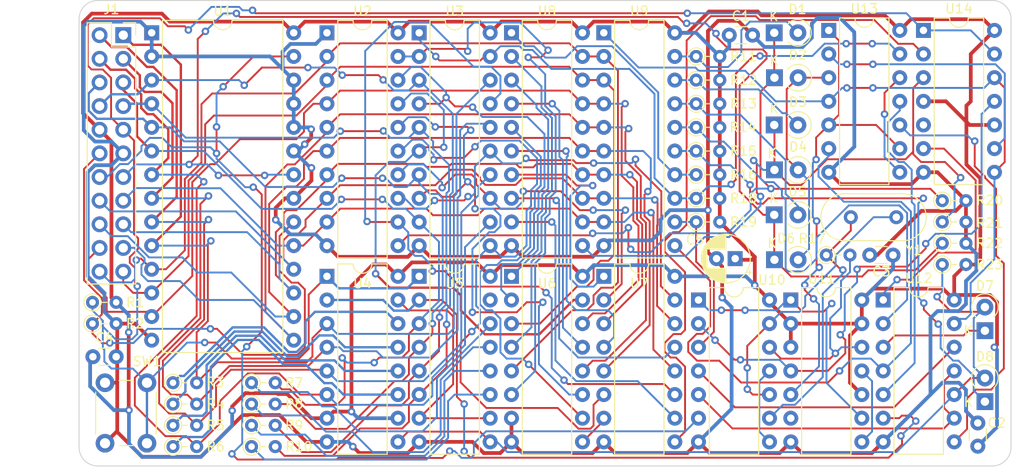
<source format=kicad_pcb>
(kicad_pcb (version 20211014) (generator pcbnew)
  (title_block (title "Canned ICs") (date "2024-08-31") (rev "1.2") (company "Jipxmaster71") (comment 1 "Tamaño: 10 x 5 cm") (comment 2 "No tiene puerto de entrada/salida dedicado") (comment 3 "Recomiendo utilizar todos los espacios disponibles para capacitores"))
  (layers (0 "F.Cu" signal) (31 "B.Cu" signal) (34 "B.Paste" user) (35 "F.Paste" user) (36 "B.SilkS" user "B.Silkscreen") (37 "F.SilkS" user "F.Silkscreen") (38 "B.Mask" user) (39 "F.Mask" user) (44 "Edge.Cuts" user))
  (net 0 "")
  (net 1 "/ControlUnit/P_CLK")
  (net 2 "Net-(D1-Pad2)")
  (net 3 "Net-(D2-Pad2)")
  (net 4 "/ControlUnit/A_CLK")
  (net 5 "Net-(D3-Pad2)")
  (net 6 "/ControlUnit/WRITE")
  (net 7 "Net-(D5-Pad2)")
  (net 8 "Net-(D7-Pad1)")
  (net 9 "/ControlUnit/PC_LOAD")
  (net 10 "Net-(D8-Pad1)")
  (net 11 "/A0")
  (net 12 "/A1")
  (net 13 "/A2")
  (net 14 "/A3")
  (net 15 "/A4")
  (net 16 "/A5")
  (net 17 "/A6")
  (net 18 "/A7")
  (net 19 "/ControlUnit/RST")
  (net 20 "+5V")
  (net 21 "GND")
  (net 22 "Net-(J1-Pad12)")
  (net 23 "/ControlUnit/READ")
  (net 24 "/D7")
  (net 25 "/D6")
  (net 26 "/D5")
  (net 27 "/D4")
  (net 28 "/D3")
  (net 29 "/D2")
  (net 30 "/D1")
  (net 31 "/D0")
  (net 32 "Net-(R3-Pad1)")
  (net 33 "Net-(R4-Pad1)")
  (net 34 "Net-(R5-Pad1)")
  (net 35 "Net-(R6-Pad1)")
  (net 36 "Net-(R7-Pad1)")
  (net 37 "Net-(R8-Pad1)")
  (net 38 "Net-(R9-Pad1)")
  (net 39 "Net-(R10-Pad1)")
  (net 40 "Net-(R14-Pad1)")
  (net 41 "/ControlUnit/A_OE")
  (net 42 "Net-(R17-Pad1)")
  (net 43 "Net-(R17-Pad2)")
  (net 44 "/ControlUnit/SWITCH")
  (net 45 "Net-(R19-Pad1)")
  (net 46 "Net-(U2-Pad12)")
  (net 47 "Net-(U2-Pad13)")
  (net 48 "Net-(U2-Pad14)")
  (net 49 "Net-(U2-Pad15)")
  (net 50 "Net-(U2-Pad16)")
  (net 51 "Net-(U2-Pad17)")
  (net 52 "Net-(U2-Pad18)")
  (net 53 "Net-(U2-Pad19)")
  (net 54 "/ControlUnit/PC_CLK")
  (net 55 "Net-(U4-Pad15)")
  (net 57 "Net-(U6-Pad1)")
  (net 58 "Net-(U6-Pad4)")
  (net 59 "Net-(U6-Pad9)")
  (net 60 "Net-(U6-Pad10)")
  (net 61 "Net-(U6-Pad13)")
  (net 62 "Net-(U7-Pad1)")
  (net 63 "Net-(U7-Pad4)")
  (net 64 "/ControlUnit/CARRY")
  (net 65 "Net-(U7-Pad10)")
  (net 66 "Net-(U7-Pad13)")
  (net 67 "Net-(U12-Pad4)")
  (net 68 "Net-(U10-Pad1)")
  (net 69 "Net-(U10-Pad2)")
  (net 70 "Net-(U10-Pad4)")
  (net 71 "Net-(U10-Pad5)")
  (net 72 "~1{slash}2")
  (net 73 "Net-(U10-Pad11)")
  (net 74 "CLK")
  (net 76 "Net-(U11-Pad11)")
  (net 77 "Net-(U12-Pad1)")
  (net 78 "Net-(U12-Pad5)")
  (net 79 "Net-(U12-Pad8)")
  (net 80 "1{slash}2")
  (net 81 "Net-(U13-Pad12)")
  (net 83 "Net-(U10-Pad10)")
  (footprint "Package_DIP:DIP-16_W7.62mm" (layer "F.Cu") (at 126.492 119.634)
    (fp_text reference "U5")
    (fp_text value "74LS161")
  )
  (footprint "Resistor_THT:R_Axial_DIN0204_L3.6mm_D1.6mm_P2.54mm_Vertical" (layer "F.Cu") (at 156.21 103.632)
    (fp_text reference "R14")
    (fp_text value "510")
  )
  (footprint "Resistor_THT:R_Axial_DIN0204_L3.6mm_D1.6mm_P2.54mm_Vertical" (layer "F.Cu") (at 100.076 131.064)
    (fp_text reference "R3")
    (fp_text value "510")
  )
  (footprint "Capacitor_THT:C_Disc_D3.0mm_W1.6mm_P2.50mm" (layer "F.Cu") (at 177.3428 117.348 180)
    (fp_text reference "C3")
    (fp_text value "100nF")
  )
  (footprint "Resistor_THT:R_Axial_DIN0204_L3.6mm_D1.6mm_P2.54mm_Vertical" (layer "F.Cu") (at 182.626 118.364)
    (fp_text reference "R23")
    (fp_text value "510")
  )
  (footprint "Diode_THT:D_A-405_P2.54mm_Vertical_KathodeUp" (layer "F.Cu") (at 164.592 103.378)
    (fp_text reference "D3")
    (fp_text value "D")
  )
  (footprint "Capacitor_THT:CP_Radial_D5.0mm_P2.00mm" (layer "F.Cu") (at 160.401 117.729 180)
    (fp_text reference "C5")
    (fp_text value "10uF")
  )
  (footprint "Resistor_THT:R_Axial_DIN0204_L3.6mm_D1.6mm_P2.54mm_Vertical" (layer "F.Cu") (at 182.626 113.792)
    (fp_text reference "R21")
    (fp_text value "510")
  )
  (footprint "Package_DIP:DIP-14_W7.62mm" (layer "F.Cu") (at 156.464 122.174)
    (fp_text reference "U10")
    (fp_text value "74LS04")
  )
  (footprint "Resistor_THT:R_Axial_DIN0204_L3.6mm_D1.6mm_P2.54mm_Vertical" (layer "F.Cu") (at 108.508 135.636)
    (fp_text reference "R9")
    (fp_text value "510")
  )
  (footprint "Resistor_THT:R_Axial_DIN0204_L3.6mm_D1.6mm_P2.54mm_Vertical" (layer "F.Cu") (at 156.21 96.012)
    (fp_text reference "R11")
    (fp_text value "510")
  )
  (footprint "Crystal:Crystal_HC49-U_Vertical" (layer "F.Cu") (at 172.81 113.284)
    (fp_text reference "Y1")
    (fp_text value "Crystal")
  )
  (footprint "Capacitor_THT:C_Disc_D3.0mm_W1.6mm_P2.50mm" (layer "F.Cu") (at 91.48 128.27)
    (fp_text reference "C4")
    (fp_text value "100nF")
  )
  (footprint "Resistor_THT:R_Axial_DIN0204_L3.6mm_D1.6mm_P2.54mm_Vertical" (layer "F.Cu") (at 108.508 137.922)
    (fp_text reference "R10")
    (fp_text value "510")
  )
  (footprint "Package_DIP:DIP-20_W7.62mm" (layer "F.Cu") (at 116.596 93.477)
    (fp_text reference "U2")
    (fp_text value "74LS574")
  )
  (footprint "Resistor_THT:R_Axial_DIN0204_L3.6mm_D1.6mm_P2.54mm_Vertical" (layer "F.Cu") (at 100.076 137.922)
    (fp_text reference "R6")
    (fp_text value "510")
  )
  (footprint "Resistor_THT:R_Axial_DIN0204_L3.6mm_D1.6mm_P2.54mm_Vertical" (layer "F.Cu") (at 156.21 113.792)
    (fp_text reference "R19")
    (fp_text value "510")
  )
  (footprint "Resistor_THT:R_Axial_DIN0204_L3.6mm_D1.6mm_P2.54mm_Vertical" (layer "F.Cu") (at 91.44 124.714)
    (fp_text reference "R2")
    (fp_text value "1K")
  )
  (footprint "Resistor_THT:R_Axial_DIN0204_L3.6mm_D1.6mm_P2.54mm_Vertical" (layer "F.Cu") (at 108.508 131.064)
    (fp_text reference "R7")
    (fp_text value "510")
  )
  (footprint "Diode_THT:D_A-405_P2.54mm_Vertical_KathodeUp" (layer "F.Cu") (at 164.616 117.856)
    (fp_text reference "D6")
    (fp_text value "D")
  )
  (footprint "Package_DIP:DIP-14_W7.62mm" (layer "F.Cu") (at 166.37 122.174)
    (fp_text reference "U11")
    (fp_text value "74LS74")
  )
  (footprint "Resistor_THT:R_Axial_DIN0204_L3.6mm_D1.6mm_P2.54mm_Vertical" (layer "F.Cu") (at 182.626 116.078)
    (fp_text reference "R22")
    (fp_text value "510")
  )
  (footprint "Resistor_THT:R_Axial_DIN0204_L3.6mm_D1.6mm_P2.54mm_Vertical" (layer "F.Cu") (at 100.076 135.636)
    (fp_text reference "R5")
    (fp_text value "510")
  )
  (footprint "Package_DIP:DIP-14_W7.62mm" (layer "F.Cu") (at 176.286 122.169)
    (fp_text reference "U12")
    (fp_text value "74LS32")
  )
  (footprint "Diode_THT:D_A-405_P2.54mm_Vertical_KathodeUp" (layer "F.Cu") (at 164.592 113.03)
    (fp_text reference "D5")
    (fp_text value "D")
  )
  (footprint "Resistor_THT:R_Axial_DIN0204_L3.6mm_D1.6mm_P2.54mm_Vertical" (layer "F.Cu") (at 156.21 108.712)
    (fp_text reference "R16")
    (fp_text value "510")
  )
  (footprint "Resistor_THT:R_Axial_DIN0204_L3.6mm_D1.6mm_P2.54mm_Vertical" (layer "F.Cu") (at 156.21 98.552)
    (fp_text reference "R12")
    (fp_text value "510")
  )
  (footprint "Resistor_THT:R_Axial_DIN0204_L3.6mm_D1.6mm_P2.54mm_Vertical" (layer "F.Cu") (at 156.21 111.252)
    (fp_text reference "R18")
    (fp_text value "510")
  )
  (footprint "Package_DIP:DIP-14_W7.62mm" (layer "F.Cu") (at 170.444 93.213)
    (fp_text reference "U13")
    (fp_text value "74LS08")
  )
  (footprint "Resistor_THT:R_Axial_DIN0204_L3.6mm_D1.6mm_P2.54mm_Vertical" (layer "F.Cu") (at 170.18 117.348)
    (fp_text reference "R17")
    (fp_text value "1K")
  )
  (footprint "Resistor_THT:R_Axial_DIN0204_L3.6mm_D1.6mm_P2.54mm_Vertical" (layer "F.Cu") (at 100.076 133.35)
    (fp_text reference "R4")
    (fp_text value "510")
  )
  (footprint "Package_DIP:DIP-16_W7.62mm" (layer "F.Cu") (at 136.398 119.634)
    (fp_text reference "U6")
    (fp_text value "74LS283")
  )
  (footprint "Package_DIP:DIP-28_W15.24mm" (layer "F.Cu") (at 97.79 93.472)
    (fp_text reference "U1")
    (fp_text value "HM62256BLP")
  )
  (footprint "Resistor_THT:R_Axial_DIN0204_L3.6mm_D1.6mm_P2.54mm_Vertical" (layer "F.Cu") (at 91.44 122.428)
    (fp_text reference "R1")
    (fp_text value "1K")
  )
  (footprint "Resistor_THT:R_Axial_DIN0204_L3.6mm_D1.6mm_P2.54mm_Vertical" (layer "F.Cu") (at 182.626 111.506)
    (fp_text reference "R20")
    (fp_text value "510")
  )
  (footprint "Package_DIP:DIP-20_W7.62mm" (layer "F.Cu") (at 136.398 93.472)
    (fp_text reference "U8")
    (fp_text value "74LS574")
  )
  (footprint "Diode_THT:D_A-405_P2.54mm_Vertical_KathodeUp" (layer "F.Cu") (at 164.592 93.472)
    (fp_text reference "D1")
    (fp_text value "D")
  )
  (footprint "Capacitor_THT:C_Disc_D3.0mm_W1.6mm_P2.50mm" (layer "F.Cu") (at 159.766 93.726)
    (fp_text reference "C1")
    (fp_text value "100nF")
  )
  (footprint "Package_DIP:DIP-14_W7.62mm" (layer "F.Cu") (at 180.604 93.213)
    (fp_text reference "U14")
    (fp_text value "74LS74")
  )
  (footprint "Package_DIP:DIP-16_W7.62mm" (layer "F.Cu") (at 146.304 119.634)
    (fp_text reference "U7")
    (fp_text value "74LS283")
  )
  (footprint "Resistor_THT:R_Axial_DIN0204_L3.6mm_D1.6mm_P2.54mm_Vertical" (layer "F.Cu") (at 156.21 106.172)
    (fp_text reference "R15")
    (fp_text value "510")
  )
  (footprint "Resistor_THT:R_Axial_DIN0204_L3.6mm_D1.6mm_P2.54mm_Vertical" (layer "F.Cu") (at 108.508 133.35)
    (fp_text reference "R8")
    (fp_text value "510")
  )
  (footprint "Connector_PinSocket_2.54mm:PinSocket_2x11_P2.54mm_Vertical" (layer "F.Cu") (at 94.742 93.726)
    (fp_text reference "J1")
    (fp_text value "Conn_02x11_Counter_Clockwise")
  )
  (footprint "Package_DIP:DIP-16_W7.62mm" (layer "F.Cu") (at 116.596 119.634)
    (fp_text reference "U4")
    (fp_text value "74LS161")
  )
  (footprint "Button_Switch_THT:SW_PUSH_6mm" (layer "F.Cu") (at 92.782 137.564 90)
    (fp_text reference "SW1")
    (fp_text value "SW_Push")
  )
  (footprint "Diode_THT:D_A-405_P2.54mm_Vertical_KathodeUp" (layer "F.Cu") (at 164.616 98.298)
    (fp_text reference "D2")
    (fp_text value "D")
  )
  (footprint "Diode_THT:D_A-405_P2.54mm_Vertical_KathodeUp" (layer "F.Cu") (at 187.198 133.096 90)
    (fp_text reference "D8")
    (fp_text value "D")
  )
  (footprint "Resistor_THT:R_Axial_DIN0204_L3.6mm_D1.6mm_P2.54mm_Vertical" (layer "F.Cu") (at 156.21 101.092)
    (fp_text reference "R13")
    (fp_text value "510")
  )
  (footprint "Diode_THT:D_A-405_P2.54mm_Vertical_KathodeUp" (layer "F.Cu") (at 187.198 125.476 90)
    (fp_text reference "D7")
    (fp_text value "D")
  )
  (footprint "Package_DIP:DIP-20_W7.62mm" (layer "F.Cu") (at 146.304 93.472)
    (fp_text reference "U9")
    (fp_text value "74LS574")
  )
  (footprint "Capacitor_THT:C_Disc_D3.0mm_W1.6mm_P2.50mm" (layer "F.Cu") (at 186.436 137.882 90)
    (fp_text reference "C2")
    (fp_text value "100nF")
  )
  (footprint "Diode_THT:D_A-405_P2.54mm_Vertical_KathodeUp" (layer "F.Cu") (at 164.616 108.204)
    (fp_text reference "D4")
    (fp_text value "D")
  )
  (footprint "Package_DIP:DIP-20_W7.62mm" (layer "F.Cu") (at 126.492 93.477)
    (fp_text reference "U3")
    (fp_text value "74LS244")
  )
  (gr_line (start 92 90) (end 188 90) (layer "Edge.Cuts") (width 0.1))
  (gr_arc (start 90 92) (mid 90.585786 90.585786) (end 92 90) (layer "Edge.Cuts") (width 0.1))
  (gr_arc (start 188 90) (mid 189.414214 90.585786) (end 190 92) (layer "Edge.Cuts") (width 0.1))
  (gr_line (start 188 140) (end 92 140) (layer "Edge.Cuts") (width 0.1))
  (gr_line (start 190 92) (end 190 138) (layer "Edge.Cuts") (width 0.1))
  (gr_line (start 90 138) (end 90 92) (layer "Edge.Cuts") (width 0.1))
  (gr_arc (start 92 140) (mid 90.585786 139.414214) (end 90 138) (layer "Edge.Cuts") (width 0.1))
  (gr_arc (start 190 138) (mid 189.414214 139.414214) (end 188 140) (layer "Edge.Cuts") (width 0.1))
  (segment (start 148.9456 116.4844) (end 149.1869 116.7257) (width 0.2) (layer "F.Cu") (net 1))
  (segment (start 164.24 110.228) (end 163.116689 109.104689) (width 0.2) (layer "F.Cu") (net 1))
  (segment (start 181.348 110.228) (end 164.24 110.228) (width 0.2) (layer "F.Cu") (net 1))
  (segment (start 144.8894 115.232) (end 145.1102 115.0112) (width 0.2) (layer "F.Cu") (net 1))
  (segment (start 163.116689 109.104689) (end 163.116689 99.797311) (width 0.2) (layer "F.Cu") (net 1))
  (segment (start 124.216 116.337) (end 125.321 115.232) (width 0.2) (layer "F.Cu") (net 1))
  (segment (start 125.321 115.232) (end 144.8894 115.232) (width 0.2) (layer "F.Cu") (net 1))
  (segment (start 164.592 93.472) (end 164.592 98.274) (width 0.2) (layer "F.Cu") (net 1))
  (segment (start 164.592 98.274) (end 164.616 98.298) (width 0.2) (layer "F.Cu") (net 1))
  (segment (start 182.626 111.506) (end 181.348 110.228) (width 0.2) (layer "F.Cu") (net 1))
  (segment (start 163.116689 99.797311) (end 164.616 98.298) (width 0.2) (layer "F.Cu") (net 1))
  (segment (start 148.9456 114.4016) (end 148.9456 116.4844) (width 0.2) (layer "F.Cu") (net 1))
  (via (at 164.2364 110.2106) (size 0.8) (drill 0.4) (layers "F.Cu" "B.Cu") (net 1))
  (via (at 149.1869 116.7257) (size 0.8) (drill 0.4) (layers "F.Cu" "B.Cu") (net 1))
  (via (at 145.1102 115.0112) (size 0.8) (drill 0.4) (layers "F.Cu" "B.Cu") (net 1))
  (via (at 148.9456 114.4016) (size 0.8) (drill 0.4) (layers "F.Cu" "B.Cu") (net 1))
  (segment (start 149.4932 117.032) (end 149.1869 116.7257) (width 0.2) (layer "B.Cu") (net 1))
  (segment (start 162.066935 112.511535) (end 162.066935 110.729065) (width 0.2) (layer "B.Cu") (net 1))
  (segment (start 151.3444 117.032) (end 149.4932 117.032) (width 0.2) (layer "B.Cu") (net 1))
  (segment (start 159.56727 115.0112) (end 162.066935 112.511535) (width 0.2) (layer "B.Cu") (net 1))
  (segment (start 162.5854 110.2106) (end 164.2364 110.2106) (width 0.2) (layer "B.Cu") (net 1))
  (segment (start 151.3444 117.032) (end 153.3652 115.0112) (width 0.2) (layer "B.Cu") (net 1))
  (segment (start 162.066935 110.729065) (end 162.5854 110.2106) (width 0.2) (layer "B.Cu") (net 1))
  (segment (start 148.336 115.0112) (end 148.9456 114.4016) (width 0.2) (layer "B.Cu") (net 1))
  (segment (start 153.3652 115.0112) (end 159.56727 115.0112) (width 0.2) (layer "B.Cu") (net 1))
  (segment (start 145.1102 115.0112) (end 148.336 115.0112) (width 0.2) (layer "B.Cu") (net 1))
  (segment (start 159.642 97.152) (end 161.0647 95.7293) (width 0.2) (layer "B.Cu") (net 2))
  (segment (start 165.932 92.272) (end 167.132 93.472) (width 0.2) (layer "B.Cu") (net 2))
  (segment (start 156.21 96.012) (end 157.35 97.152) (width 0.2) (layer "B.Cu") (net 2))
  (segment (start 161.0647 93.1893) (end 161.982 92.272) (width 0.2) (layer "B.Cu") (net 2))
  (segment (start 156.21 96.012) (end 153.924 96.012) (width 0.2) (layer "B.Cu") (net 2))
  (segment (start 161.0647 95.7293) (end 161.0647 93.1893) (width 0.2) (layer "B.Cu") (net 2))
  (segment (start 161.982 92.272) (end 165.932 92.272) (width 0.2) (layer "B.Cu") (net 2))
  (segment (start 157.35 97.152) (end 159.642 97.152) (width 0.2) (layer "B.Cu") (net 2))
  (segment (start 165.932 106.98) (end 165.932 99.522) (width 0.2) (layer "F.Cu") (net 3))
  (segment (start 167.156 108.204) (end 165.932 106.98) (width 0.2) (layer "F.Cu") (net 3))
  (segment (start 167.161 98.293) (end 167.156 98.298) (width 0.2) (layer "F.Cu") (net 3))
  (segment (start 170.444 98.293) (end 167.161 98.293) (width 0.2) (layer "F.Cu") (net 3))
  (segment (start 165.932 99.522) (end 167.156 98.298) (width 0.2) (layer "F.Cu") (net 3))
  (segment (start 167.156 108.204) (end 168.332 109.38) (width 0.2) (layer "B.Cu") (net 3))
  (segment (start 168.332 109.38) (end 168.332 116.68) (width 0.2) (layer "B.Cu") (net 3))
  (segment (start 168.332 116.68) (end 167.156 117.856) (width 0.2) (layer "B.Cu") (net 3))
  (segment (start 182.918 107.353) (end 184.5945 109.0295) (width 0.2) (layer "F.Cu") (net 4))
  (segment (start 164.616 108.204) (end 164.616 103.402) (width 0.2) (layer "F.Cu") (net 4))
  (segment (start 178.689 107.061) (end 179.504 106.246) (width 0.2) (layer "F.Cu") (net 4))
  (segment (start 164.616 108.204) (end 166.24 109.828) (width 0.2) (layer "F.Cu") (net 4))
  (segment (start 179.504 99.393) (end 180.604 98.293) (width 0.2) (layer "F.Cu") (net 4))
  (segment (start 170.259 107.061) (end 178.689 107.061) (width 0.2) (layer "F.Cu") (net 4))
  (segment (start 179.504 106.246) (end 179.504 99.393) (width 0.2) (layer "F.Cu") (net 4))
  (segment (start 162.716689 110.646689) (end 162.716689 107.522489) (width 0.2) (layer "F.Cu") (net 4))
  (segment (start 164.616 103.402) (end 164.592 103.378) (width 0.2) (layer "F.Cu") (net 4))
  (segment (start 162.716689 107.522489) (end 162.3822 107.188) (width 0.2) (layer "F.Cu") (net 4))
  (segment (start 166.24 109.828) (end 167.492 109.828) (width 0.2) (layer "F.Cu") (net 4))
  (segment (start 167.492 109.828) (end 170.259 107.061) (width 0.2) (layer "F.Cu") (net 4))
  (segment (start 163.1188 111.0488) (end 162.716689 110.646689) (width 0.2) (layer "F.Cu") (net 4))
  (segment (start 179.504 106.5044) (end 180.3526 107.353) (width 0.2) (layer "F.Cu") (net 4))
  (segment (start 179.504 106.246) (end 179.504 106.5044) (width 0.2) (layer "F.Cu") (net 4))
  (segment (start 180.3526 107.353) (end 182.918 107.353) (width 0.2) (layer "F.Cu") (net 4))
  (via (at 163.1188 111.0488) (size 0.8) (drill 0.4) (layers "F.Cu" "B.Cu") (net 4))
  (via (at 162.3822 107.188) (size 0.8) (drill 0.4) (layers "F.Cu" "B.Cu") (net 4))
  (via (at 184.5945 109.0295) (size 0.8) (drill 0.4) (layers "F.Cu" "B.Cu") (net 4))
  (segment (start 183.942469 112.475531) (end 182.626 113.792) (width 0.2) (layer "B.Cu") (net 4))
  (segment (start 162.3822 107.188) (end 163.3982 108.204) (width 0.2) (layer "B.Cu") (net 4))
  (segment (start 163.1188 111.0488) (end 163.1188 112.0394) (width 0.2) (layer "B.Cu") (net 4))
  (segment (start 145.118 117.432) (end 144.018 116.332) (width 0.2) (layer "B.Cu") (net 4))
  (segment (start 159.747 115.4112) (end 157.1308 115.4112) (width 0.2) (layer "B.Cu") (net 4))
  (segment (start 163.3982 108.204) (end 164.616 108.204) (width 0.2) (layer "B.Cu") (net 4))
  (segment (start 163.1188 112.0394) (end 159.747 115.4112) (width 0.2) (layer "B.Cu") (net 4))
  (segment (start 155.11 117.432) (end 145.118 117.432) (width 0.2) (layer "B.Cu") (net 4))
  (segment (start 157.1308 115.4112) (end 155.11 117.432) (width 0.2) (layer "B.Cu") (net 4))
  (segment (start 184.5945 109.0295) (end 183.942469 109.681531) (width 0.2) (layer "B.Cu") (net 4))
  (segment (start 183.942469 109.681531) (end 183.942469 112.475531) (width 0.2) (layer "B.Cu") (net 4))
  (segment (start 157.21 99.552) (end 162.904314 99.552) (width 0.2) (layer "B.Cu") (net 5))
  (segment (start 162.904314 99.552) (end 165.460314 102.108) (width 0.2) (layer "B.Cu") (net 5))
  (segment (start 165.460314 102.108) (end 165.862 102.108) (width 0.2) (layer "B.Cu") (net 5))
  (segment (start 165.862 102.108) (end 167.132 103.378) (width 0.2) (layer "B.Cu") (net 5))
  (segment (start 156.21 98.552) (end 153.924 98.552) (width 0.2) (layer "B.Cu") (net 5))
  (segment (start 156.21 98.552) (end 157.21 99.552) (width 0.2) (layer "B.Cu") (net 5))
  (segment (start 159.745565 95.2612) (end 163.35795 95.2612) (width 0.2) (layer "F.Cu") (net 6))
  (segment (start 174.687 118.9878) (end 174.0266 119.6482) (width 0.2) (layer "F.Cu") (net 6))
  (segment (start 164.592 117.832) (end 164.616 117.856) (width 0.2) (layer "F.Cu") (net 6))
  (segment (start 160.8772 110.490486) (end 160.8772 99.14195) (width 0.2) (layer "F.Cu") (net 6))
  (segment (start 104.9528 108.7882) (end 109.9058 108.7882) (width 0.2) (layer "F.Cu") (net 6))
  (segment (start 154.94 92.456) (end 155.194 92.456) (width 0.2) (layer "F.Cu") (net 6))
  (segment (start 163.416714 113.03) (end 160.8772 110.490486) (width 0.2) (layer "F.Cu") (net 6))
  (segment (start 107.266 91.772) (end 154.256 91.772) (width 0.2) (layer "F.Cu") (net 6))
  (segment (start 163.768 96.25115) (end 163.768 95.67125) (width 0.2) (layer "F.Cu") (net 6))
  (segment (start 164.592 113.03) (end 164.592 117.832) (width 0.2) (layer "F.Cu") (net 6))
  (segment (start 106.8832 91.3892) (end 107.266 91.772) (width 0.2) (layer "F.Cu") (net 6))
  (segment (start 179.7162 118.9878) (end 174.687 118.9878) (width 0.2) (layer "F.Cu") (net 6))
  (segment (start 102.7304 106.6926) (end 102.7304 94.145) (width 0.2) (layer "F.Cu") (net 6))
  (segment (start 163.35795 95.2612) (end 163.768 95.67125) (width 0.2) (layer "F.Cu") (net 6))
  (segment (start 174.0266 119.6482) (end 166.4082 119.6482) (width 0.2) (layer "F.Cu") (net 6))
  (segment (start 102.7304 94.145) (end 103.5558 93.3196) (width 0.2) (layer "F.Cu") (net 6))
  (segment (start 164.592 113.03) (end 163.416714 113.03) (width 0.2) (layer "F.Cu") (net 6))
  (segment (start 158.3436 93.5482) (end 158.3436 93.859235) (width 0.2) (layer "F.Cu") (net 6))
  (segment (start 160.8772 99.14195) (end 163.768 96.25115) (width 0.2) (layer "F.Cu") (net 6))
  (segment (start 101.811 107.612) (end 102.7304 106.6926) (width 0.2) (layer "F.Cu") (net 6))
  (segment (start 166.4082 119.6482) (end 164.616 117.856) (width 0.2) (layer "F.Cu") (net 6))
  (segment (start 158.3436 93.859235) (end 159.745565 95.2612) (width 0.2) (layer "F.Cu") (net 6))
  (segment (start 182.626 116.078) (end 179.7162 118.9878) (width 0.2) (layer "F.Cu") (net 6))
  (segment (start 154.256 91.772) (end 154.94 92.456) (width 0.2) (layer "F.Cu") (net 6))
  (via (at 103.5558 93.3196) (size 0.8) (drill 0.4) (layers "F.Cu" "B.Cu") (net 6))
  (via (at 104.9528 108.7882) (size 0.8) (drill 0.4) (layers "F.Cu" "B.Cu") (net 6))
  (via (at 109.9058 108.7882) (size 0.8) (drill 0.4) (layers "F.Cu" "B.Cu") (net 6))
  (via (at 106.8832 91.3892) (size 0.8) (drill 0.4) (layers "F.Cu" "B.Cu") (net 6))
  (via (at 101.811 107.612) (size 0.8) (drill 0.4) (layers "F.Cu" "B.Cu") (net 6))
  (via (at 158.3436 93.5482) (size 0.8) (drill 0.4) (layers "F.Cu" "B.Cu") (net 6))
  (via (at 155.194 92.456) (size 0.8) (drill 0.4) (layers "F.Cu" "B.Cu") (net 6))
  (segment (start 96.096 107.612) (end 94.742 108.966) (width 0.2) (layer "B.Cu") (net 6))
  (segment (start 103.7766 107.612) (end 101.811 107.612) (width 0.2) (layer "B.Cu") (net 6))
  (segment (start 103.5558 93.3196) (end 105.4862 91.3892) (width 0.2) (layer "B.Cu") (net 6))
  (segment (start 104.9528 108.7882) (end 103.7766 107.612) (width 0.2) (layer "B.Cu") (net 6))
  (segment (start 105.4862 91.3892) (end 106.8832 91.3892) (width 0.2) (layer "B.Cu") (net 6))
  (segment (start 155.194 92.456) (end 157.2514 92.456) (width 0.2) (layer "B.Cu") (net 6))
  (segment (start 157.2514 92.456) (end 158.3436 93.5482) (width 0.2) (layer "B.Cu") (net 6))
  (segment (start 101.811 107.612) (end 96.096 107.612) (width 0.2) (layer "B.Cu") (net 6))
  (segment (start 109.9058 108.7882) (end 109.982 108.712) (width 0.2) (layer "B.Cu") (net 6))
  (segment (start 109.982 108.712) (end 113.03 108.712) (width 0.2) (layer "B.Cu") (net 6))
  (segment (start 165.816 110.7742) (end 167.132 112.0902) (width 0.2) (layer "B.Cu") (net 7))
  (segment (start 156.21 101.092) (end 157.3784 102.2604) (width 0.2) (layer "B.Cu") (net 7))
  (segment (start 157.3784 102.2604) (end 160.9344 102.2604) (width 0.2) (layer "B.Cu") (net 7))
  (segment (start 165.816 107.142) (end 165.816 110.7742) (width 0.2) (layer "B.Cu") (net 7))
  (segment (start 167.132 112.0902) (end 167.132 113.03) (width 0.2) (layer "B.Cu") (net 7))
  (segment (start 156.21 101.092) (end 153.924 101.092) (width 0.2) (layer "B.Cu") (net 7))
  (segment (start 160.9344 102.2604) (end 165.816 107.142) (width 0.2) (layer "B.Cu") (net 7))
  (segment (start 177.551 125.984) (end 184.912 125.984) (width 0.2) (layer "F.Cu") (net 8))
  (segment (start 185.42 125.476) (end 187.198 125.476) (width 0.2) (layer "F.Cu") (net 8))
  (segment (start 176.286 127.249) (end 177.551 125.984) (width 0.2) (layer "F.Cu") (net 8))
  (segment (start 184.912 125.984) (end 185.42 125.476) (width 0.2) (layer "F.Cu") (net 8))
  (segment (start 183.5912 123.444) (end 182.0672 121.92) (width 0.2) (layer "F.Cu") (net 9))
  (segment (start 182.0672 121.92) (end 182.0672 121.8184) (width 0.2) (layer "F.Cu") (net 9))
  (segment (start 124.216 137.414) (end 125.316 136.314) (width 0.2) (layer "F.Cu") (net 9))
  (segment (start 185.679 130.556) (end 183.906 132.329) (width 0.2) (layer "F.Cu") (net 9))
  (segment (start 125.316 136.314) (end 133.012 136.314) (width 0.2) (layer "F.Cu") (net 9))
  (segment (start 187.198 130.556) (end 185.679 130.556) (width 0.2) (layer "F.Cu") (net 9))
  (segment (start 133.012 136.314) (end 134.112 137.414) (width 0.2) (layer "F.Cu") (net 9))
  (segment (start 183.5912 123.444) (end 186.69 123.444) (width 0.2) (layer "F.Cu") (net 9))
  (segment (start 186.69 123.444) (end 187.198 122.936) (width 0.2) (layer "F.Cu") (net 9))
  (via (at 182.0672 121.8184) (size 0.8) (drill 0.4) (layers "F.Cu" "B.Cu") (net 9))
  (segment (start 187.198 130.556) (end 185.998 129.356) (width 0.2) (layer "B.Cu") (net 9))
  (segment (start 185.998 124.136) (end 187.198 122.936) (width 0.2) (layer "B.Cu") (net 9))
  (segment (start 182.0672 121.8184) (end 182.626 121.2596) (width 0.2) (layer "B.Cu") (net 9))
  (segment (start 134.112 137.414) (end 134.842365 137.414) (width 0.2) (layer "B.Cu") (net 9))
  (segment (start 134.842365 137.414) (end 135.942365 138.514) (width 0.2) (layer "B.Cu") (net 9))
  (segment (start 185.998 129.356) (end 185.998 124.136) (width 0.2) (layer "B.Cu") (net 9))
  (segment (start 177.721 138.514) (end 183.906 132.329) (width 0.2) (layer "B.Cu") (net 9))
  (segment (start 182.626 121.2596) (end 182.626 118.364) (width 0.2) (layer "B.Cu") (net 9))
  (segment (start 135.942365 138.514) (end 177.721 138.514) (width 0.2) (layer "B.Cu") (net 9))
  (segment (start 180.594 111.252) (end 163.97 111.252) (width 0.2) (layer "F.Cu") (net 10))
  (segment (start 162.7824 111.83) (end 162.0012 111.0488) (width 0.2) (layer "F.Cu") (net 10))
  (segment (start 163.392 111.83) (end 163.1126 111.83) (width 0.2) (layer "F.Cu") (net 10))
  (segment (start 180.6448 123.2154) (end 180.6448 122.5042) (width 0.2) (layer "F.Cu") (net 10))
  (segment (start 163.1126 111.83) (end 162.7824 111.83) (width 0.2) (layer "F.Cu") (net 10))
  (segment (start 182.1942 124.7648) (end 180.6448 123.2154) (width 0.2) (layer "F.Cu") (net 10))
  (segment (start 163.97 111.252) (end 163.392 111.83) (width 0.2) (layer "F.Cu") (net 10))
  (segment (start 162.0012 111.0488) (end 162.0012 109.8042) (width 0.2) (layer "F.Cu") (net 10))
  (via (at 180.6448 122.5042) (size 0.8) (drill 0.4) (layers "F.Cu" "B.Cu") (net 10))
  (via (at 162.0012 109.8042) (size 0.8) (drill 0.4) (layers "F.Cu" "B.Cu") (net 10))
  (via (at 180.594 111.252) (size 0.8) (drill 0.4) (layers "F.Cu" "B.Cu") (net 10))
  (via (at 182.1942 124.7648) (size 0.8) (drill 0.4) (layers "F.Cu" "B.Cu") (net 10))
  (segment (start 182.4482 125.0188) (end 182.1942 124.7648) (width 0.2) (layer "B.Cu") (net 10))
  (segment (start 159.204965 107.693765) (end 159.890765 107.693765) (width 0.2) (layer "B.Cu") (net 10))
  (segment (start 185.998 130.325365) (end 185.998 131.896) (width 0.2) (layer "B.Cu") (net 10))
  (segment (start 184.361635 128.689) (end 185.998 130.325365) (width 0.2) (layer "B.Cu") (net 10))
  (segment (start 182.4482 127.346835) (end 182.4482 125.0188) (width 0.2) (layer "B.Cu") (net 10))
  (segment (start 156.21 106.172) (end 153.924 106.172) (width 0.2) (layer "B.Cu") (net 10))
  (segment (start 183.790365 128.689) (end 182.4482 127.346835) (width 0.2) (layer "B.Cu") (net 10))
  (segment (start 159.890765 107.693765) (end 162.0012 109.8042) (width 0.2) (layer "B.Cu") (net 10))
  (segment (start 183.790365 128.689) (end 184.361635 128.689) (width 0.2) (layer "B.Cu") (net 10))
  (segment (start 180.0556 111.7904) (end 180.594 111.252) (width 0.2) (layer "B.Cu") (net 10))
  (segment (start 180.0556 121.915) (end 180.0556 111.7904) (width 0.2) (layer "B.Cu") (net 10))
  (segment (start 185.998 131.896) (end 187.198 133.096) (width 0.2) (layer "B.Cu") (net 10))
  (segment (start 157.731765 107.693765) (end 159.204965 107.693765) (width 0.2) (layer "B.Cu") (net 10))
  (segment (start 156.21 106.172) (end 157.731765 107.693765) (width 0.2) (layer "B.Cu") (net 10))
  (segment (start 180.6448 122.5042) (end 180.0556 121.915) (width 0.2) (layer "B.Cu") (net 10))
  (segment (start 103.816 124.449056) (end 103.816 116.148) (width 0.2) (layer "F.Cu") (net 11))
  (segment (start 100.921 96.894398) (end 98.787301 94.760699) (width 0.25) (layer "F.Cu") (net 11))
  (segment (start 103.816 116.148) (end 104.14 115.824) (width 0.2) (layer "F.Cu") (net 11))
  (segment (start 104.816 128.864) (end 102.616 131.064) (width 0.2) (layer "F.Cu") (net 11))
  (segment (start 98.787301 94.760699) (end 95.776699 94.760699) (width 0.25) (layer "F.Cu") (net 11))
  (segment (start 115.038157 126.271843) (end 115.038157 128.246157) (width 0.2) (layer "F.Cu") (net 11))
  (segment (start 102.616 131.064) (end 102.616 125.649057) (width 0.2) (layer "F.Cu") (net 11))
  (segment (start 102.616 125.649057) (end 103.816 124.449056) (width 0.2) (layer "F.Cu") (net 11))
  (segment (start 97.79 116.332) (end 100.921 113.201) (width 0.25) (layer "F.Cu") (net 11))
  (segment (start 114.420314 128.864) (end 104.816 128.864) (width 0.2) (layer "F.Cu") (net 11))
  (segment (start 95.776699 94.760699) (end 94.742 93.726) (width 0.25) (layer "F.Cu") (net 11))
  (segment (start 115.038157 128.246157) (end 114.420314 128.864) (width 0.2) (layer "F.Cu") (net 11))
  (segment (start 100.921 113.201) (end 100.921 96.894398) (width 0.25) (layer "F.Cu") (net 11))
  (segment (start 116.596 124.714) (end 115.038157 126.271843) (width 0.2) (layer "F.Cu") (net 11))
  (via (at 104.14 115.824) (size 0.8) (drill 0.4) (layers "F.Cu" "B.Cu") (net 11))
  (segment (start 130.494 110.768971) (end 130.2144 111.048571) (width 0.2) (layer "B.Cu") (net 11))
  (segment (start 104.14 115.824) (end 103.632 116.332) (width 0.2) (layer "B.Cu") (net 11))
  (segment (start 130.2144 125.2236) (end 129.624 125.814) (width 0.2) (layer "B.Cu") (net 11))
  (segment (start 117.696 125.814) (end 116.596 124.714) (width 0.2) (layer "B.Cu") (net 11))
  (segment (start 129.624 125.814) (end 117.696 125.814) (width 0.2) (layer "B.Cu") (net 11))
  (segment (start 103.632 116.332) (end 97.79 116.332) (width 0.2) (layer "B.Cu") (net 11))
  (segment (start 130.494 102.175) (end 130.494 110.768971) (width 0.2) (layer "B.Cu") (net 11))
  (segment (start 134.112 98.557) (end 130.494 102.175) (width 0.2) (layer "B.Cu") (net 11))
  (segment (start 130.2144 111.048571) (end 130.2144 125.2236) (width 0.2) (layer "B.Cu") (net 11))
  (segment (start 95.133701 94.996) (end 93.472 94.996) (width 0.25) (layer "F.Cu") (net 12))
  (segment (start 97.965991 97.137) (end 97.274701 97.137) (width 0.25) (layer "F.Cu") (net 12))
  (segment (start 99.876 132.35) (end 98.990686 131.464686) (width 0.2) (layer "F.Cu") (net 12))
  (segment (start 103.416 114.008) (end 103.886 113.538) (width 0.2) (layer "F.Cu") (net 12))
  (segment (start 101.616 132.35) (end 99.876 132.35) (width 0.2) (layer "F.Cu") (net 12))
  (segment (start 93.472 94.996) (end 92.202 93.726) (width 0.25) (layer "F.Cu") (net 12))
  (segment (start 116.596 127.254) (end 114.586 129.264) (width 0.2) (layer "F.Cu") (net 12))
  (segment (start 103.416 124.28337) (end 103.416 114.008) (width 0.2) (layer "F.Cu") (net 12))
  (segment (start 97.79 113.792) (end 100.471 111.111) (width 0.25) (layer "F.Cu") (net 12))
  (segment (start 114.586 129.264) (end 106.136314 129.264) (width 0.2) (layer "F.Cu") (net 12))
  (segment (start 104.295843 131.104471) (end 104.295843 131.670157) (width 0.2) (layer "F.Cu") (net 12))
  (segment (start 102.616 133.35) (end 101.616 132.35) (width 0.2) (layer "F.Cu") (net 12))
  (segment (start 97.274701 97.137) (end 95.133701 94.996) (width 0.25) (layer "F.Cu") (net 12))
  (segment (start 98.990686 128.708686) (end 103.416 124.28337) (width 0.2) (layer "F.Cu") (net 12))
  (segment (start 106.136314 129.264) (end 104.295843 131.104471) (width 0.2) (layer "F.Cu") (net 12))
  (segment (start 104.295843 131.670157) (end 102.616 133.35) (width 0.2) (layer "F.Cu") (net 12))
  (segment (start 100.471 111.111) (end 100.471 99.642009) (width 0.25) (layer "F.Cu") (net 12))
  (segment (start 100.471 99.642009) (end 97.965991 97.137) (width 0.25) (layer "F.Cu") (net 12))
  (segment (start 98.990686 131.464686) (end 98.990686 128.708686) (width 0.2) (layer "F.Cu") (net 12))
  (via (at 103.886 113.538) (size 0.8) (drill 0.4) (layers "F.Cu" "B.Cu") (net 12))
  (segment (start 130.6144 125.4176) (end 130.6144 111.214257) (width 0.2) (layer "B.Cu") (net 12))
  (segment (start 122.598 128.354) (end 127.678 128.354) (width 0.2) (layer "B.Cu") (net 12))
  (segment (start 103.632 113.792) (end 97.79 113.792) (width 0.2) (layer "B.Cu") (net 12))
  (segment (start 130.6144 111.214257) (end 130.894 110.934657) (width 0.2) (layer "B.Cu") (net 12))
  (segment (start 121.923 127.679) (end 122.598 128.354) (width 0.2) (layer "B.Cu") (net 12))
  (segment (start 133.7118 103.2368) (end 134.112 103.637) (width 0.2) (layer "B.Cu") (net 12))
  (segment (start 130.894 110.934657) (end 130.894 103.929) (width 0.2) (layer "B.Cu") (net 12))
  (segment (start 131.5862 103.2368) (end 133.7118 103.2368) (width 0.2) (layer "B.Cu") (net 12))
  (segment (start 117.93392 127.254) (end 118.358919 127.679) (width 0.2) (layer "B.Cu") (net 12))
  (segment (start 118.358919 127.679) (end 121.923 127.679) (width 0.2) (layer "B.Cu") (net 12))
  (segment (start 127.678 128.354) (end 130.6144 125.4176) (width 0.2) (layer "B.Cu") (net 12))
  (segment (start 130.894 103.929) (end 131.5862 103.2368) (width 0.2) (layer "B.Cu") (net 12))
  (segment (start 116.596 127.254) (end 117.93392 127.254) (width 0.2) (layer "B.Cu") (net 12))
  (segment (start 103.886 113.538) (end 103.632 113.792) (width 0.2) (layer "B.Cu") (net 12))
  (segment (start 97.028 99.822) (end 96.52 99.314) (width 0.25) (layer "F.Cu") (net 13))
  (segment (start 99.6696 134.366) (end 98.590686 133.287086) (width 0.2) (layer "F.Cu") (net 13))
  (segment (start 104.695843 133.556157) (end 104.695843 131.270157) (width 0.2) (layer "F.Cu") (net 13))
  (segment (start 116.466 129.664) (end 116.596 129.794) (width 0.2) (layer "F.Cu") (net 13))
  (segment (start 102.616 135.636) (end 101.346 134.366) (width 0.2) (layer "F.Cu") (net 13))
  (segment (start 100.021 101.037) (end 98.806 99.822) (width 0.25) (layer "F.Cu") (net 13))
  (segment (start 103.016 111.868) (end 103.886 110.998) (width 0.2) (layer "F.Cu") (net 13))
  (segment (start 103.016 124.117685) (end 103.016 111.868) (width 0.2) (layer "F.Cu") (net 13))
  (segment (start 96.52 98.044) (end 94.742 96.266) (width 0.25) (layer "F.Cu") (net 13))
  (segment (start 98.590686 133.287086) (end 98.590686 128.543) (width 0.2) (layer "F.Cu") (net 13))
  (segment (start 102.616 135.636) (end 104.695843 133.556157) (width 0.2) (layer "F.Cu") (net 13))
  (segment (start 106.302 129.664) (end 116.466 129.664) (width 0.2) (layer "F.Cu") (net 13))
  (segment (start 101.346 134.366) (end 99.6696 134.366) (width 0.2) (layer "F.Cu") (net 13))
  (segment (start 98.590686 128.543) (end 103.016 124.117685) (width 0.2) (layer "F.Cu") (net 13))
  (segment (start 96.52 99.314) (end 96.52 98.044) (width 0.25) (layer "F.Cu") (net 13))
  (segment (start 100.021 109.021) (end 100.021 101.037) (width 0.25) (layer "F.Cu") (net 13))
  (segment (start 104.695843 131.270157) (end 106.302 129.664) (width 0.2) (layer "F.Cu") (net 13))
  (segment (start 97.79 111.252) (end 100.021 109.021) (width 0.25) (layer "F.Cu") (net 13))
  (segment (start 98.806 99.822) (end 97.028 99.822) (width 0.25) (layer "F.Cu") (net 13))
  (via (at 103.886 110.998) (size 0.8) (drill 0.4) (layers "F.Cu" "B.Cu") (net 13))
  (segment (start 117.696 130.894) (end 126.947635 130.894) (width 0.2) (layer "B.Cu") (net 13))
  (segment (start 132.8674 110.92115) (end 132.8674 109.9616) (width 0.2) (layer "B.Cu") (net 13))
  (segment (start 131.0144 126.827236) (end 131.0144 112.77415) (width 0.2) (layer "B.Cu") (net 13))
  (segment (start 103.886 110.998) (end 103.632 111.252) (width 0.2) (layer "B.Cu") (net 13))
  (segment (start 116.596 129.794) (end 117.696 130.894) (width 0.2) (layer "B.Cu") (net 13))
  (segment (start 103.632 111.252) (end 97.79 111.252) (width 0.2) (layer "B.Cu") (net 13))
  (segment (start 126.947635 130.894) (end 131.0144 126.827236) (width 0.2) (layer "B.Cu") (net 13))
  (segment (start 131.0144 112.77415) (end 132.8674 110.92115) (width 0.2) (layer "B.Cu") (net 13))
  (segment (start 132.8674 109.9616) (end 134.112 108.717) (width 0.2) (layer "B.Cu") (net 13))
  (segment (start 96.665 100.095396) (end 96.012 99.442396) (width 0.25) (layer "F.Cu") (net 14))
  (segment (start 113.732214 132.334) (end 111.462214 130.064) (width 0.2) (layer "F.Cu") (net 14))
  (segment (start 93.377 97.441) (end 92.202 96.266) (width 0.25) (layer "F.Cu") (net 14))
  (segment (start 96.665 101.557991) (end 96.665 100.095396) (width 0.25) (layer "F.Cu") (net 14))
  (segment (start 105.095843 135.442157) (end 102.616 137.922) (width 0.2) (layer "F.Cu") (net 14))
  (segment (start 99.571 103.822009) (end 97.965991 102.217) (width 0.25) (layer "F.Cu") (net 14))
  (segment (start 97.324009 102.217) (end 96.665 101.557991) (width 0.25) (layer "F.Cu") (net 14))
  (segment (start 96.012 98.414299) (end 95.038701 97.441) (width 0.25) (layer "F.Cu") (net 14))
  (segment (start 95.038701 97.441) (end 93.377 97.441) (width 0.25) (layer "F.Cu") (net 14))
  (segment (start 102.616 123.891522) (end 102.616 110.236) (width 0.2) (layer "F.Cu") (net 14))
  (segment (start 102.616 137.922) (end 101.4984 136.8044) (width 0.2) (layer "F.Cu") (net 14))
  (segment (start 102.616 110.236) (end 103.378 109.474) (width 0.2) (layer "F.Cu") (net 14))
  (segment (start 99.2632 136.8044) (end 95.982 133.5232) (width 0.2) (layer "F.Cu") (net 14))
  (segment (start 116.596 132.334) (end 113.732214 132.334) (width 0.2) (layer "F.Cu") (net 14))
  (segment (start 97.965991 102.217) (end 97.324009 102.217) (width 0.25) (layer "F.Cu") (net 14))
  (segment (start 105.095843 133.061943) (end 105.095843 135.442157) (width 0.2) (layer "F.Cu") (net 14))
  (segment (start 97.79 108.712) (end 99.571 106.931) (width 0.25) (layer "F.Cu") (net 14))
  (segment (start 108.093786 130.064) (end 105.095843 133.061943) (width 0.2) (layer "F.Cu") (net 14))
  (segment (start 101.4984 136.8044) (end 99.2632 136.8044) (width 0.2) (layer "F.Cu") (net 14))
  (segment (start 95.982 130.525522) (end 102.616 123.891522) (width 0.2) (layer "F.Cu") (net 14))
  (segment (start 96.012 99.442396) (end 96.012 98.414299) (width 0.25) (layer "F.Cu") (net 14))
  (segment (start 111.462214 130.064) (end 108.093786 130.064) (width 0.2) (layer "F.Cu") (net 14))
  (segment (start 99.571 106.931) (end 99.571 103.822009) (width 0.25) (layer "F.Cu") (net 14))
  (segment (start 95.982 133.5232) (end 95.982 130.525522) (width 0.2) (layer "F.Cu") (net 14))
  (via (at 103.378 109.474) (size 0.8) (drill 0.4) (layers "F.Cu" "B.Cu") (net 14))
  (segment (start 102.616 108.712) (end 97.79 108.712) (width 0.2) (layer "B.Cu") (net 14))
  (segment (start 126.947635 133.434) (end 127.904818 132.476818) (width 0.2) (layer "B.Cu") (net 14))
  (segment (start 127.904818 132.476818) (end 127.904818 130.502503) (width 0.2) (layer "B.Cu") (net 14))
  (segment (start 116.596 132.334) (end 117.696 133.434) (width 0.2) (layer "B.Cu") (net 14))
  (segment (start 127.904818 130.502503) (end 131.4144 126.992922) (width 0.2) (layer "B.Cu") (net 14))
  (segment (start 103.378 109.474) (end 102.616 108.712) (width 0.2) (layer "B.Cu") (net 14))
  (segment (start 117.696 133.434) (end 126.947635 133.434) (width 0.2) (layer "B.Cu") (net 14))
  (segment (start 131.4144 116.4946) (end 134.112 113.797) (width 0.2) (layer "B.Cu") (net 14))
  (segment (start 131.4144 126.992922) (end 131.4144 116.4946) (width 0.2) (layer "B.Cu") (net 14))
  (segment (start 96.215 104.597) (end 97.79 106.172) (width 0.25) (layer "F.Cu") (net 15))
  (segment (start 114.2668 133.434) (end 117.673891 133.434) (width 0.2) (layer "F.Cu") (net 15))
  (segment (start 125.392 125.814) (end 125.392 127.633635) (width 0.2) (layer "F.Cu") (net 15))
  (segment (start 111.754436 131.770436) (end 112.603236 131.770436) (width 0.2) (layer "F.Cu") (net 15))
  (segment (start 122.217 128.354) (end 121.666 128.905) (width 0.2) (layer "F.Cu") (net 15))
  (segment (start 124.671635 128.354) (end 122.217 128.354) (width 0.2) (layer "F.Cu") (net 15))
  (segment (start 117.673891 133.434) (end 118.491 132.616891) (width 0.2) (layer "F.Cu") (net 15))
  (segment (start 118.1481 111.3663) (end 122.5423 111.3663) (width 0.2) (layer "F.Cu") (net 15))
  (segment (start 126.492 124.714) (end 125.392 125.814) (width 0.2) (layer "F.Cu") (net 15))
  (segment (start 125.392 127.633635) (end 124.671635 128.354) (width 0.2) (layer "F.Cu") (net 15))
  (segment (start 111.048 131.064) (end 111.754436 131.770436) (width 0.2) (layer "F.Cu") (net 15))
  (segment (start 94.742 98.806) (end 94.742 99.619) (width 0.25) (layer "F.Cu") (net 15))
  (segment (start 112.603236 131.770436) (end 114.2668 133.434) (width 0.2) (layer "F.Cu") (net 15))
  (segment (start 94.742 99.619) (end 96.215 101.092) (width 0.25) (layer "F.Cu") (net 15))
  (segment (start 118.491 128.651) (end 118.237 128.397) (width 0.2) (layer "F.Cu") (net 15))
  (segment (start 96.215 101.092) (end 96.215 104.597) (width 0.25) (layer "F.Cu") (net 15))
  (segment (start 118.491 132.616891) (end 118.491 128.651) (width 0.2) (layer "F.Cu") (net 15))
  (via (at 118.237 128.397) (size 0.8) (drill 0.4) (layers "F.Cu" "B.Cu") (net 15))
  (via (at 118.1481 111.3663) (size 0.8) (drill 0.4) (layers "F.Cu" "B.Cu") (net 15))
  (via (at 121.666 128.905) (size 0.8) (drill 0.4) (layers "F.Cu" "B.Cu") (net 15))
  (via (at 122.5423 111.3663) (size 0.8) (drill 0.4) (layers "F.Cu" "B.Cu") (net 15))
  (segment (start 123.68349 112.38411) (end 125.07911 112.38411) (width 0.2) (layer "B.Cu") (net 15))
  (segment (start 126.492 124.428364) (end 128.6144 122.305964) (width 0.2) (layer "B.Cu") (net 15))
  (segment (start 118.745 128.905) (end 121.666 128.905) (width 0.2) (layer "B.Cu") (net 15))
  (segment (start 109.583224 112.38411) (end 116.54971 112.38411) (width 0.2) (layer "B.Cu") (net 15))
  (segment (start 118.237 128.397) (end 118.745 128.905) (width 0.2) (layer "B.Cu") (net 15))
  (segment (start 103.371114 106.172) (end 109.583224 112.38411) (width 0.2) (layer "B.Cu") (net 15))
  (segment (start 122.66568 111.3663) (end 123.68349 112.38411) (width 0.2) (layer "B.Cu") (net 15))
  (segment (start 116.54971 112.38411) (end 117.13029 112.38411) (width 0.2) (layer "B.Cu") (net 15))
  (segment (start 117.13029 112.38411) (end 118.1481 111.3663) (width 0.2) (layer "B.Cu") (net 15))
  (segment (start 128.6144 115.9194) (end 126.492 113.797) (width 0.2) (layer "B.Cu") (net 15))
  (segment (start 125.07911 112.38411) (end 126.492 113.797) (width 0.2) (layer "B.Cu") (net 15))
  (segment (start 126.492 124.714) (end 126.492 124.428364) (width 0.2) (layer "B.Cu") (net 15))
  (segment (start 128.6144 122.305964) (end 128.6144 115.9194) (width 0.2) (layer "B.Cu") (net 15))
  (segment (start 97.79 106.172) (end 103.371114 106.172) (width 0.2) (layer "B.Cu") (net 15))
  (segment (start 122.5423 111.3663) (end 122.66568 111.3663) (width 0.2) (layer "B.Cu") (net 15))
  (segment (start 123.8426 130.894) (end 124.671635 130.894) (width 0.2) (layer "F.Cu") (net 16))
  (segment (start 118.1862 109.093) (end 122.555 109.093) (width 0.2) (layer "F.Cu") (net 16))
  (segment (start 118.7196 136.017) (end 123.8426 130.894) (width 0.2) (layer "F.Cu") (net 16))
  (segment (start 124.671635 130.894) (end 125.392 130.173635) (width 0.2) (layer "F.Cu") (net 16))
  (segment (start 127.9144 125.8316) (end 126.492 127.254) (width 0.2) (layer "F.Cu") (net 16))
  (segment (start 112.6998 133.35) (end 115.3668 136.017) (width 0.2) (layer "F.Cu") (net 16))
  (segment (start 125.392 128.354) (end 126.492 127.254) (width 0.2) (layer "F.Cu") (net 16))
  (segment (start 111.048 133.35) (end 112.6998 133.35) (width 0.2) (layer "F.Cu") (net 16))
  (segment (start 115.3668 136.017) (end 118.7196 136.017) (width 0.2) (layer "F.Cu") (net 16))
  (segment (start 125.392 130.173635) (end 125.392 128.354) (width 0.2) (layer "F.Cu") (net 16))
  (segment (start 127.9144 124.714) (end 127.9144 125.8316) (width 0.2) (layer "F.Cu") (net 16))
  (via (at 118.1862 109.093) (size 0.8) (drill 0.4) (layers "F.Cu" "B.Cu") (net 16))
  (via (at 127.9144 124.714) (size 0.8) (drill 0.4) (layers "F.Cu" "B.Cu") (net 16))
  (via (at 122.555 109.093) (size 0.8) (drill 0.4) (layers "F.Cu" "B.Cu") (net 16))
  (segment (start 129.0144 111.2394) (end 128.5556 110.7806) (width 0.2) (layer "B.Cu") (net 16))
  (segment (start 122.555 109.093) (end 122.90409 109.093) (width 0.2) (layer "B.Cu") (net 16))
  (segment (start 128.5556 110.7806) (end 127.6462 110.7806) (width 0.2) (layer "B.Cu") (net 16))
  (segment (start 91.905299 102.711) (end 91.027 101.832701) (width 0.25) (layer "B.Cu") (net 16))
  (segment (start 116.455745 110.036055) (end 109.985255 110.036055) (width 0.2) (layer "B.Cu") (net 16))
  (segment (start 122.90409 109.093) (end 123.847145 110.036055) (width 0.2) (layer "B.Cu") (net 16))
  (segment (start 126.492 109.6264) (end 126.492 108.717) (width 0.2) (layer "B.Cu") (net 16))
  (segment (start 91.027 101.832701) (end 91.027 99.981) (width 0.25) (layer "B.Cu") (net 16))
  (segment (start 129.0144 122.47165) (end 129.0144 111.2394) (width 0.2) (layer "B.Cu") (net 16))
  (segment (start 127.9144 123.57165) (end 129.0144 122.47165) (width 0.2) (layer "B.Cu") (net 16))
  (segment (start 117.243145 110.036055) (end 118.1862 109.093) (width 0.2) (layer "B.Cu") (net 16))
  (segment (start 99.764314 103.632) (end 97.79 103.632) (width 0.2) (layer "B.Cu") (net 16))
  (segment (start 116.455745 110.036055) (end 117.243145 110.036055) (width 0.2) (layer "B.Cu") (net 16))
  (segment (start 96.869 102.711) (end 91.905299 102.711) (width 0.25) (layer "B.Cu") (net 16))
  (segment (start 127.6462 110.7806) (end 126.492 109.6264) (width 0.2) (layer "B.Cu") (net 16))
  (segment (start 127.9144 124.714) (end 127.9144 123.57165) (width 0.2) (layer "B.Cu") (net 16))
  (segment (start 91.027 99.981) (end 92.202 98.806) (width 0.25) (layer "B.Cu") (net 16))
  (segment (start 97.79 103.632) (end 96.869 102.711) (width 0.25) (layer "B.Cu") (net 16))
  (segment (start 105.0862 105.137) (end 101.269314 105.137) (width 0.2) (layer "B.Cu") (net 16))
  (segment (start 126.492 108.717) (end 125.172945 110.036055) (width 0.2) (layer "B.Cu") (net 16))
  (segment (start 101.269314 105.137) (end 99.764314 103.632) (width 0.2) (layer "B.Cu") (net 16))
  (segment (start 125.172945 110.036055) (end 123.847145 110.036055) (width 0.2) (layer "B.Cu") (net 16))
  (segment (start 109.985255 110.036055) (end 105.0862 105.137) (width 0.2) (layer "B.Cu") (net 16))
  (segment (start 122.063235 133.5024) (end 124.603235 133.5024) (width 0.2) (layer "F.Cu") (net 17))
  (segment (start 113.926 138.514) (end 117.051635 138.514) (width 0.2) (layer "F.Cu") (net 17))
  (segment (start 128.6256 127.6604) (end 128.6256 124.079) (width 0.2) (layer "F.Cu") (net 17))
  (segment (start 111.048 135.636) (end 113.926 138.514) (width 0.2) (layer "F.Cu") (net 17))
  (segment (start 125.392 130.894) (end 126.492 129.794) (width 0.2) (layer "F.Cu") (net 17))
  (segment (start 125.392 132.713635) (end 125.392 130.894) (width 0.2) (layer "F.Cu") (net 17))
  (segment (start 126.492 129.794) (end 128.6256 127.6604) (width 0.2) (layer "F.Cu") (net 17))
  (segment (start 124.603235 133.5024) (end 125.392 132.713635) (width 0.2) (layer "F.Cu") (net 17))
  (segment (start 117.051635 138.514) (end 122.063235 133.5024) (width 0.2) (layer "F.Cu") (net 17))
  (segment (start 118.0338 104.0384) (end 122.6312 104.0384) (width 0.2) (layer "F.Cu") (net 17))
  (via (at 122.6566 104.013) (size 0.8) (drill 0.4) (layers "F.Cu" "B.Cu") (net 17))
  (via (at 128.6764 124.0282) (size 0.8) (drill 0.4) (layers "F.Cu" "B.Cu") (net 17))
  (via (at 118.0338 104.0384) (size 0.8) (drill 0.4) (layers "F.Cu" "B.Cu") (net 17))
  (segment (start 128.6764 124.0282) (end 128.6764 123.375336) (width 0.2) (layer "B.Cu") (net 17))
  (segment (start 117.3352 104.737) (end 118.0338 104.0384) (width 0.2) (layer "B.Cu") (net 17))
  (segment (start 125.3794 104.7496) (end 123.3932 104.7496) (width 0.2) (layer "B.Cu") (net 17))
  (segment (start 94.996 101.092) (end 94.742 101.346) (width 0.25) (layer "B.Cu") (net 17))
  (segment (start 101.435 104.737) (end 97.79 101.092) (width 0.2) (layer "B.Cu") (net 17))
  (segment (start 129.694 107.6436) (end 127.9906 105.9402) (width 0.2) (layer "B.Cu") (net 17))
  (segment (start 127.9906 105.1356) (end 126.492 103.637) (width 0.2) (layer "B.Cu") (net 17))
  (segment (start 129.694 110.4376) (end 129.694 107.6436) (width 0.2) (layer "B.Cu") (net 17))
  (segment (start 129.4144 122.637336) (end 129.4144 110.7172) (width 0.2) (layer "B.Cu") (net 17))
  (segment (start 127.9906 105.9402) (end 127.9906 105.1356) (width 0.2) (layer "B.Cu") (net 17))
  (segment (start 126.492 103.637) (end 125.3794 104.7496) (width 0.2) (layer "B.Cu") (net 17))
  (segment (start 116.5986 104.737) (end 117.3352 104.737) (width 0.2) (layer "B.Cu") (net 17))
  (segment (start 97.79 101.092) (end 94.996 101.092) (width 0.25) (layer "B.Cu") (net 17))
  (segment (start 129.4144 110.7172) (end 129.694 110.4376) (width 0.2) (layer "B.Cu") (net 17))
  (segment (start 128.6764 123.375336) (end 129.4144 122.637336) (width 0.2) (layer "B.Cu") (net 17))
  (segment (start 123.3932 104.7496) (end 122.6566 104.013) (width 0.2) (layer "B.Cu") (net 17))
  (segment (start 116.5986 104.737) (end 101.435 104.737) (width 0.2) (layer "B.Cu") (net 17))
  (segment (start 111.048 137.922) (end 112.04 138.914) (width 0.2) (layer "F.Cu") (net 18))
  (segment (start 125.392 135.255) (end 125.392 133.434) (width 0.2) (layer "F.Cu") (net 18))
  (segment (start 118.236246 98.019354) (end 122.122718 98.019354) (width 0.2) (layer "F.Cu") (net 18))
  (segment (start 120.15732 135.974) (end 124.673 135.974) (width 0.2) (layer "F.Cu") (net 18))
  (segment (start 129.4384 129.3876) (end 129.4384 124.7902) (width 0.2) (layer "F.Cu") (net 18))
  (segment (start 109.6264 97.2058) (end 114.554 97.2058) (width 0.2) (layer "F.Cu") (net 18))
  (segment (start 117.217321 138.914) (end 120.15732 135.974) (width 0.2) (layer "F.Cu") (net 18))
  (segment (start 112.04 138.914) (end 117.217321 138.914) (width 0.2) (layer "F.Cu") (net 18))
  (segment (start 125.392 133.434) (end 126.492 132.334) (width 0.2) (layer "F.Cu") (net 18))
  (segment (start 126.492 132.334) (end 129.4384 129.3876) (width 0.2) (layer "F.Cu") (net 18))
  (segment (start 107.7213 99.1109) (end 109.6264 97.2058) (width 0.2) (layer "F.Cu") (net 18))
  (segment (start 122.122718 98.019354) (end 122.630582 98.527218) (width 0.2) (layer "F.Cu") (net 18))
  (segment (start 124.673 135.974) (end 125.392 135.255) (width 0.2) (layer "F.Cu") (net 18))
  (via (at 114.554 97.2058) (size 0.8) (drill 0.4) (layers "F.Cu" "B.Cu") (net 18))
  (via (at 107.7213 99.1109) (size 0.8) (drill 0.4) (layers "F.Cu" "B.Cu") (net 18))
  (via (at 118.236246 98.019354) (size 0.8) (drill 0.4) (layers "F.Cu" "B.Cu") (net 18))
  (via (at 122.630582 98.527218) (size 0.8) (drill 0.4) (layers "F.Cu" "B.Cu") (net 18))
  (via (at 129.4384 124.7902) (size 0.8) (drill 0.4) (layers "F.Cu" "B.Cu") (net 18))
  (segment (start 129.4384 123.179022) (end 129.8144 122.803022) (width 0.2) (layer "B.Cu") (net 18))
  (segment (start 97.79 98.552) (end 107.1624 98.552) (width 0.2) (layer "B.Cu") (net 18))
  (segment (start 129.8144 122.803022) (end 129.8144 122.6262) (width 0.2) (layer "B.Cu") (net 18))
  (segment (start 124.2188 99.657) (end 123.760365 99.657) (width 0.2) (layer "B.Cu") (net 18))
  (segment (start 130.094 102.159) (end 126.492 98.557) (width 0.2) (layer "B.Cu") (net 18))
  (segment (start 123.760365 99.657) (end 122.630582 98.527218) (width 0.2) (layer "B.Cu") (net 18))
  (segment (start 96.266 100.076) (end 93.472 100.076) (width 0.25) (layer "B.Cu") (net 18))
  (segment (start 125.392 99.657) (end 124.2188 99.657) (width 0.2) (layer "B.Cu") (net 18))
  (segment (start 114.554 97.2058) (end 117.422691 97.2058) (width 0.2) (layer "B.Cu") (net 18))
  (segment (start 117.422691 97.2058) (end 118.236246 98.019354) (width 0.2) (layer "B.Cu") (net 18))
  (segment (start 126.492 98.557) (end 125.392 99.657) (width 0.2) (layer "B.Cu") (net 18))
  (segment (start 107.1624 98.552) (end 107.7213 99.1109) (width 0.2) (layer "B.Cu") (net 18))
  (segment (start 130.094 110.603286) (end 130.094 102.159) (width 0.2) (layer "B.Cu") (net 18))
  (segment (start 97.79 98.552) (end 96.266 100.076) (width 0.25) (layer "B.Cu") (net 18))
  (segment (start 129.8144 110.882886) (end 130.094 110.603286) (width 0.2) (layer "B.Cu") (net 18))
  (segment (start 129.8144 122.6262) (end 129.8144 110.882886) (width 0.2) (layer "B.Cu") (net 18))
  (segment (start 93.472 100.076) (end 92.202 101.346) (width 0.25) (layer "B.Cu") (net 18))
  (segment (start 129.4384 124.7902) (end 129.4384 123.179022) (width 0.2) (layer "B.Cu") (net 18))
  (segment (start 99.532493 92.772) (end 101.3318 92.772) (width 0.2) (layer "F.Cu") (net 19))
  (segment (start 91.338999 97.416) (end 90.928425 97.005426) (width 0.2) (layer "F.Cu") (net 19))
  (segment (start 95.892 115.0804) (end 95.885 115.0874) (width 0.2) (layer "F.Cu") (net 19))
  (segment (start 106.366 128.464) (end 104.648 126.746) (width 0.2) (layer "F.Cu") (net 19))
  (segment (start 93.432367 98.309167) (end 92.5392 97.416) (width 0.2) (layer "F.Cu") (net 19))
  (segment (start 101.3318 92.772) (end 101.727 93.1672) (width 0.2) (layer "F.Cu") (net 19))
  (segment (start 114.638157 127.423843) (end 113.598 128.464) (width 0.2) (layer "F.Cu") (net 19))
  (segment (start 108.6104 91.059) (end 108.9234 91.372) (width 0.2) (layer "F.Cu") (net 19))
  (segment (start 96.012 119.6594) (end 96.012 120.4722) (width 0.2) (layer "F.Cu") (net 19))
  (segment (start 90.928425 92.557081) (end 91.570906 91.9146) (width 0.2) (layer "F.Cu") (net 19))
  (segment (start 104.648 126.746) (end 103.4796 126.746) (width 0.2) (layer "F.Cu") (net 19))
  (segment (start 92.5392 97.416) (end 91.338999 97.416) (width 0.2) (layer "F.Cu") (net 19))
  (segment (start 113.598 128.464) (end 106.366 128.464) (width 0.2) (layer "F.Cu") (net 19))
  (segment (start 94.742 103.886) (end 95.892 105.036) (width 0.2) (layer "F.Cu") (net 19))
  (segment (start 96.332733 116.671667) (end 95.439 117.5654) (width 0.2) (layer "F.Cu") (net 19))
  (segment (start 96.332733 115.535133) (end 96.332733 116.671667) (width 0.2) (layer "F.Cu") (net 19))
  (segment (start 96.012 118.745) (end 96.012 119.6594) (width 0.2) (layer "F.Cu") (net 19))
  (segment (start 95.439 117.5654) (end 95.439 118.172) (width 0.2) (layer "F.Cu") (net 19))
  (segment (start 108.9234 91.372) (end 155.262 91.372) (width 0.2) (layer "F.Cu") (net 19))
  (segment (start 114.638157 121.591843) (end 114.638157 127.423843) (width 0.2) (layer "F.Cu") (net 19))
  (segment (start 93.432367 102.576367) (end 93.432367 98.309167) (width 0.2) (layer "F.Cu") (net 19))
  (segment (start 116.596 119.634) (end 114.638157 121.591843) (width 0.2) (layer "F.Cu") (net 19))
  (segment (start 96.012 120.4722) (end 96.2406 120.7008) (width 0.2) (layer "F.Cu") (net 19))
  (segment (start 95.885 115.0874) (end 96.332733 115.535133) (width 0.2) (layer "F.Cu") (net 19))
  (segment (start 98.675094 91.9146) (end 99.532493 92.772) (width 0.2) (layer "F.Cu") (net 19))
  (segment (start 95.892 105.036) (end 95.892 115.0804) (width 0.2) (layer "F.Cu") (net 19))
  (segment (start 95.439 118.172) (end 96.012 118.745) (width 0.2) (layer "F.Cu") (net 19))
  (segment (start 90.928425 97.005426) (end 90.928425 92.557081) (width 0.2) (layer "F.Cu") (net 19))
  (segment (start 94.742 103.886) (end 93.432367 102.576367) (width 0.2) (layer "F.Cu") (net 19))
  (segment (start 91.570906 91.9146) (end 98.675094 91.9146) (width 0.2) (layer "F.Cu") (net 19))
  (via (at 155.262 91.372) (size 0.8) (drill 0.4) (layers "F.Cu" "B.Cu") (net 19))
  (via (at 103.4796 126.746) (size 0.8) (drill 0.4) (layers "F.Cu" "B.Cu") (net 19))
  (via (at 101.727 93.1672) (size 0.8) (drill 0.4) (layers "F.Cu" "B.Cu") (net 19))
  (via (at 108.6104 91.059) (size 0.8) (drill 0.4) (layers "F.Cu" "B.Cu") (net 19))
  (via (at 96.2406 120.7008) (size 0.8) (drill 0.4) (layers "F.Cu" "B.Cu") (net 19))
  (segment (start 97.282 137.564) (end 97.282 131.064) (width 0.25) (layer "B.Cu") (net 19))
  (segment (start 96.2406 120.7008) (end 96.2406 123.3424) (width 0.2) (layer "B.Cu") (net 19))
  (segment (start 104.205 90.6892) (end 107.17315 90.6892) (width 0.2) (layer "B.Cu") (net 19))
  (segment (start 95.758 129.54) (end 93.472 129.54) (width 0.2) (layer "B.Cu") (net 19))
  (segment (start 95.678357 126.386957) (end 93.900357 126.386957) (width 0.2) (layer "B.Cu") (net 19))
  (segment (start 93.472 129.54) (end 92.71 128.778) (width 0.2) (layer "B.Cu") (net 19))
  (segment (start 91.44 122.428) (end 91.44 123.299786) (width 0.2) (layer "B.Cu") (net 19))
  (segment (start 185.684 93.213) (end 188.224 95.753) (width 0.2) (layer "B.Cu") (net 19))
  (segment (start 93.900357 126.386957) (end 93.0529 125.5395) (width 0.2) (layer "B.Cu") (net 19))
  (segment (start 126.492 119.634) (end 125.208301 120.917699) (width 0.25) (layer "B.Cu") (net 19))
  (segment (start 107.17315 90.6892) (end 107.54295 91.059) (width 0.2) (layer "B.Cu") (net 19))
  (segment (start 178.763 91.372) (end 155.262 91.372) (width 0.2) (layer "B.Cu") (net 19))
  (segment (start 101.727 93.1672) (end 104.205 90.6892) (width 0.2) (layer "B.Cu") (net 19))
  (segment (start 101.6 126.746) (end 103.4796 126.746) (width 0.2) (layer "B.Cu") (net 19))
  (segment (start 96.2406 125.824714) (end 95.678357 126.386957) (width 0.2) (layer "B.Cu") (net 19))
  (segment (start 92.71 127.508) (end 92.547 127.345) (width 0.2) (layer "B.Cu") (net 19))
  (segment (start 97.282 131.064) (end 95.758 129.54) (width 0.2) (layer "B.Cu") (net 19))
  (segment (start 92.547 127.345) (end 92.547 125.0336) (width 0.2) (layer "B.Cu") (net 19))
  (segment (start 97.282 131.064) (end 101.6 126.746) (width 0.2) (layer "B.Cu") (net 19))
  (segment (start 107.54295 91.059) (end 108.6104 91.059) (width 0.2) (layer "B.Cu") (net 19))
  (segment (start 125.208301 120.917699) (end 117.879699 120.917699) (width 0.25) (layer "B.Cu") (net 19))
  (segment (start 96.2406 123.3424) (end 96.2406 125.824714) (width 0.2) (layer "B.Cu") (net 19))
  (segment (start 92.71 128.778) (end 92.71 127.508) (width 0.2) (layer "B.Cu") (net 19))
  (segment (start 93.0529 125.5395) (end 92.547 125.0336) (width 0.2) (layer "B.Cu") (net 19))
  (segment (start 117.879699 120.917699) (end 116.596 119.634) (width 0.25) (layer "B.Cu") (net 19))
  (segment (start 92.547 124.406786) (end 92.547 125.0336) (width 0.2) (layer "B.Cu") (net 19))
  (segment (start 180.604 93.213) (end 178.763 91.372) (width 0.2) (layer "B.Cu") (net 19))
  (segment (start 91.44 123.299786) (end 92.547 124.406786) (width 0.2) (layer "B.Cu") (net 19))
  (segment (start 180.604 93.213) (end 185.684 93.213) (width 0.2) (layer "B.Cu") (net 19))
  (segment (start 111.340836 132.270436) (end 111.252 132.1816) (width 0.4) (layer "F.Cu") (net 20))
  (segment (start 188.498 126.97) (end 188.214 127.254) (width 0.4) (layer "F.Cu") (net 20))
  (segment (start 125.416 92.277) (end 124.216 93.477) (width 0.4) (layer "F.Cu") (net 20))
  (segment (start 162.2044 117.856) (end 162.5092 117.5512) (width 0.4) (layer "F.Cu") (net 20))
  (segment (start 180.604 100.833) (end 183.019212 100.833) (width 0.4) (layer "F.Cu") (net 20))
  (segment (start 142.818 118.434) (end 135.312 118.434) (width 0.4) (layer "F.Cu") (net 20))
  (segment (start 172.72 131.064) (end 172.72 125.984) (width 0.4) (layer "F.Cu") (net 20))
  (segment (start 145.218 92.272) (end 144.018 93.472) (width 0.4) (layer "F.Cu") (net 20))
  (segment (start 95.3262 133.985) (end 95.3516 134.0104) (width 0.4) (layer "F.Cu") (net 20))
  (segment (start 107.8484 132.1816) (end 106.426 133.604) (width 0.4) (layer "F.Cu") (net 20))
  (segment (start 117.3072 134.1628) (end 116.596 134.874) (width 0.4) (layer "F.Cu") (net 20))
  (segment (start 114.930906 134.874) (end 112.327342 132.270436) (width 0.4) (layer "F.Cu") (net 20))
  (segment (start 182.6918 120.9548) (end 175.2092 120.9548) (width 0.4) (layer "F.Cu") (net 20))
  (segment (start 172.72 125.984) (end 173.99 124.714) (width 0.4) (layer "F.Cu") (net 20))
  (segment (start 99.7396 92.272) (end 111.83 92.272) (width 0.4) (layer "F.Cu") (net 20))
  (segment (start 124.216 119.634) (end 125.713 118.137) (width 0.4) (layer "F.Cu") (net 20))
  (segment (start 183.906 122.169) (end 183.906 119.624) (width 0.4) (layer "F.Cu") (net 20))
  (segment (start 153.924 93.472) (end 152.724 92.272) (width 0.4) (layer "F.Cu") (net 20))
  (segment (start 185.009506 102.823294) (end 185.212706 103.026494) (width 0.4) (layer "F.Cu") (net 20))
  (segment (start 119.2276 120.6754) (end 121.539 118.364) (width 0.4) (layer "F.Cu") (net 20))
  (segment (start 186.7074 110.4058) (end 186.7074 109.114493) (width 0.4) (layer "F.Cu") (net 20))
  (segment (start 183.906 122.169) (end 184.439 121.636) (width 0.4) (layer "F.Cu") (net 20))
  (segment (start 164.084 122.428) (end 166.37 124.714) (width 0.4) (layer "F.Cu") (net 20))
  (segment (start 114.225 92.277) (end 113.03 93.472) (width 0.4) (layer "F.Cu") (net 20))
  (segment (start 187.024 92.013) (end 179.264 92.013) (width 0.4) (layer "F.Cu") (net 20))
  (segment (start 122.946 118.364) (end 124.216 119.634) (width 0.4) (layer "F.Cu") (net 20))
  (segment (start 162.5092 117.5512) (end 162.5092 120.5992) (width 0.4) (layer "F.Cu") (net 20))
  (segment (start 183.906 122.169) (end 182.6918 120.9548) (width 0.4) (layer "F.Cu") (net 20))
  (segment (start 188.224 93.213) (end 185.684 95.753) (width 0.4) (layer "F.Cu") (net 20))
  (segment (start 135.312 118.434) (end 134.112 119.634) (width 0.4) (layer "F.Cu") (net 20))
  (segment (start 93.472 121.92) (end 93.98 122.428) (width 0.4) (layer "F.Cu") (net 20))
  (segment (start 123.016 92.277) (end 114.225 92.277) (width 0.4) (layer "F.Cu") (net 20))
  (segment (start 134.112 93.477) (end 132.912 92.277) (width 0.4) (layer "F.Cu") (net 20))
  (segment (start 119.2276 134.1628) (end 119.2276 120.6754) (width 0.4) (layer "F.Cu") (net 20))
  (segment (start 183.906 119.624) (end 185.166 118.364) (width 0.4) (layer "F.Cu") (net 20))
  (segment (start 186.7074 117.812549) (end 186.7074 110.4058) (width 0.4) (layer "F.Cu") (net 20))
  (segment (start 95.3262 125.6538) (end 95.3262 133.985) (width 0.4) (layer "F.Cu") (net 20))
  (segment (start 163.2284 91.6004) (end 162.814 91.186) (width 0.4) (layer "F.Cu") (net 20))
  (segment (start 119.2276 134.1628) (end 117.3072 134.1628) (width 0.4) (layer "F.Cu") (net 20))
  (segment (start 124.216 93.477) (end 123.016 92.277) (width 0.4) (layer "F.Cu") (net 20))
  (segment (start 166.37 124.714) (end 173.99 124.714) (width 0.4) (layer "F.Cu") (net 20))
  (segment (start 155.309371 93.472) (end 153.924 93.472) (width 0.4) (layer "F.Cu") (net 20))
  (segment (start 142.818 92.272) (end 135.317 92.272) (width 0.4) (layer "F.Cu") (net 20))
  (segment (start 92.202 103.886) (end 90.428425 102.112425) (width 0.4) (layer "F.Cu") (net 20))
  (segment (start 173.99 132.334) (end 172.72 131.064) (width 0.4) (layer "F.Cu") (net 20))
  (segment (start 116.596 134.874) (end 114.930906 134.874) (width 0.4) (layer "F.Cu") (net 20))
  (segment (start 93.472 105.156) (end 93.472 121.92) (width 0.4) (layer "F.Cu") (net 20))
  (segment (start 90.428425 92.349975) (end 91.3638 91.4146) (width 0.4) (layer "F.Cu") (net 20))
  (segment (start 91.3638 91.4146) (end 98.8822 91.4146) (width 0.4) (layer "F.Cu") (net 20))
  (segment (start 160.782 117.856) (end 162.2044 117.856) (width 0.4) (layer "F.Cu") (net 20))
  (segment (start 162.5092 120.5992) (end 164.084 122.174) (width 0.4) (layer "F.Cu") (net 20))
  (segment (start 183.019212 100.833) (end 185.009506 102.823294) (width 0.4) (layer "F.Cu") (net 20))
  (segment (start 152.724 92.272) (end 145.218 92.272) (width 0.4) (layer "F.Cu") (net 20))
  (segment (start 111.83 92.272) (end 113.03 93.472) (width 0.4) (layer "F.Cu") (net 20))
  (segment (start 92.202 103.886) (end 93.472 105.156) (width 0.4) (layer "F.Cu") (net 20))
  (segment (start 135.317 92.272) (end 134.112 93.477) (width 0.4) (layer "F.Cu") (net 20))
  (segment (start 106.426 133.604) (end 106.426 134.0612) (width 0.4) (layer "F.Cu") (net 20))
  (segment (start 125.713 118.137) (end 132.615 118.137) (width 0.4) (layer "F.Cu") (net 20))
  (segment (start 132.615 118.137) (end 134.112 119.634) (width 0.4) (layer "F.Cu") (net 20))
  (segment (start 158.75 113.792) (end 158.75 96.012) (width 0.4) (layer "F.Cu") (net 20))
  (segment (start 185.559212 103.373) (end 185.009506 102.823294) (width 0.4) (layer "F.Cu") (net 20))
  (segment (start 176.4514 91.6004) (end 163.2284 91.6004) (width 0.4) (layer "F.Cu") (net 20))
  (segment (start 178.064 93.213) (end 176.4514 91.6004) (width 0.4) (layer "F.Cu") (net 20))
  (segment (start 186.7074 109.114493) (end 185.212706 107.6198) (width 0.4) (layer "F.Cu") (net 20))
  (segment (start 185.212706 101.304294) (end 185.684 100.833) (width 0.4) (layer "F.Cu") (net 20))
  (segment (start 185.212706 103.026494) (end 185.212706 101.304294) (width 0.4) (layer "F.Cu") (net 20))
  (segment (start 144.018 93.472) (end 142.818 92.272) (width 0.4) (layer "F.Cu") (net 20))
  (segment (start 98.8822 91.4146) (end 99.7396 92.272) (width 0.4) (layer "F.Cu") (net 20))
  (segment (start 166.37 127.254) (end 166.37 124.714) (width 0.4) (layer "F.Cu") (net 20))
  (segment (start 112.327342 132.270436) (end 111.340836 132.270436) (width 0.4) (layer "F.Cu") (net 20))
  (segment (start 144.018 119.634) (end 142.818 118.434) (width 0.4) (layer "F.Cu") (net 20))
  (segment (start 187.736478 121.636) (end 188.498 122.397522) (width 0.4) (layer "F.Cu") (net 20))
  (segment (start 185.212706 107.6198) (end 185.212706 103.026494) (width 0.4) (layer "F.Cu") (net 20))
  (segment (start 188.498 122.397522) (end 188.498 126.97) (width 0.4) (layer "F.Cu") (net 20))
  (segment (start 185.684 95.753) (end 185.684 100.833) (width 0.4) (layer "F.Cu") (net 20))
  (segment (start 188.224 103.373) (end 185.559212 103.373) (width 0.4) (layer "F.Cu") (net 20))
  (segment (start 164.084 122.174) (end 164.084 122.428) (width 0.4) (layer "F.Cu") (net 20))
  (segment (start 179.264 92.013) (end 178.064 93.213) (width 0.4) (layer "F.Cu") (net 20))
  (segment (start 111.252 132.1816) (end 107.8484 132.1816) (width 0.4) (layer "F.Cu") (net 20))
  (segment (start 121.539 118.364) (end 122.946 118.364) (width 0.4) (layer "F.Cu") (net 20))
  (segment (start 90.428425 102.112425) (end 90.428425 92.349975) (width 0.4) (layer "F.Cu") (net 20))
  (segment (start 184.439 121.636) (end 187.736478 121.636) (width 0.4) (layer "F.Cu") (net 20))
  (segment (start 188.224 93.213) (end 187.024 92.013) (width 0.4) (layer "F.Cu") (net 20))
  (segment (start 185.166 118.364) (end 186.155949 118.364) (width 0.4) (layer "F.Cu") (net 20))
  (segment (start 158.75 113.792) (end 162.5092 117.5512) (width 0.4) (layer "F.Cu") (net 20))
  (segment (start 173.99 122.174) (end 173.99 124.714) (width 0.4) (layer "F.Cu") (net 20))
  (segment (start 186.155949 118.364) (end 186.7074 117.812549) (width 0.4) (layer "F.Cu") (net 20))
  (segment (start 175.2092 120.9548) (end 173.99 122.174) (width 0.4) (layer "F.Cu") (net 20))
  (segment (start 162.814 91.186) (end 157.59537 91.186) (width 0.4) (layer "F.Cu") (net 20))
  (segment (start 132.912 92.277) (end 125.416 92.277) (width 0.4) (layer "F.Cu") (net 20))
  (segment (start 157.59537 91.186) (end 155.309371 93.472) (width 0.4) (layer "F.Cu") (net 20))
  (via (at 119.2276 134.1628) (size 0.8) (drill 0.4) (layers "F.Cu" "B.Cu") (net 20))
  (via (at 188.214 127.254) (size 0.8) (drill 0.4) (layers "F.Cu" "B.Cu") (net 20))
  (via (at 95.3262 125.6538) (size 0.8) (drill 0.4) (layers "F.Cu" "B.Cu") (net 20))
  (via (at 95.3516 134.0104) (size 0.8) (drill 0.4) (layers "F.Cu" "B.Cu") (net 20))
  (via (at 106.426 134.0612) (size 0.8) (drill 0.4) (layers "F.Cu" "B.Cu") (net 20))
  (via (at 162.5092 120.5992) (size 0.8) (drill 0.4) (layers "F.Cu" "B.Cu") (net 20))
  (segment (start 93.98 122.428) (end 95.3262 123.7742) (width 0.4) (layer "B.Cu") (net 20))
  (segment (start 95.3516 137.613499) (end 95.3516 134.0104) (width 0.4) (layer "B.Cu") (net 20))
  (segment (start 153.924 119.634) (end 152.724 118.434) (width 0.4) (layer "B.Cu") (net 20))
  (segment (start 119.9388 134.874) (end 119.2276 134.1628) (width 0.4) (layer "B.Cu") (net 20))
  (segment (start 186.436 137.882) (end 188.498 135.82) (width 0.4) (layer "B.Cu") (net 20))
  (segment (start 152.724 118.434) (end 145.218 118.434) (width 0.4) (layer "B.Cu") (net 20))
  (segment (start 153.924 93.472) (end 156.21 93.472) (width 0.4) (layer "B.Cu") (net 20))
  (segment (start 161.544 119.634) (end 162.5092 120.5992) (width 0.4) (layer "B.Cu") (net 20))
  (segment (start 95.3262 123.7742) (end 95.3262 125.6538) (width 0.4) (layer "B.Cu") (net 20))
  (segment (start 177.3428 117.348) (end 177.3428 118.8212) (width 0.4) (layer "B.Cu") (net 20))
  (segment (start 159.766 94.996) (end 158.75 96.012) (width 0.4) (layer "B.Cu") (net 20))
  (segment (start 96.760101 139.022) (end 95.3516 137.613499) (width 0.4) (layer "B.Cu") (net 20))
  (segment (start 91.186 131.447899) (end 91.186 128.564) (width 0.4) (layer "B.Cu") (net 20))
  (segment (start 159.766 93.726) (end 159.766 94.996) (width 0.4) (layer "B.Cu") (net 20))
  (segment (start 93.748501 134.0104) (end 91.186 131.447899) (width 0.4) (layer "B.Cu") (net 20))
  (segment (start 188.498 127.538) (end 188.214 127.254) (width 0.4) (layer "B.Cu") (net 20))
  (segment (start 188.498 135.82) (end 188.498 127.538) (width 0.4) (layer "B.Cu") (net 20))
  (segment (start 91.186 128.564) (end 91.48 128.27) (width 0.4) (layer "B.Cu") (net 20))
  (segment (start 106.426 134.0612) (end 106.426 135.667635) (width 0.4) (layer "B.Cu") (net 20))
  (segment (start 95.3516 134.0104) (end 93.748501 134.0104) (width 0.4) (layer "B.Cu") (net 20))
  (segment (start 177.3428 118.8212) (end 173.99 122.174) (width 0.4) (layer "B.Cu") (net 20))
  (segment (start 106.426 135.667635) (end 103.071635 139.022) (width 0.4) (layer "B.Cu") (net 20))
  (segment (start 124.216 134.874) (end 119.9388 134.874) (width 0.4) (layer "B.Cu") (net 20))
  (segment (start 153.924 119.634) (end 161.544 119.634) (width 0.4) (layer "B.Cu") (net 20))
  (segment (start 156.21 93.472) (end 158.75 96.012) (width 0.4) (layer "B.Cu") (net 20))
  (segment (start 145.218 118.434) (end 144.018 119.634) (width 0.4) (layer "B.Cu") (net 20))
  (segment (start 103.071635 139.022) (end 96.760101 139.022) (width 0.4) (layer "B.Cu") (net 20))
  (segment (start 111.0996 113.5634) (end 111.0996 112.268) (width 0.4) (layer "F.Cu") (net 21))
  (segment (start 176.286 137.409) (end 175.081 138.614) (width 0.4) (layer "F.Cu") (net 21))
  (segment (start 94.0942 136.356099) (end 94.0942 131.0512) (width 0.4) (layer "F.Cu") (net 21))
  (segment (start 159.004 121.92) (end 159.004 118.578) (width 0.4) (layer "F.Cu") (net 21))
  (segment (start 111.503635 134.536) (end 107.557635 134.536) (width 0.4) (layer "F.Cu") (net 21))
  (segment (start 179.329 109.728) (end 171.719 109.728) (width 0.4) (layer "F.Cu") (net 21))
  (segment (start 180.604 108.453) (end 182.113 108.453) (width 0.4) (layer "F.Cu") (net 21))
  (segment (start 135.193 117.537) (end 136.398 116.332) (width 0.4) (layer "F.Cu") (net 21))
  (segment (start 165.17 138.614) (end 157.664 138.614) (width 0.4) (layer "F.Cu") (net 21))
  (segment (start 167.57 138.614) (end 166.37 137.414) (width 0.4) (layer "F.Cu") (net 21))
  (segment (start 93.98 124.714) (end 96.012 124.714) (width 0.4) (layer "F.Cu") (net 21))
  (segment (start 126.492 116.337) (end 127.692 117.537) (width 0.4) (layer "F.Cu") (net 21))
  (segment (start 147.504 138.614) (end 146.304 137.414) (width 0.4) (layer "F.Cu") (net 21))
  (segment (start 137.598 117.532) (end 136.398 116.332) (width 0.4) (layer "F.Cu") (net 21))
  (segment (start 111.0996 112.268) (end 112.1156 111.252) (width 0.4) (layer "F.Cu") (net 21))
  (segment (start 117.796 117.537) (end 125.292 117.537) (width 0.4) (layer "F.Cu") (net 21))
  (segment (start 125.292 117.537) (end 126.492 116.337) (width 0.4) (layer "F.Cu") (net 21))
  (segment (start 157.664 138.614) (end 156.464 137.414) (width 0.4) (layer "F.Cu") (net 21))
  (segment (start 94.0942 131.0512) (end 92.7948 131.0512) (width 0.4) (layer "F.Cu") (net 21))
  (segment (start 160.726 92.186) (end 158.574429 92.186) (width 0.4) (layer "F.Cu") (net 21))
  (segment (start 180.604 108.453) (end 179.329 109.728) (width 0.4) (layer "F.Cu") (net 21))
  (segment (start 132.22 137.414) (end 133.42 138.614) (width 0.4) (layer "F.Cu") (net 21))
  (segment (start 114.935 109.347) (end 114.935 107.9754) (width 0.4) (layer "F.Cu") (net 21))
  (segment (start 155.264 138.614) (end 147.504 138.614) (width 0.4) (layer "F.Cu") (net 21))
  (segment (start 159.004 118.578) (end 158.282 117.856) (width 0.4) (layer "F.Cu") (net 21))
  (segment (start 92.7948 131.0512) (end 92.782 131.064) (width 0.4) (layer "F.Cu") (net 21))
  (segment (start 175.645743 117.348) (end 180.387743 112.606) (width 0.4) (layer "F.Cu") (net 21))
  (segment (start 171.719 109.728) (end 170.444 108.453) (width 0.4) (layer "F.Cu") (net 21))
  (segment (start 145.104 117.532) (end 137.598 117.532) (width 0.4) (layer "F.Cu") (net 21))
  (segment (start 94.0942 131.0512) (end 94.0942 124.8282) (width 0.4) (layer "F.Cu") (net 21))
  (segment (start 94.0942 124.8282) (end 93.98 124.714) (width 0.4) (layer "F.Cu") (net 21))
  (segment (start 113.03 111.252) (end 114.935 109.347) (width 0.4) (layer "F.Cu") (net 21))
  (segment (start 146.304 137.414) (end 145.104 138.614) (width 0.4) (layer "F.Cu") (net 21))
  (segment (start 116.596 137.414) (end 114.381635 137.414) (width 0.4) (layer "F.Cu") (net 21))
  (segment (start 107.557635 134.536) (end 103.071635 139.022) (width 0.4) (layer "F.Cu") (net 21))
  (segment (start 146.304 116.332) (end 145.104 117.532) (width 0.4) (layer "F.Cu") (net 21))
  (segment (start 127.692 117.537) (end 135.193 117.537) (width 0.4) (layer "F.Cu") (net 21))
  (segment (start 157.48 93.280429) (end 157.48 112.522) (width 0.4) (layer "F.Cu") (net 21))
  (segment (start 126.492 137.414) (end 132.22 137.414) (width 0.4) (layer "F.Cu") (net 21))
  (segment (start 120.072 138.614) (end 119.38 137.922) (width 0.4) (layer "F.Cu") (net 21))
  (segment (start 135.198 138.614) (end 133.42 138.614) (width 0.4) (layer "F.Cu") (net 21))
  (segment (start 145.104 138.614) (end 137.598 138.614) (width 0.4) (layer "F.Cu") (net 21))
  (segment (start 125.292 138.614) (end 120.072 138.614) (width 0.4) (layer "F.Cu") (net 21))
  (segment (start 156.464 137.414) (end 155.264 138.614) (width 0.4) (layer "F.Cu") (net 21))
  (segment (start 126.492 137.414) (end 125.292 138.614) (width 0.4) (layer "F.Cu") (net 21))
  (segment (start 157.48 112.522) (end 157.48 117.054) (width 0.4) (layer "F.Cu") (net 21))
  (segment (start 182.113 108.453) (end 185.166 111.506) (width 0.4) (layer "F.Cu") (net 21))
  (segment (start 112.1156 111.252) (end 113.03 111.252) (width 0.4) (layer "F.Cu") (net 21))
  (segment (start 184.066 112.606) (end 185.166 111.506) (width 0.4) (layer "F.Cu") (net 21))
  (segment (start 136.398 134.874) (end 136.398 137.414) (width 0.4) (layer "F.Cu") (net 21))
  (segment (start 96.012 124.714) (end 97.79 126.492) (width 0.4) (layer "F.Cu") (net 21))
  (segment (start 137.598 138.614) (end 136.398 137.414) (width 0.4) (layer "F.Cu") (net 21))
  (segment (start 114.9096 104.7496) (end 114.9096 103.8352) (width 0.4) (layer "F.Cu") (net 21))
  (segment (start 158.574429 92.186) (end 157.48 93.280429) (width 0.4) (layer "F.Cu") (net 21))
  (segment (start 162.266 93.726) (end 160.726 92.186) (width 0.4) (layer "F.Cu") (net 21))
  (segment (start 114.2111 105.4481) (end 114.9096 104.7496) (width 0.4) (layer "F.Cu") (net 21))
  (segment (start 96.760101 139.022) (end 94.0942 136.356099) (width 0.4) (layer "F.Cu") (net 21))
  (segment (start 103.071635 139.022) (end 96.760101 139.022) (width 0.4) (layer "F.Cu") (net 21))
  (segment (start 94.0942 136.356099) (end 93.989901 136.356099) (width 0.4) (layer "F.Cu") (net 21))
  (segment (start 114.381635 137.414) (end 111.503635 134.536) (width 0.4) (layer "F.Cu") (net 21))
  (segment (start 166.37 137.414) (end 165.17 138.614) (width 0.4) (layer "F.Cu") (net 21))
  (segment (start 174.8428 117.348) (end 175.645743 117.348) (width 0.4) (layer "F.Cu") (net 21))
  (segment (start 93.989901 136.356099) (end 92.782 137.564) (width 0.4) (layer "F.Cu") (net 21))
  (segment (start 136.398 137.414) (end 135.198 138.614) (width 0.4) (layer "F.Cu") (net 21))
  (segment (start 116.596 116.337) (end 117.796 117.537) (width 0.4) (layer "F.Cu") (net 21))
  (segment (start 185.166 116.078) (end 185.166 111.506) (width 0.4) (layer "F.Cu") (net 21))
  (segment (start 157.48 117.054) (end 158.282 117.856) (width 0.4) (layer "F.Cu") (net 21))
  (segment (start 180.387743 112.606) (end 184.066 112.606) (width 0.4) (layer "F.Cu") (net 21))
  (segment (start 175.081 138.614) (end 167.57 138.614) (width 0.4) (layer "F.Cu") (net 21))
  (via (at 114.9096 103.8352) (size 0.8) (drill 0.4) (layers "F.Cu" "B.Cu") (net 21))
  (via (at 159.004 121.92) (size 0.8) (drill 0.4) (layers "F.Cu" "B.Cu") (net 21))
  (via (at 114.2111 105.4481) (size 0.8) (drill 0.4) (layers "F.Cu" "B.Cu") (net 21))
  (via (at 119.38 137.922) (size 0.8) (drill 0.4) (layers "F.Cu" "B.Cu") (net 21))
  (via (at 114.935 107.9754) (size 0.8) (drill 0.4) (layers "F.Cu" "B.Cu") (net 21))
  (via (at 157.48 112.522) (size 0.8) (drill 0.4) (layers "F.Cu" "B.Cu") (net 21))
  (via (at 111.0996 113.5634) (size 0.8) (drill 0.4) (layers "F.Cu" "B.Cu") (net 21))
  (segment (start 93.472 105.156) (end 91.704233 105.156) (width 0.4) (layer "B.Cu") (net 21))
  (segment (start 113.03 103.632) (end 114.7064 103.632) (width 0.4) (layer "B.Cu") (net 21))
  (segment (start 152.4 113.538) (end 152.4 114.808) (width 0.4) (layer "B.Cu") (net 21))
  (segment (start 167.64 94.996) (end 168.6306 94.0054) (width 0.4) (layer "B.Cu") (net 21))
  (segment (start 162.266 93.726) (end 163.536 94.996) (width 0.4) (layer "B.Cu") (net 21))
  (segment (start 185.166 122.606058) (end 185.166 120.142) (width 0.4) (layer "B.Cu") (net 21))
  (segment (start 168.6306 94.0054) (end 168.6306 92.4814) (width 0.4) (layer "B.Cu") (net 21))
  (segment (start 185.166 134.112) (end 185.166 131.826) (width 0.4) (layer "B.Cu") (net 21))
  (segment (start 112.6682 115.132) (end 111.0996 113.5634) (width 0.4) (layer "B.Cu") (net 21))
  (segment (start 96.5962 92.2782) (end 97.79 93.472) (width 0.4) (layer "B.Cu") (net 21))
  (segment (start 171.6534 91.872) (end 173.1772 93.3958) (width 0.4) (layer "B.Cu") (net 21))
  (segment (start 90.502 103.953767) (end 90.502 92.7082) (width 0.4) (layer "B.Cu") (net 21))
  (segment (start 153.416 112.522) (end 152.4 113.538) (width 0.4) (layer "B.Cu") (net 21))
  (segment (start 114.8334 107.9754) (end 113.03 106.172) (width 0.4) (layer "B.Cu") (net 21))
  (segment (start 182.631 131.064) (end 181.3585 132.3365) (width 0.4) (layer "B.Cu") (net 21))
  (segment (start 94.742 106.426) (end 93.472 105.156) (width 0.4) (layer "B.Cu") (net 21))
  (segment (start 156.464 137.414) (end 160.02 133.858) (width 0.4) (layer "B.Cu") (net 21))
  (segment (start 115.401 94.672) (end 112.6682 94.672) (width 0.4) (layer "B.Cu") (net 21))
  (segment (start 181.3585 124.1273) (end 182.1168 123.369) (width 0.4) (layer "B.Cu") (net 21))
  (segment (start 185.166 131.826) (end 184.404 131.064) (width 0.4) (layer "B.Cu") (net 21))
  (segment (start 113.4872 106.172) (end 114.2111 105.4481) (width 0.4) (layer "B.Cu") (net 21))
  (segment (start 182.1168 123.369) (end 184.403057 123.369) (width 0.4) (layer "B.Cu") (net 21))
  (segment (start 97.79 93.472) (end 97.79 96.012) (width 0.4) (layer "B.Cu") (net 21))
  (segment (start 146.8628 115.7732) (end 151.4348 115.7732) (width 0.4) (layer "B.Cu") (net 21))
  (segment (start 90.932 108.458) (end 91.694 107.696) (width 0.4) (layer "B.Cu") (net 21))
  (segment (start 176.286 137.409) (end 181.3585 132.3365) (width 0.4) (layer "B.Cu") (net 21))
  (segment (start 184.404 131.064) (end 182.631 131.064) (width 0.4) (layer "B.Cu") (net 21))
  (segment (start 116.596 116.337) (end 115.391 115.132) (width 0.4) (layer "B.Cu") (net 21))
  (segment (start 110.49 96.012) (end 111.83 97.352) (width 0.4) (layer "B.Cu") (net 21))
  (segment (start 113.03 101.092) (end 113.03 98.552) (width 0.4) (layer "B.Cu") (net 21))
  (segment (start 90.932 92.2782) (end 96.5962 92.2782) (width 0.4) (layer "B.Cu") (net 21))
  (segment (start 160.02 133.858) (end 160.02 122.936) (width 0.4) (layer "B.Cu") (net 21))
  (segment (start 92.726656 121.428656) (end 90.932 119.634) (width 0.4) (layer "B.Cu") (net 21))
  (segment (start 113.03 106.172) (end 113.4872 106.172) (width 0.4) (layer "B.Cu") (net 21))
  (segment (start 173.187 105.71) (end 173.187 93.7104) (width 0.4) (layer "B.Cu") (net 21))
  (segment (start 163.536 94.996) (end 167.64 94.996) (width 0.4) (layer "B.Cu") (net 21))
  (segment (start 152.4 114.808) (end 151.4348 115.7732) (width 0.4) (layer "B.Cu") (net 21))
  (segment (start 91.694 107.696) (end 93.472 107.696) (width 0.4) (layer "B.Cu") (net 21))
  (segment (start 186.436 135.382) (end 185.166 134.112) (width 0.4) (layer "B.Cu") (net 21))
  (segment (start 114.935 107.9754) (end 114.8334 107.9754) (width 0.4) (layer "B.Cu") (net 21))
  (segment (start 157.48 112.522) (end 153.416 112.522) (width 0.4) (layer "B.Cu") (net 21))
  (segment (start 92.726656 123.460656) (end 92.726656 121.428656) (width 0.4) (layer "B.Cu") (net 21))
  (segment (start 170.444 108.453) (end 173.187 105.71) (width 0.4) (layer "B.Cu") (net 21))
  (segment (start 90.502 92.7082) (end 90.932 92.2782) (width 0.4) (layer "B.Cu") (net 21))
  (segment (start 93.98 124.714) (end 92.726656 123.460656) (width 0.4) (layer "B.Cu") (net 21))
  (segment (start 118.872 137.414) (end 119.38 137.922) (width 0.4) (layer "B.Cu") (net 21))
  (segment (start 181.3585 132.3365) (end 181.3585 124.1273) (width 0.4) (layer "B.Cu") (net 21))
  (segment (start 115.391 115.132) (end 112.6682 115.132) (width 0.4) (layer "B.Cu") (net 21))
  (segment (start 116.596 93.477) (end 115.401 94.672) (width 0.4) (layer "B.Cu") (net 21))
  (segment (start 169.24 91.872) (end 171.6534 91.872) (width 0.4) (layer "B.Cu") (net 21))
  (segment (start 111.83 95.5102) (end 111.83 97.352) (width 0.4) (layer "B.Cu") (net 21))
  (segment (start 173.1772 93.3958) (end 173.1772 93.7006) (width 0.4) (layer "B.Cu") (net 21))
  (segment (start 114.7064 103.632) (end 114.9096 103.8352) (width 0.4) (layer "B.Cu") (net 21))
  (segment (start 168.6306 92.4814) (end 169.24 91.872) (width 0.4) (layer "B.Cu") (net 21))
  (segment (start 186.2836 117.1956) (end 185.166 116.078) (width 0.4) (layer "B.Cu") (net 21))
  (segment (start 112.6682 94.672) (end 111.83 95.5102) (width 0.4) (layer "B.Cu") (net 21))
  (segment (start 111.83 97.352) (end 113.03 98.552) (width 0.4) (layer "B.Cu") (net 21))
  (segment (start 93.472 107.696) (end 94.742 106.426) (width 0.4) (layer "B.Cu") (net 21))
  (segment (start 173.187 93.7104) (end 173.1772 93.7006) (width 0.4) (layer "B.Cu") (net 21))
  (segment (start 184.403057 123.369) (end 185.166 122.606058) (width 0.4) (layer "B.Cu") (net 21))
  (segment (start 185.166 120.142) (end 186.2836 119.0244) (width 0.4) (layer "B.Cu") (net 21))
  (segment (start 97.79 96.012) (end 110.49 96.012) (width 0.4) (layer "B.Cu") (net 21))
  (segment (start 113.03 103.632) (end 113.03 101.092) (width 0.4) (layer "B.Cu") (net 21))
  (segment (start 146.304 116.332) (end 146.8628 115.7732) (width 0.4) (layer "B.Cu") (net 21))
  (segment (start 91.704233 105.156) (end 90.502 103.953767) (width 0.4) (layer "B.Cu") (net 21))
  (segment (start 90.932 119.634) (end 90.932 108.458) (width 0.4) (layer "B.Cu") (net 21))
  (segment (start 186.2836 119.0244) (end 186.2836 117.1956) (width 0.4) (layer "B.Cu") (net 21))
  (segment (start 116.596 137.414) (end 118.872 137.414) (width 0.4) (layer "B.Cu") (net 21))
  (segment (start 160.02 122.936) (end 159.004 121.92) (width 0.4) (layer "B.Cu") (net 21))
  (segment (start 92.44 123.714) (end 92.44 121.961685) (width 0.2) (layer "F.Cu") (net 22))
  (segment (start 113.03 113.792) (end 111.5124 115.3096) (width 0.2) (layer "F.Cu") (net 22))
  (segment (start 91.44 125.7808) (end 92.4814 126.8222) (width 0.2) (layer "F.Cu") (net 22))
  (segment (start 113.432314 128.064) (end 107.5916 128.064) (width 0.2) (layer "F.Cu") (net 22))
  (segment (start 107.5916 128.064) (end 104.8004 125.2728) (width 0.2) (layer "F.Cu") (net 22))
  (segment (start 114.2238 121.031) (end 114.2238 127.272514) (width 0.2) (layer "F.Cu") (net 22))
  (segment (start 91.44 124.714) (end 92.44 123.714) (width 0.2) (layer "F.Cu") (net 22))
  (segment (start 92.4814 126.8222) (end 93.2688 126.8222) (width 0.2) (layer "F.Cu") (net 22))
  (segment (start 91.44 124.714) (end 91.44 125.7808) (width 0.2) (layer "F.Cu") (net 22))
  (segment (start 113.5048 120.312) (end 114.2238 121.031) (width 0.2) (layer "F.Cu") (net 22))
  (segment (start 114.2238 127.272514) (end 113.432314 128.064) (width 0.2) (layer "F.Cu") (net 22))
  (segment (start 90.532 108.096) (end 92.202 106.426) (width 0.2) (layer "F.Cu") (net 22))
  (segment (start 112.7936 120.312) (end 113.5048 120.312) (width 0.2) (layer "F.Cu") (net 22))
  (segment (start 92.44 121.961685) (end 90.532 120.053685) (width 0.2) (layer "F.Cu") (net 22))
  (segment (start 90.532 120.053685) (end 90.532 108.096) (width 0.2) (layer "F.Cu") (net 22))
  (segment (start 104.0892 125.2728) (end 104.8004 125.2728) (width 0.2) (layer "F.Cu") (net 22))
  (segment (start 111.5124 115.3096) (end 111.5124 119.0308) (width 0.2) (layer "F.Cu") (net 22))
  (segment (start 111.5124 119.0308) (end 112.7936 120.312) (width 0.2) (layer "F.Cu") (net 22))
  (via (at 104.0892 125.2728) (size 0.8) (drill 0.4) (layers "F.Cu" "B.Cu") (net 22))
  (via (at 93.2942 126.7968) (size 0.8) (drill 0.4) (layers "F.Cu" "B.Cu") (net 22))
  (segment (start 93.2942 126.7968) (end 95.8342 126.7968) (width 0.2) (layer "B.Cu") (net 22))
  (segment (start 97.3582 125.2728) (end 104.0892 125.2728) (width 0.2) (layer "B.Cu") (net 22))
  (segment (start 95.8342 126.7968) (end 97.3582 125.2728) (width 0.2) (layer "B.Cu") (net 22))
  (segment (start 127.1016 139.1412) (end 129.032 139.1412) (width 0.2) (layer "F.Cu") (net 23))
  (segment (start 127.0744 139.114) (end 127.1016 139.1412) (width 0.2) (layer "F.Cu") (net 23))
  (segment (start 107.0052 139.314) (end 117.6288 139.314) (width 0.2) (layer "F.Cu") (net 23))
  (segment (start 108.712 96.012) (end 113.03 96.012) (width 0.2) (layer "F.Cu") (net 23))
  (segment (start 117.8288 139.114) (end 127.0744 139.114) (width 0.2) (layer "F.Cu") (net 23))
  (segment (start 107.9881 127.1905) (end 109.5996 125.579) (width 0.2) (layer "F.Cu") (net 23))
  (segment (start 129.032 139.1412) (end 129.7686 138.4046) (width 0.2) (layer "F.Cu") (net 23))
  (segment (start 109.5996 110.8442) (end 108.8136 110.0582) (width 0.2) (layer "F.Cu") (net 23))
  (segment (start 104.7496 106.426) (end 104.7496 103.5812) (width 0.2) (layer "F.Cu") (net 23))
  (segment (start 109.5996 125.579) (end 109.5996 110.8442) (width 0.2) (layer "F.Cu") (net 23))
  (segment (start 106.4006 138.7094) (end 107.0052 139.314) (width 0.2) (layer "F.Cu") (net 23))
  (segment (start 108.8136 110.0582) (end 108.6866 110.0582) (width 0.2) (layer "F.Cu") (net 23))
  (segment (start 105.4608 99.2632) (end 108.712 96.012) (width 0.2) (layer "F.Cu") (net 23))
  (segment (start 117.6288 139.314) (end 117.8288 139.114) (width 0.2) (layer "F.Cu") (net 23))
  (via (at 104.7496 106.426) (size 0.8) (drill 0.4) (layers "F.Cu" "B.Cu") (net 23))
  (via (at 107.9881 127.1905) (size 0.8) (drill 0.4) (layers "F.Cu" "B.Cu") (net 23))
  (via (at 104.7496 103.5812) (size 0.8) (drill 0.4) (layers "F.Cu" "B.Cu") (net 23))
  (via (at 108.6866 110.0582) (size 0.8) (drill 0.4) (layers "F.Cu" "B.Cu") (net 23))
  (via (at 129.7686 138.4046) (size 0.8) (drill 0.4) (layers "F.Cu" "B.Cu") (net 23))
  (via (at 106.4006 138.7094) (size 0.8) (drill 0.4) (layers "F.Cu" "B.Cu") (net 23))
  (via (at 105.4608 99.2632) (size 0.8) (drill 0.4) (layers "F.Cu" "B.Cu") (net 23))
  (segment (start 96.69 106.1466) (end 96.69 105.6542) (width 0.2) (layer "B.Cu") (net 23))
  (segment (start 155.05611 136.28189) (end 133.66931 136.28189) (width 0.2) (layer "B.Cu") (net 23))
  (segment (start 92.202 108.966) (end 92.9894 108.966) (width 0.2) (layer "B.Cu") (net 23))
  (segment (start 96.69 105.6542) (end 97.58009 104.76411) (width 0.2) (layer "B.Cu") (net 23))
  (segment (start 104.7496 99.9744) (end 105.4608 99.2632) (width 0.2) (layer "B.Cu") (net 23))
  (segment (start 107.508 127.6706) (end 107.9881 127.1905) (width 0.2) (layer "B.Cu") (net 23))
  (segment (start 99.949 105.772) (end 104.0956 105.772) (width 0.2) (layer "B.Cu") (net 23))
  (segment (start 106.4006 138.7094) (end 107.508 137.602) (width 0.2) (layer "B.Cu") (net 23))
  (segment (start 107.508 137.602) (end 107.508 130.7744) (width 0.2) (layer "B.Cu") (net 23))
  (segment (start 156.464 134.874) (end 155.05611 136.28189) (width 0.2) (layer "B.Cu") (net 23))
  (segment (start 104.7496 103.5812) (end 104.7496 99.9744) (width 0.2) (layer "B.Cu") (net 23))
  (segment (start 132.0404 139.13) (end 131.02805 139.13) (width 0.2) (layer "B.Cu") (net 23))
  (segment (start 107.823 110.0582) (end 108.6866 110.0582) (width 0.2) (layer "B.Cu") (net 23))
  (segment (start 130.30265 138.4046) (end 129.7686 138.4046) (width 0.2) (layer "B.Cu") (net 23))
  (segment (start 95.2606 107.576) (end 96.69 106.1466) (width 0.2) (layer "B.Cu") (net 23))
  (segment (start 104.7496 106.9848) (end 107.823 110.0582) (width 0.2) (layer "B.Cu") (net 23))
  (segment (start 131.02805 139.13) (end 130.30265 138.4046) (width 0.2) (layer "B.Cu") (net 23))
  (segment (start 132.3594 138.811) (end 132.0404 139.13) (width 0.2) (layer "B.Cu") (net 23))
  (segment (start 92.9894 108.966) (end 94.3794 107.576) (width 0.2) (layer "B.Cu") (net 23))
  (segment (start 107.508 130.7744) (end 107.508 127.6706) (width 0.2) (layer "B.Cu") (net 23))
  (segment (start 104.7496 106.426) (end 104.7496 106.9848) (width 0.2) (layer "B.Cu") (net 23))
  (segment (start 94.3794 107.576) (end 95.2606 107.576) (width 0.2) (layer "B.Cu") (net 23))
  (segment (start 97.58009 104.76411) (end 98.94111 104.76411) (width 0.2) (layer "B.Cu") (net 23))
  (segment (start 132.3594 137.5918) (end 132.3594 138.811) (width 0.2) (layer "B.Cu") (net 23))
  (segment (start 98.94111 104.76411) (end 99.949 105.772) (width 0.2) (layer "B.Cu") (net 23))
  (segment (start 133.66931 136.28189) (end 132.3594 137.5918) (width 0.2) (layer "B.Cu") (net 23))
  (segment (start 104.0956 105.772) (end 104.7496 106.426) (width 0.2) (layer "B.Cu") (net 23))
  (segment (start 116.596 113.797) (end 118.036 112.357) (width 0.2) (layer "F.Cu") (net 24))
  (segment (start 132.77635 113.0696) (end 133.48895 112.357) (width 0.2) (layer "F.Cu") (net 24))
  (segment (start 127.4064 112.4966) (end 127.9794 113.0696) (width 0.2) (layer "F.Cu") (net 24))
  (segment (start 127.9794 113.0696) (end 132.77635 113.0696) (width 0.2) (layer "F.Cu") (net 24))
  (segment (start 133.48895 112.357) (end 142.583 112.357) (width 0.2) (layer "F.Cu") (net 24))
  (segment (start 151.624 113.0414) (end 151.3713 112.7887) (width 0.2) (layer "F.Cu") (net 24))
  (segment (start 116.596 113.797) (end 114.061 116.332) (width 0.2) (layer "F.Cu") (net 24))
  (segment (start 118.036 112.357) (end 127.2668 112.357) (width 0.2) (layer "F.Cu") (net 24))
  (segment (start 151.624 127.494) (end 151.624 113.0414) (width 0.2) (layer "F.Cu") (net 24))
  (segment (start 114.061 116.332) (end 113.03 116.332) (width 0.2) (layer "F.Cu") (net 24))
  (segment (start 142.583 112.357) (end 144.018 113.792) (width 0.2) (layer "F.Cu") (net 24))
  (segment (start 153.924 129.794) (end 151.624 127.494) (width 0.2) (layer "F.Cu") (net 24))
  (segment (start 144.018 113.792) (end 146.304 113.792) (width 0.2) (layer "F.Cu") (net 24))
  (segment (start 127.4064 112.4966) (end 127.2668 112.357) (width 0.2) (layer "F.Cu") (net 24))
  (via (at 151.3713 112.7887) (size 0.8) (drill 0.4) (layers "F.Cu" "B.Cu") (net 24))
  (segment (start 148.5138 113.792) (end 149.5171 112.7887) (width 0.2) (layer "B.Cu") (net 24))
  (segment (start 111.332942 116.332) (end 113.03 116.332) (width 0.2) (layer "B.Cu") (net 24))
  (segment (start 96.096 110.152) (end 100.754 110.152) (width 0.2) (layer "B.Cu") (net 24))
  (segment (start 149.5171 112.7887) (end 151.3713 112.7887) (width 0.2) (layer "B.Cu") (net 24))
  (segment (start 100.754 110.152) (end 100.776 110.174) (width 0.2) (layer "B.Cu") (net 24))
  (segment (start 146.304 113.792) (end 148.5138 113.792) (width 0.2) (layer "B.Cu") (net 24))
  (segment (start 105.174942 110.174) (end 111.332942 116.332) (width 0.2) (layer "B.Cu") (net 24))
  (segment (start 100.776 110.174) (end 105.174942 110.174) (width 0.2) (layer "B.Cu") (net 24))
  (segment (start 94.742 111.506) (end 96.096 110.152) (width 0.2) (layer "B.Cu") (net 24))
  (segment (start 132.185685 108.1786) (end 133.012 109.004915) (width 0.2) (layer "F.Cu") (net 25))
  (segment (start 134.58542 109.817) (end 134.59042 109.812) (width 0.2) (layer "F.Cu") (net 25))
  (segment (start 152.0713 114.1207) (end 152.0713 111.7107) (width 0.2) (layer "F.Cu") (net 25))
  (segment (start 153.924 124.714) (end 152.024 122.814) (width 0.2) (layer "F.Cu") (net 25))
  (segment (start 111.9124 115.7732) (end 112.6236 115.062) (width 0.2) (layer "F.Cu") (net 25))
  (segment (start 129.89625 108.1786) (end 132.185685 108.1786) (width 0.2) (layer "F.Cu") (net 25))
  (segment (start 133.012 109.004915) (end 133.012 109.2376) (width 0.2) (layer "F.Cu") (net 25))
  (segment (start 116.596 111.257) (end 118.00889 109.84411) (width 0.2) (layer "F.Cu") (net 25))
  (segment (start 128.23074 109.84411) (end 129.89625 108.1786) (width 0.2) (layer "F.Cu") (net 25))
  (segment (start 112.6236 115.062) (end 113.538 115.062) (width 0.2) (layer "F.Cu") (net 25))
  (segment (start 152.024 122.814) (end 152.024 114.168) (width 0.2) (layer "F.Cu") (net 25))
  (segment (start 114.3 113.553) (end 116.596 111.257) (width 0.2) (layer "F.Cu") (net 25))
  (segment (start 111.9124 117.7544) (end 111.9124 115.7732) (width 0.2) (layer "F.Cu") (net 25))
  (segment (start 133.012 109.2376) (end 133.5914 109.817) (width 0.2) (layer "F.Cu") (net 25))
  (segment (start 141.878 109.112) (end 144.018 111.252) (width 0.2) (layer "F.Cu") (net 25))
  (segment (start 137.553635 109.112) (end 141.878 109.112) (width 0.2) (layer "F.Cu") (net 25))
  (segment (start 118.00889 109.84411) (end 128.23074 109.84411) (width 0.2) (layer "F.Cu") (net 25))
  (segment (start 114.3 114.3) (end 114.3 113.553) (width 0.2) (layer "F.Cu") (net 25))
  (segment (start 152.024 114.168) (end 152.0713 114.1207) (width 0.2) (layer "F.Cu") (net 25))
  (segment (start 152.0713 111.7107) (end 151.7777 111.4171) (width 0.2) (layer "F.Cu") (net 25))
  (segment (start 113.538 115.062) (end 114.3 114.3) (width 0.2) (layer "F.Cu") (net 25))
  (segment (start 144.018 111.252) (end 146.304 111.252) (width 0.2) (layer "F.Cu") (net 25))
  (segment (start 134.59042 109.812) (end 136.853635 109.812) (width 0.2) (layer "F.Cu") (net 25))
  (segment (start 133.5914 109.817) (end 134.58542 109.817) (width 0.2) (layer "F.Cu") (net 25))
  (segment (start 136.853635 109.812) (end 137.553635 109.112) (width 0.2) (layer "F.Cu") (net 25))
  (segment (start 113.03 118.872) (end 111.9124 117.7544) (width 0.2) (layer "F.Cu") (net 25))
  (via (at 151.7777 111.4171) (size 0.8) (drill 0.4) (layers "F.Cu" "B.Cu") (net 25))
  (segment (start 106.81789 112.65989) (end 93.35589 112.65989) (width 0.2) (layer "B.Cu") (net 25))
  (segment (start 151.6126 111.252) (end 146.304 111.252) (width 0.2) (layer "B.Cu") (net 25))
  (segment (start 93.35589 112.65989) (end 92.202 111.506) (width 0.2) (layer "B.Cu") (net 25))
  (segment (start 151.7777 111.4171) (end 151.6126 111.252) (width 0.2) (layer "B.Cu") (net 25))
  (segment (start 113.03 118.872) (end 106.81789 112.65989) (width 0.2) (layer "B.Cu") (net 25))
  (segment (start 139.104291 107.555109) (end 138.7348 107.9246) (width 0.2) (layer "F.Cu") (net 26))
  (segment (start 127.253265 107.870683) (end 126.937691 107.555109) (width 0.2) (layer "F.Cu") (net 26))
  (segment (start 111.1124 114.889914) (end 111.93 114.072314) (width 0.2) (layer "F.Cu") (net 26))
  (segment (start 137.2616 107.9246) (end 136.892109 107.555109) (width 0.2) (layer "F.Cu") (net 26))
  (segment (start 150.424 114.039572) (end 149.8713 113.486872) (width 0.2) (layer "F.Cu") (net 26))
  (segment (start 136.892109 107.555109) (end 129.954056 107.555109) (width 0.2) (layer "F.Cu") (net 26))
  (segment (start 126.937691 107.555109) (end 117.757891 107.555109) (width 0.2) (layer "F.Cu") (net 26))
  (segment (start 116.596 109.241635) (end 116.596 108.717) (width 0.2) (layer "F.Cu") (net 26))
  (segment (start 129.638482 107.870683) (end 127.253265 107.870683) (width 0.2) (layer "F.Cu") (net 26))
  (segment (start 111.1124 119.4944) (end 111.1124 114.889914) (width 0.2) (layer "F.Cu") (net 26))
  (segment (start 111.93 112.86) (end 112.268 112.522) (width 0.2) (layer "F.Cu") (net 26))
  (segment (start 142.861109 107.555109) (end 139.104291 107.555109) (width 0.2) (layer "F.Cu") (net 26))
  (segment (start 129.954056 107.555109) (end 129.638482 107.870683) (width 0.2) (layer "F.Cu") (net 26))
  (segment (start 149.8713 113.486872) (end 149.8713 109.4853) (width 0.2) (layer "F.Cu") (net 26))
  (segment (start 117.757891 107.555109) (end 116.596 108.717) (width 0.2) (layer "F.Cu") (net 26))
  (segment (start 149.8713 109.4853) (end 149.098 108.712) (width 0.2) (layer "F.Cu") (net 26))
  (segment (start 144.018 108.712) (end 146.304 108.712) (width 0.2) (layer "F.Cu") (net 26))
  (segment (start 113.03 121.412) (end 111.1124 119.4944) (width 0.2) (layer "F.Cu") (net 26))
  (segment (start 146.304 124.714) (end 150.424 120.594) (width 0.2) (layer "F.Cu") (net 26))
  (segment (start 144.018 108.712) (end 142.861109 107.555109) (width 0.2) (layer "F.Cu") (net 26))
  (segment (start 112.268 112.522) (end 113.315635 112.522) (width 0.2) (layer "F.Cu") (net 26))
  (segment (start 150.424 120.594) (end 150.424 114.039572) (width 0.2) (layer "F.Cu") (net 26))
  (segment (start 138.7348 107.9246) (end 137.2616 107.9246) (width 0.2) (layer "F.Cu") (net 26))
  (segment (start 113.315635 112.522) (end 116.596 109.241635) (width 0.2) (layer "F.Cu") (net 26))
  (segment (start 111.93 114.072314) (end 111.93 112.86) (width 0.2) (layer "F.Cu") (net 26))
  (via (at 149.098 108.712) (size 0.8) (drill 0.4) (layers "F.Cu" "B.Cu") (net 26))
  (segment (start 111.506 118.364) (end 111.506 119.888) (width 0.2) (layer "B.Cu") (net 26))
  (segment (start 94.742 114.046) (end 95.588 114.892) (width 0.2) (layer "B.Cu") (net 26))
  (segment (start 108.034 114.892) (end 111.506 118.364) (width 0.2) (layer "B.Cu") (net 26))
  (segment (start 95.588 114.892) (end 108.034 114.892) (width 0.2) (layer "B.Cu") (net 26))
  (segment (start 149.098 108.712) (end 146.304 108.712) (width 0.2) (layer "B.Cu") (net 26))
  (segment (start 111.506 119.888) (end 113.03 121.412) (width 0.2) (layer "B.Cu") (net 26))
  (segment (start 113.315635 109.982) (end 114.13 109.167635) (width 0.2) (layer "F.Cu") (net 27))
  (segment (start 150.6713 110.8725) (end 151.0284 110.5154) (width 0.2) (layer "F.Cu") (net 27))
  (segment (start 114.13 107.193321) (end 115.146321 106.177) (width 0.2) (layer "F.Cu") (net 27))
  (segment (start 110.3996 121.3216) (end 110.3996 111.8504) (width 0.2) (layer "F.Cu") (net 27))
  (segment (start 118.00889 104.76411) (end 142.61011 104.76411) (width 0.2) (layer "F.Cu") (net 27))
  (segment (start 146.304 129.794) (end 151.224 124.874) (width 0.2) (layer "F.Cu") (net 27))
  (segment (start 142.61011 104.76411) (end 144.018 106.172) (width 0.2) (layer "F.Cu") (net 27))
  (segment (start 115.146321 106.177) (end 116.596 106.177) (width 0.2) (layer "F.Cu") (net 27))
  (segment (start 116.596 106.177) (end 118.00889 104.76411) (width 0.2) (layer "F.Cu") (net 27))
  (segment (start 112.268 109.982) (end 113.315635 109.982) (width 0.2) (layer "F.Cu") (net 27))
  (segment (start 113.03 123.952) (end 110.3996 121.3216) (width 0.2) (layer "F.Cu") (net 27))
  (segment (start 144.018 106.172) (end 146.304 106.172) (width 0.2) (layer "F.Cu") (net 27))
  (segment (start 114.13 109.167635) (end 114.13 107.193321) (width 0.2) (layer "F.Cu") (net 27))
  (segment (start 110.3996 111.8504) (end 112.268 109.982) (width 0.2) (layer "F.Cu") (net 27))
  (segment (start 150.6713 113.1555) (end 150.6713 110.8725) (width 0.2) (layer "F.Cu") (net 27))
  (segment (start 151.224 124.874) (end 151.224 113.7082) (width 0.2) (layer "F.Cu") (net 27))
  (segment (start 151.224 113.7082) (end 150.6713 113.1555) (width 0.2) (layer "F.Cu") (net 27))
  (via (at 151.0284 110.5154) (size 0.8) (drill 0.4) (layers "F.Cu" "B.Cu") (net 27))
  (segment (start 113.03 123.952) (end 111.055686 123.952) (width 0.2) (layer "B.Cu") (net 27))
  (segment (start 101.092 117.602) (end 97.504365 117.602) (width 0.2) (layer "B.Cu") (net 27))
  (segment (start 97.504365 117.602) (end 95.218365 115.316) (width 0.2) (layer "B.Cu") (net 27))
  (segment (start 146.304 106.172) (end 150.5332 106.172) (width 0.2) (layer "B.Cu") (net 27))
  (segment (start 93.472 115.316) (end 92.202 114.046) (width 0.2) (layer "B.Cu") (net 27))
  (segment (start 102.714157 119.224157) (end 101.092 117.602) (width 0.2) (layer "B.Cu") (net 27))
  (segment (start 151.346 106.9848) (end 151.346 110.1978) (width 0.2) (layer "B.Cu") (net 27))
  (segment (start 111.055686 123.952) (end 106.327843 119.224157) (width 0.2) (layer "B.Cu") (net 27))
  (segment (start 95.218365 115.316) (end 93.472 115.316) (width 0.2) (layer "B.Cu") (net 27))
  (segment (start 106.327843 119.224157) (end 102.714157 119.224157) (width 0.2) (layer "B.Cu") (net 27))
  (segment (start 151.346 110.1978) (end 151.0284 110.5154) (width 0.2) (layer "B.Cu") (net 27))
  (segment (start 150.5332 106.172) (end 151.346 106.9848) (width 0.2) (layer "B.Cu") (net 27))
  (segment (start 144.018 129.794) (end 145.118 128.694) (width 0.2) (layer "F.Cu") (net 28))
  (segment (start 150.824 124.3342) (end 150.824 113.873886) (width 0.2) (layer "F.Cu") (net 28))
  (segment (start 150.2713 108.8693) (end 148.6216 107.2196) (width 0.2) (layer "F.Cu") (net 28))
  (segment (start 116.596 104.161635) (end 116.596 103.637) (width 0.2) (layer "F.Cu") (net 28))
  (segment (start 113.145635 107.612) (end 116.596 104.161635) (width 0.2) (layer "F.Cu") (net 28))
  (segment (start 148.6216 107.2196) (end 148.6216 104.1084) (width 0.2) (layer "F.Cu") (net 28))
  (segment (start 148.6216 104.1084) (end 148.971 103.759) (width 0.2) (layer "F.Cu") (net 28))
  (segment (start 145.118 128.694) (end 146.4642 128.694) (width 0.2) (layer "F.Cu") (net 28))
  (segment (start 109.9996 109.9644) (end 112.352 107.612) (width 0.2) (layer "F.Cu") (net 28))
  (segment (start 150.2713 113.321186) (end 150.2713 108.8693) (width 0.2) (layer "F.Cu") (net 28))
  (segment (start 112.352 107.612) (end 113.145635 107.612) (width 0.2) (layer "F.Cu") (net 28))
  (segment (start 146.4642 128.694) (end 150.824 124.3342) (width 0.2) (layer "F.Cu") (net 28))
  (segment (start 142.61011 102.22411) (end 144.018 103.632) (width 0.2) (layer "F.Cu") (net 28))
  (segment (start 118.00889 102.22411) (end 142.61011 102.22411) (width 0.2) (layer "F.Cu") (net 28))
  (segment (start 113.03 126.492) (end 109.9996 123.4616) (width 0.2) (layer "F.Cu") (net 28))
  (segment (start 150.824 113.873886) (end 150.2713 113.321186) (width 0.2) (layer "F.Cu") (net 28))
  (segment (start 109.9996 123.4616) (end 109.9996 109.9644) (width 0.2) (layer "F.Cu") (net 28))
  (segment (start 116.596 103.637) (end 118.00889 102.22411) (width 0.2) (layer "F.Cu") (net 28))
  (segment (start 144.018 103.632) (end 146.304 103.632) (width 0.2) (layer "F.Cu") (net 28))
  (via (at 148.971 103.759) (size 0.8) (drill 0.4) (layers "F.Cu" "B.Cu") (net 28))
  (segment (start 102.87 122.174) (end 100.838 120.142) (width 0.2) (layer "B.Cu") (net 28))
  (segment (start 113.03 126.492) (end 108.712 122.174) (width 0.2) (layer "B.Cu") (net 28))
  (segment (start 97.384346 120.142) (end 96.69 119.447654) (width 0.2) (layer "B.Cu") (net 28))
  (segment (start 97.028 118.078365) (end 97.028 117.691321) (width 0.2) (layer "B.Cu") (net 28))
  (segment (start 108.712 122.174) (end 102.87 122.174) (width 0.2) (layer "B.Cu") (net 28))
  (segment (start 96.69 118.416365) (end 97.028 118.078365) (width 0.2) (layer "B.Cu") (net 28))
  (segment (start 96.69 119.447654) (end 96.69 118.416365) (width 0.2) (layer "B.Cu") (net 28))
  (segment (start 97.028 117.691321) (end 95.900349 116.56367) (width 0.2) (layer "B.Cu") (net 28))
  (segment (start 94.76433 116.56367) (end 94.742 116.586) (width 0.2) (layer "B.Cu") (net 28))
  (segment (start 100.838 120.142) (end 97.384346 120.142) (width 0.2) (layer "B.Cu") (net 28))
  (segment (start 146.304 103.632) (end 148.844 103.632) (width 0.2) (layer "B.Cu") (net 28))
  (segment (start 95.900349 116.56367) (end 94.76433 116.56367) (width 0.2) (layer "B.Cu") (net 28))
  (segment (start 148.844 103.632) (end 148.971 103.759) (width 0.2) (layer "B.Cu") (net 28))
  (segment (start 90.932 117.856) (end 90.932 119.888) (width 0.2) (layer "F.Cu") (net 29))
  (segment (start 107.2134 104.902) (end 113.315635 104.902) (width 0.2) (layer "F.Cu") (net 29))
  (segment (start 150.024 114.205258) (end 149.4713 113.652558) (width 0.2) (layer "F.Cu") (net 29))
  (segment (start 113.315635 104.902) (end 114.13 104.087635) (width 0.2) (layer "F.Cu") (net 29))
  (segment (start 92.202 116.586) (end 90.932 117.856) (width 0.2) (layer "F.Cu") (net 29))
  (segment (start 144.018 124.714) (end 145.118 123.614) (width 0.2) (layer "F.Cu") (net 29))
  (segment (start 92.964 121.92) (end 92.964 123.444) (width 0.2) (layer "F.Cu") (net 29))
  (segment (start 115.146321 101.097) (end 116.596 101.097) (width 0.2) (layer "F.Cu") (net 29))
  (segment (start 102.146 119.596) (end 102.146 109.5122) (width 0.2) (layer "F.Cu") (net 29))
  (segment (start 116.596 101.097) (end 118.00889 99.68411) (width 0.2) (layer "F.Cu") (net 29))
  (segment (start 148.2216 101.4604) (end 148.59 101.092) (width 0.2) (layer "F.Cu") (net 29))
  (segment (start 97.282 123.444) (end 97.79 123.952) (width 0.2) (layer "F.Cu") (net 29))
  (segment (start 107.2134 104.95215) (end 107.2134 104.902) (width 0.2) (layer "F.Cu") (net 29))
  (segment (start 146.4388 123.614) (end 150.024 120.0288) (width 0.2) (layer "F.Cu") (net 29))
  (segment (start 144.018 101.092) (end 146.304 101.092) (width 0.2) (layer "F.Cu") (net 29))
  (segment (start 104.076825 107.581375) (end 104.584175 107.581375) (width 0.2) (layer "F.Cu") (net 29))
  (segment (start 114.13 104.087635) (end 114.13 102.113321) (width 0.2) (layer "F.Cu") (net 29))
  (segment (start 97.79 123.952) (end 102.146 119.596) (width 0.2) (layer "F.Cu") (net 29))
  (segment (start 104.584175 107.581375) (end 107.2134 104.95215) (width 0.2) (layer "F.Cu") (net 29))
  (segment (start 114.13 102.113321) (end 115.146321 101.097) (width 0.2) (layer "F.Cu") (net 29))
  (segment (start 92.964 123.444) (end 97.282 123.444) (width 0.2) (layer "F.Cu") (net 29))
  (segment (start 148.2216 108.8262) (end 148.2216 101.4604) (width 0.2) (layer "F.Cu") (net 29))
  (segment (start 102.146 109.5122) (end 104.076825 107.581375) (width 0.2) (layer "F.Cu") (net 29))
  (segment (start 150.024 120.0288) (end 150.024 114.205258) (width 0.2) (layer "F.Cu") (net 29))
  (segment (start 149.4713 113.652558) (end 149.4713 110.0759) (width 0.2) (layer "F.Cu") (net 29))
  (segment (start 145.118 123.614) (end 146.4388 123.614) (width 0.2) (layer "F.Cu") (net 29))
  (segment (start 118.00889 99.68411) (end 142.61011 99.68411) (width 0.2) (layer "F.Cu") (net 29))
  (segment (start 149.4713 110.0759) (end 148.2216 108.8262) (width 0.2) (layer "F.Cu") (net 29))
  (segment (start 142.61011 99.68411) (end 144.018 101.092) (width 0.2) (layer "F.Cu") (net 29))
  (segment (start 90.932 119.888) (end 92.964 121.92) (width 0.2) (layer "F.Cu") (net 29))
  (via (at 148.59 101.092) (size 0.8) (drill 0.4) (layers "F.Cu" "B.Cu") (net 29))
  (segment (start 146.304 101.092) (end 148.59 101.092) (width 0.2) (layer "B.Cu") (net 29))
  (segment (start 145.204 120.003635) (end 145.204 118.702) (width 0.2) (layer "F.Cu") (net 30))
  (segment (start 101.746 117.456) (end 101.746 109.346514) (width 0.2) (layer "F.Cu") (net 30))
  (segment (start 95.8088 121.412) (end 94.742 120.3452) (width 0.2) (layer "F.Cu") (net 30))
  (segment (start 145.9484 117.9576) (end 146.7866 117.9576) (width 0.2) (layer "F.Cu") (net 30))
  (segment (start 97.79 121.412) (end 95.8088 121.412) (width 0.2) (layer "F.Cu") (net 30))
  (segment (start 147.4216 99.6696) (end 146.304 98.552) (width 0.2) (layer "F.Cu") (net 30))
  (segment (start 143.42535 120.734) (end 139.44535 124.714) (width 0.2) (layer "F.Cu") (net 30))
  (segment (start 145.204 118.702) (end 145.9484 117.9576) (width 0.2) (layer "F.Cu") (net 30))
  (segment (start 97.79 121.412) (end 101.746 117.456) (width 0.2) (layer "F.Cu") (net 30))
  (segment (start 144.473635 120.734) (end 143.42535 120.734) (width 0.2) (layer "F.Cu") (net 30))
  (segment (start 118.036 97.117) (end 142.583 97.117) (width 0.2) (layer "F.Cu") (net 30))
  (segment (start 144.018 98.552) (end 146.304 98.552) (width 0.2) (layer "F.Cu") (net 30))
  (segment (start 103.5304 103.3018) (end 104.4702 102.362) (width 0.2) (layer "F.Cu") (net 30))
  (segment (start 146.7866 117.9576) (end 147.4216 117.3226) (width 0.2) (layer "F.Cu") (net 30))
  (segment (start 101.746 109.346514) (end 103.5304 107.562114) (width 0.2) (layer "F.Cu") (net 30))
  (segment (start 144.473635 120.734) (end 145.204 120.003635) (width 0.2) (layer "F.Cu") (net 30))
  (segment (start 103.5304 107.562114) (end 103.5304 103.3018) (width 0.2) (layer "F.Cu") (net 30))
  (segment (start 147.4216 117.3226) (end 147.4216 99.6696) (width 0.2) (layer "F.Cu") (net 30))
  (segment (start 104.4702 102.362) (end 113.315635 102.362) (width 0.2) (layer "F.Cu") (net 30))
  (segment (start 113.315635 102.362) (end 116.596 99.081635) (width 0.2) (layer "F.Cu") (net 30))
  (segment (start 94.742 120.3452) (end 94.742 119.126) (width 0.2) (layer "F.Cu") (net 30))
  (segment (start 142.583 97.117) (end 144.018 98.552) (width 0.2) (layer "F.Cu") (net 30))
  (segment (start 116.596 99.081635) (end 116.596 98.557) (width 0.2) (layer "F.Cu") (net 30))
  (segment (start 139.44535 124.714) (end 136.398 124.714) (width 0.2) (layer "F.Cu") (net 30))
  (segment (start 116.596 98.557) (end 118.036 97.117) (width 0.2) (layer "F.Cu") (net 30))
  (segment (start 147.8216 120.294291) (end 147.8216 97.5296) (width 0.2) (layer "F.Cu") (net 31))
  (segment (start 113.145635 99.992) (end 116.596 96.541635) (width 0.2) (layer "F.Cu") (net 31))
  (segment (start 118.00889 94.60411) (end 142.61011 94.60411) (width 0.2) (layer "F.Cu") (net 31))
  (segment (start 147.8216 97.5296) (end 146.304 96.012) (width 0.2) (layer "F.Cu") (net 31))
  (segment (start 116.596 96.017) (end 118.00889 94.60411) (width 0.2) (layer "F.Cu") (net 31))
  (segment (start 103.1304 101.1462) (end 104.2846 99.992) (width 0.2) (layer "F.Cu") (net 31))
  (segment (start 101.346 116.84) (end 101.346 109.180828) (width 0.2) (layer "F.Cu") (net 31))
  (segment (start 136.398 129.794) (end 142.918 123.274) (width 0.2) (layer "F.Cu") (net 31))
  (segment (start 104.2846 99.992) (end 113.145635 99.992) (width 0.2) (layer "F.Cu") (net 31))
  (segment (start 142.918 123.274) (end 144.4928 123.274) (width 0.2) (layer "F.Cu") (net 31))
  (segment (start 101.346 109.180828) (end 103.1304 107.396428) (width 0.2) (layer "F.Cu") (net 31))
  (segment (start 142.61011 94.60411) (end 144.018 96.012) (width 0.2) (layer "F.Cu") (net 31))
  (segment (start 144.018 96.012) (end 146.304 96.012) (width 0.2) (layer "F.Cu") (net 31))
  (segment (start 145.204 121.6816) (end 146.0324 120.8532) (width 0.2) (layer "F.Cu") (net 31))
  (segment (start 144.4928 123.274) (end 145.204 122.5628) (width 0.2) (layer "F.Cu") (net 31))
  (segment (start 145.204 122.5628) (end 145.204 121.6816) (width 0.2) (layer "F.Cu") (net 31))
  (segment (start 96.647 117.729) (end 96.2914 117.729) (width 0.2) (layer "F.Cu") (net 31))
  (segment (start 97.79 118.872) (end 99.314 118.872) (width 0.2) (layer "F.Cu") (net 31))
  (segment (start 146.0324 120.8532) (end 147.262691 120.8532) (width 0.2) (layer "F.Cu") (net 31))
  (segment (start 99.314 118.872) (end 101.346 116.84) (width 0.2) (layer "F.Cu") (net 31))
  (segment (start 97.79 118.872) (end 96.647 117.729) (width 0.2) (layer "F.Cu") (net 31))
  (segment (start 103.1304 107.396428) (end 103.1304 101.1462) (width 0.2) (layer "F.Cu") (net 31))
  (segment (start 147.262691 120.8532) (end 147.8216 120.294291) (width 0.2) (layer "F.Cu") (net 31))
  (segment (start 116.596 96.541635) (end 116.596 96.017) (width 0.2) (layer "F.Cu") (net 31))
  (via (at 96.139 117.8814) (size 0.8) (drill 0.4) (layers "F.Cu" "B.Cu") (net 31))
  (segment (start 93.352 120.276) (end 92.202 119.126) (width 0.2) (layer "B.Cu") (net 31))
  (segment (start 96.139 117.8814) (end 96.012 118.0084) (width 0.2) (layer "B.Cu") (net 31))
  (segment (start 96.012 119.888) (end 95.624 120.276) (width 0.2) (layer "B.Cu") (net 31))
  (segment (start 96.012 118.0084) (end 96.012 119.888) (width 0.2) (layer "B.Cu") (net 31))
  (segment (start 95.624 120.276) (end 93.352 120.276) (width 0.2) (layer "B.Cu") (net 31))
  (segment (start 122.946 123.444) (end 115.316 123.444) (width 0.25) (layer "B.Cu") (net 32))
  (segment (start 106.478536 125.1155) (end 101.255517 130.338518) (width 0.25) (layer "B.Cu") (net 32))
  (segment (start 113.350991 127.762) (end 112.4966 127.762) (width 0.25) (layer "B.Cu") (net 32))
  (segment (start 100.801482 130.338518) (end 100.076 131.064) (width 0.25) (layer "B.Cu") (net 32))
  (segment (start 124.216 124.714) (end 122.946 123.444) (width 0.25) (layer "B.Cu") (net 32))
  (segment (start 114.3 124.46) (end 114.3 126.812991) (width 0.25) (layer "B.Cu") (net 32))
  (segment (start 109.8501 125.1155) (end 106.478536 125.1155) (width 0.25) (layer "B.Cu") (net 32))
  (segment (start 115.316 123.444) (end 114.3 124.46) (width 0.25) (layer "B.Cu") (net 32))
  (segment (start 114.3 126.812991) (end 113.350991 127.762) (width 0.25) (layer "B.Cu") (net 32))
  (segment (start 112.4966 127.762) (end 109.8501 125.1155) (width 0.25) (layer "B.Cu") (net 32))
  (segment (start 101.255517 130.338518) (end 100.801482 130.338518) (width 0.25) (layer "B.Cu") (net 32))
  (segment (start 113.537387 128.212) (end 115.765388 125.984) (width 0.25) (layer "B.Cu") (net 33))
  (segment (start 112.310204 128.212) (end 113.537387 128.212) (width 0.25) (layer "B.Cu") (net 33))
  (segment (start 115.765388 125.984) (end 117.26496 125.984) (width 0.25) (layer "B.Cu") (net 33))
  (segment (start 106.66493 125.5655) (end 109.663704 125.5655) (width 0.25) (layer "B.Cu") (net 33))
  (segment (start 101.410198 132.015802) (end 101.410198 130.820233) (width 0.25) (layer "B.Cu") (net 33))
  (segment (start 118.53496 127.254) (end 124.216 127.254) (width 0.25) (layer "B.Cu") (net 33))
  (segment (start 117.26496 125.984) (end 118.53496 127.254) (width 0.25) (layer "B.Cu") (net 33))
  (segment (start 109.663704 125.5655) (end 112.310204 128.212) (width 0.25) (layer "B.Cu") (net 33))
  (segment (start 100.076 133.35) (end 101.410198 132.015802) (width 0.25) (layer "B.Cu") (net 33))
  (segment (start 101.410198 130.820233) (end 106.66493 125.5655) (width 0.25) (layer "B.Cu") (net 33))
  (segment (start 100.076 135.636) (end 101.101 134.611) (width 0.25) (layer "B.Cu") (net 34))
  (segment (start 112.123808 128.662) (end 117.402959 128.662) (width 0.25) (layer "B.Cu") (net 34))
  (segment (start 109.477308 126.0155) (end 112.123808 128.662) (width 0.25) (layer "B.Cu") (net 34))
  (segment (start 103.682711 134.188111) (end 103.682711 129.184116) (width 0.25) (layer "B.Cu") (net 34))
  (segment (start 118.534959 129.794) (end 124.216 129.794) (width 0.25) (layer "B.Cu") (net 34))
  (segment (start 101.101 134.611) (end 103.259822 134.611) (width 0.25) (layer "B.Cu") (net 34))
  (segment (start 117.402959 128.662) (end 118.534959 129.794) (width 0.25) (layer "B.Cu") (net 34))
  (segment (start 106.851326 126.0155) (end 109.477308 126.0155) (width 0.25) (layer "B.Cu") (net 34))
  (segment (start 103.259822 134.611) (end 103.682711 134.188111) (width 0.25) (layer "B.Cu") (net 34))
  (segment (start 103.682711 129.184116) (end 106.851326 126.0155) (width 0.25) (layer "B.Cu") (net 34))
  (segment (start 109.290912 126.4655) (end 111.937412 129.112) (width 0.25) (layer "B.Cu") (net 35))
  (segment (start 111.937412 129.112) (end 114.323008 129.112) (width 0.25) (layer "B.Cu") (net 35))
  (segment (start 116.316529 131.10552) (end 117.13552 131.10552) (width 0.25) (layer "B.Cu") (net 35))
  (segment (start 107.037722 126.4655) (end 109.290912 126.4655) (width 0.25) (layer "B.Cu") (net 35))
  (segment (start 103.259822 136.897) (end 104.152611 136.004211) (width 0.25) (layer "B.Cu") (net 35))
  (segment (start 100.076 137.922) (end 101.101 136.897) (width 0.25) (layer "B.Cu") (net 35))
  (segment (start 104.132711 129.370512) (end 107.037722 126.4655) (width 0.25) (layer "B.Cu") (net 35))
  (segment (start 104.132711 135.984311) (end 104.132711 129.370512) (width 0.25) (layer "B.Cu") (net 35))
  (segment (start 114.323008 129.112) (end 116.316529 131.10552) (width 0.25) (layer "B.Cu") (net 35))
  (segment (start 104.152611 136.004211) (end 104.132711 135.984311) (width 0.25) (layer "B.Cu") (net 35))
  (segment (start 118.364 132.334) (end 124.216 132.334) (width 0.25) (layer "B.Cu") (net 35))
  (segment (start 117.13552 131.10552) (end 118.364 132.334) (width 0.25) (layer "B.Cu") (net 35))
  (segment (start 101.101 136.897) (end 103.259822 136.897) (width 0.25) (layer "B.Cu") (net 35))
  (segment (start 114.538 132.064) (end 116.078 133.604) (width 0.2) (layer "B.Cu") (net 36))
  (segment (start 109.508 132.064) (end 114.538 132.064) (width 0.2) (layer "B.Cu") (net 36))
  (segment (start 117.300314 133.604) (end 119.978204 136.28189) (width 0.2) (layer "B.Cu") (net 36))
  (segment (start 126.86211 136.28189) (end 128.397 134.747) (width 0.2) (layer "B.Cu") (net 36))
  (segment (start 108.508 131.064) (end 109.508 132.064) (width 0.2) (layer "B.Cu") (net 36))
  (segment (start 134.112 124.861007) (end 134.112 124.714) (width 0.2) (layer "B.Cu") (net 36))
  (segment (start 116.078 133.604) (end 117.300314 133.604) (width 0.2) (layer "B.Cu") (net 36))
  (segment (start 128.397 130.576007) (end 134.112 124.861007) (width 0.2) (layer "B.Cu") (net 36))
  (segment (start 128.397 134.747) (end 128.397 130.576007) (width 0.2) (layer "B.Cu") (net 36))
  (segment (start 119.978204 136.28189) (end 126.86211 136.28189) (width 0.2) (layer "B.Cu") (net 36))
  (segment (start 119.296 136.314) (end 121.496 138.514) (width 0.2) (layer "B.Cu") (net 37))
  (segment (start 114.739896 134.573531) (end 116.480365 136.314) (width 0.2) (layer "B.Cu") (net 37))
  (segment (start 121.496 138.514) (end 126.947635 138.514) (width 0.2) (layer "B.Cu") (net 37))
  (segment (start 116.480365 136.314) (end 119.296 136.314) (width 0.2) (layer "B.Cu") (net 37))
  (segment (start 128.797 136.664635) (end 128.797 130.741693) (width 0.2) (layer "B.Cu") (net 37))
  (segment (start 108.508 133.35) (end 109.731531 134.573531) (width 0.2) (layer "B.Cu") (net 37))
  (segment (start 109.731531 134.573531) (end 114.739896 134.573531) (width 0.2) (layer "B.Cu") (net 37))
  (segment (start 132.284693 127.254) (end 134.112 127.254) (width 0.2) (layer "B.Cu") (net 37))
  (segment (start 128.797 130.741693) (end 132.284693 127.254) (width 0.2) (layer "B.Cu") (net 37))
  (segment (start 126.947635 138.514) (end 128.797 136.664635) (width 0.2) (layer "B.Cu") (net 37))
  (segment (start 108.508 135.636) (end 109.508 136.636) (width 0.2) (layer "B.Cu") (net 38))
  (segment (start 130.310379 129.794) (end 134.112 129.794) (width 0.2) (layer "B.Cu") (net 38))
  (segment (start 127.113321 138.914) (end 129.197 136.83032) (width 0.2) (layer "B.Cu") (net 38))
  (segment (start 109.508 136.636) (end 114.262365 136.636) (width 0.2) (layer "B.Cu") (net 38))
  (segment (start 114.262365 136.636) (end 116.540365 138.914) (width 0.2) (layer "B.Cu") (net 38))
  (segment (start 116.540365 138.914) (end 127.113321 138.914) (width 0.2) (layer "B.Cu") (net 38))
  (segment (start 129.197 130.907379) (end 130.310379 129.794) (width 0.2) (layer "B.Cu") (net 38))
  (segment (start 129.197 136.83032) (end 129.197 130.907379) (width 0.2) (layer "B.Cu") (net 38))
  (segment (start 130.302 132.334) (end 134.112 132.334) (width 0.2) (layer "B.Cu") (net 39))
  (segment (start 129.597 136.996005) (end 129.597 133.039) (width 0.2) (layer "B.Cu") (net 39))
  (segment (start 129.597 133.039) (end 130.302 132.334) (width 0.2) (layer "B.Cu") (net 39))
  (segment (start 108.508 137.922) (end 109.9 139.314) (width 0.2) (layer "B.Cu") (net 39))
  (segment (start 109.9 139.314) (end 127.279007 139.314) (width 0.2) (layer "B.Cu") (net 39))
  (segment (start 127.279007 139.314) (end 129.597 136.996005) (width 0.2) (layer "B.Cu") (net 39))
  (segment (start 165.416 110.998) (end 165.816 111.398) (width 0.2) (layer "B.Cu") (net 40))
  (segment (start 164.52635 109.5106) (end 165.416 110.40025) (width 0.2) (layer "B.Cu") (net 40))
  (segment (start 165.816 111.398) (end 165.816 118.835312) (width 0.2) (layer "B.Cu") (net 40))
  (segment (start 156.21 103.632) (end 153.924 103.632) (width 0.2) (layer "B.Cu") (net 40))
  (segment (start 167.767 119.1006) (end 169.1386 117.729) (width 0.2) (layer "B.Cu") (net 40))
  (segment (start 169.1386 117.729) (end 169.1386 115.470475) (width 0.2) (layer "B.Cu") (net 40))
  (segment (start 165.416 110.40025) (end 165.416 110.998) (width 0.2) (layer "B.Cu") (net 40))
  (segment (start 157.731765 105.153765) (end 159.165765 105.153765) (width 0.2) (layer "B.Cu") (net 40))
  (segment (start 178.033603 112.015397) (end 178.347903 112.329697) (width 0.2) (layer "B.Cu") (net 40))
  (segment (start 176.286 124.709) (end 178.8556 122.1394) (width 0.2) (layer "B.Cu") (net 40))
  (segment (start 166.081288 119.1006) (end 167.767 119.1006) (width 0.2) (layer "B.Cu") (net 40))
  (segment (start 172.593678 112.015397) (end 178.033603 112.015397) (width 0.2) (layer "B.Cu") (net 40))
  (segment (start 159.165765 105.153765) (end 163.5226 109.5106) (width 0.2) (layer "B.Cu") (net 40))
  (segment (start 169.1386 115.470475) (end 172.593678 112.015397) (width 0.2) (layer "B.Cu") (net 40))
  (segment (start 163.5226 109.5106) (end 164.52635 109.5106) (width 0.2) (layer "B.Cu") (net 40))
  (segment (start 178.8556 122.1394) (end 178.8556 112.837394) (width 0.2) (layer "B.Cu") (net 40))
  (segment (start 178.347903 112.329697) (end 178.0096 112.0394) (width 0.2) (layer "B.Cu") (net 40))
  (segment (start 165.816 118.835312) (end 166.081288 119.1006) (width 0.2) (layer "B.Cu") (net 40))
  (segment (start 178.8556 112.837394) (end 178.347903 112.329697) (width 0.2) (layer "B.Cu") (net 40))
  (segment (start 156.21 103.632) (end 157.731765 105.153765) (width 0.2) (layer "B.Cu") (net 40))
  (segment (start 178.0096 112.0394) (end 178.033603 112.015397) (width 0.2) (layer "B.Cu") (net 40))
  (segment (start 156.21 108.712) (end 153.924 108.712) (width 0.2) (layer "B.Cu") (net 41))
  (segment (start 152.146 106.934) (end 152.146 99.879686) (width 0.2) (layer "B.Cu") (net 41))
  (segment (start 142.2146 96.139) (end 140.037086 96.139) (width 0.2) (layer "B.Cu") (net 41))
  (segment (start 147.178314 94.912) (end 143.4416 94.912) (width 0.2) (layer "B.Cu") (net 41))
  (segment (start 138.810086 94.912) (end 137.838 94.912) (width 0.2) (layer "B.Cu") (net 41))
  (segment (start 137.838 94.912) (end 136.398 93.472) (width 0.2) (layer "B.Cu") (net 41))
  (segment (start 153.924 108.712) (end 152.146 106.934) (width 0.2) (layer "B.Cu") (net 41))
  (segment (start 140.037086 96.139) (end 138.810086 94.912) (width 0.2) (layer "B.Cu") (net 41))
  (segment (start 143.4416 94.912) (end 142.2146 96.139) (width 0.2) (layer "B.Cu") (net 41))
  (segment (start 152.146 99.879686) (end 147.178314 94.912) (width 0.2) (layer "B.Cu") (net 41))
  (segment (start 170.18 117.348) (end 171.7802 118.9482) (width 0.2) (layer "F.Cu") (net 42))
  (segment (start 172.81 114.718) (end 170.18 117.348) (width 0.2) (layer "F.Cu") (net 42))
  (segment (start 171.7802 118.9482) (end 171.958 118.9482) (width 0.2) (layer "F.Cu") (net 42))
  (segment (start 172.81 113.284) (end 172.81 114.718) (width 0.2) (layer "F.Cu") (net 42))
  (via (at 171.958 118.9482) (size 0.8) (drill 0.4) (layers "F.Cu" "B.Cu") (net 42))
  (segment (start 166.825635 133.434) (end 169.799 130.460636) (width 0.2) (layer "B.Cu") (net 42))
  (segment (start 169.799 130.460636) (end 169.799 121.510686) (width 0.2) (layer "B.Cu") (net 42))
  (segment (start 171.958 119.351686) (end 171.958 118.9482) (width 0.2) (layer "B.Cu") (net 42))
  (segment (start 165.524 133.434) (end 166.825635 133.434) (width 0.2) (layer "B.Cu") (net 42))
  (segment (start 164.084 134.874) (end 165.524 133.434) (width 0.2) (layer "B.Cu") (net 42))
  (segment (start 169.799 121.510686) (end 171.958 119.351686) (width 0.2) (layer "B.Cu") (net 42))
  (segment (start 165.3032 128.4732) (end 170.5864 128.4732) (width 0.2) (layer "F.Cu") (net 43))
  (segment (start 164.084 127.254) (end 165.3032 128.4732) (width 0.2) (layer "F.Cu") (net 43))
  (segment (start 170.5864 128.4732) (end 171.1579 127.9017) (width 0.2) (layer "F.Cu") (net 43))
  (via (at 171.1579 127.9017) (size 0.8) (drill 0.4) (layers "F.Cu" "B.Cu") (net 43))
  (segment (start 173.99 127.254) (end 171.8056 127.254) (width 0.2) (layer "B.Cu") (net 43))
  (segment (start 172.72 117.348) (end 172.72 119.17615) (width 0.2) (layer "B.Cu") (net 43))
  (segment (start 170.599 124.1552) (end 170.599 127.3428) (width 0.2) (layer "B.Cu") (net 43))
  (segment (start 171.756786 122.997414) (end 170.599 124.1552) (width 0.2) (layer "B.Cu") (net 43))
  (segment (start 171.777564 120.118586) (end 171.756786 120.118586) (width 0.2) (layer "B.Cu") (net 43))
  (segment (start 170.599 127.3428) (end 171.1579 127.9017) (width 0.2) (layer "B.Cu") (net 43))
  (segment (start 172.72 119.17615) (end 171.777564 120.118586) (width 0.2) (layer "B.Cu") (net 43))
  (segment (start 171.756786 120.118586) (end 171.756786 122.997414) (width 0.2) (layer "B.Cu") (net 43))
  (segment (start 171.8056 127.254) (end 171.1579 127.9017) (width 0.2) (layer "B.Cu") (net 43))
  (segment (start 133.4974 96.017) (end 134.112 96.017) (width 0.2) (layer "F.Cu") (net 44))
  (segment (start 162.3568 95.9612) (end 163.068 95.9612) (width 0.2) (layer "F.Cu") (net 44))
  (segment (start 128.27 96.0374) (end 128.6764 96.4438) (width 0.2) (layer "F.Cu") (net 44))
  (segment (start 172.3136 94.6404) (end 175.1076 94.6404) (width 0.2) (layer "F.Cu") (net 44))
  (segment (start 128.6764 96.4438) (end 133.0706 96.4438) (width 0.2) (layer "F.Cu") (net 44))
  (segment (start 159.9692 109.7534) (end 160.4772 109.2454) (width 0.2) (layer "F.Cu") (net 44))
  (segment (start 128.27 96.012) (end 128.27 96.0374) (width 0.2) (layer "F.Cu") (net 44))
  (segment (start 133.0706 96.4438) (end 133.4974 96.017) (width 0.2) (layer "F.Cu") (net 44))
  (segment (start 160.4772 97.8408) (end 162.3568 95.9612) (width 0.2) (layer "F.Cu") (net 44))
  (segment (start 160.4772 109.2454) (end 160.4772 97.8408) (width 0.2) (layer "F.Cu") (net 44))
  (via (at 163.068 95.9612) (size 0.8) (drill 0.4) (layers "F.Cu" "B.Cu") (net 44))
  (via (at 172.3136 94.6404) (size 0.8) (drill 0.4) (layers "F.Cu" "B.Cu") (net 44))
  (via (at 159.9692 109.7534) (size 0.8) (drill 0.4) (layers "F.Cu" "B.Cu") (net 44))
  (via (at 175.1076 94.6404) (size 0.8) (drill 0.4) (layers "F.Cu" "B.Cu") (net 44))
  (via (at 128.27 96.012) (size 0.8) (drill 0.4) (layers "F.Cu" "B.Cu") (net 44))
  (segment (start 163.068 95.9612) (end 168.680165 95.9612) (width 0.2) (layer "B.Cu") (net 44))
  (segment (start 168.680165 95.9612) (end 170.000965 94.6404) (width 0.2) (layer "B.Cu") (net 44))
  (segment (start 135.217 94.912) (end 137.272314 94.912) (width 0.2) (layer "B.Cu") (net 44))
  (segment (start 175.1076 94.6404) (end 176.9514 94.6404) (width 0.2) (layer "B.Cu") (net 44))
  (segment (start 170.000965 94.6404) (end 172.3136 94.6404) (width 0.2) (layer "B.Cu") (net 44))
  (segment (start 159.766 109.9566) (end 159.9692 109.7534) (width 0.2) (layer "B.Cu") (net 44))
  (segment (start 157.5054 109.9566) (end 159.766 109.9566) (width 0.2) (layer "B.Cu") (net 44))
  (segment (start 137.672315 95.312) (end 138.6444 95.312) (width 0.2) (layer "B.Cu") (net 44))
  (segment (start 134.112 96.017) (end 135.217 94.912) (width 0.2) (layer "B.Cu") (net 44))
  (segment (start 149.053014 97.352386) (end 151.746 100.045372) (width 0.2) (layer "B.Cu") (net 44))
  (segment (start 138.6444 95.312) (end 140.684786 97.352386) (width 0.2) (layer "B.Cu") (net 44))
  (segment (start 151.746 100.045372) (end 151.746 109.074) (width 0.2) (layer "B.Cu") (net 44))
  (segment (start 140.684786 97.352386) (end 149.053014 97.352386) (width 0.2) (layer "B.Cu") (net 44))
  (segment (start 151.746 109.074) (end 153.924 111.252) (width 0.2) (layer "B.Cu") (net 44))
  (segment (start 176.9514 94.6404) (end 178.064 95.753) (width 0.2) (layer "B.Cu") (net 44))
  (segment (start 156.21 111.252) (end 153.924 111.252) (width 0.2) (layer "B.Cu") (net 44))
  (segment (start 126.492 94.234) (end 128.27 96.012) (width 0.2) (layer "B.Cu") (net 44))
  (segment (start 156.21 111.252) (end 157.5054 109.9566) (width 0.2) (layer "B.Cu") (net 44))
  (segment (start 137.272314 94.912) (end 137.672315 95.312) (width 0.2) (layer "B.Cu") (net 44))
  (segment (start 126.492 93.477) (end 126.492 94.234) (width 0.2) (layer "B.Cu") (net 44))
  (segment (start 156.464 127.254) (end 158.115 125.603) (width 0.2) (layer "F.Cu") (net 45))
  (segment (start 158.115 119.957314) (end 156.21 118.052315) (width 0.2) (layer "F.Cu") (net 45))
  (segment (start 158.115 125.603) (end 158.115 119.957314) (width 0.2) (layer "F.Cu") (net 45))
  (segment (start 156.21 118.052315) (end 156.21 113.792) (width 0.2) (layer "F.Cu") (net 45))
  (segment (start 156.21 113.792) (end 153.924 113.792) (width 0.2) (layer "B.Cu") (net 45))
  (segment (start 128.524 119.0752) (end 129.2352 119.0752) (width 0.2) (layer "F.Cu") (net 46))
  (segment (start 140.1064 121.3866) (end 139.4538 120.734) (width 0.2) (layer "F.Cu") (net 46))
  (segment (start 120.904 113.7412) (end 120.9598 113.797) (width 0.2) (layer "F.Cu") (net 46))
  (segment (start 153.924 132.334) (end 152.79189 131.20189) (width 0.2) (layer "F.Cu") (net 46))
  (segment (start 142.45409 131.20189) (end 142.0368 130.7846) (width 0.2) (layer "F.Cu") (net 46))
  (segment (start 120.9598 113.797) (end 124.216 113.797) (width 0.2) (layer "F.Cu") (net 46))
  (segment (start 152.79189 131.20189) (end 142.45409 131.20189) (width 0.2) (layer "F.Cu") (net 46))
  (segment (start 139.4538 120.734) (end 130.894 120.734) (width 0.2) (layer "F.Cu") (net 46))
  (segment (start 128.524 119.0752) (end 127.9144 119.0752) (width 0.2) (layer "F.Cu") (net 46))
  (segment (start 129.2352 119.0752) (end 130.894 120.734) (width 0.2) (layer "F.Cu") (net 46))
  (via (at 127.9144 119.0752) (size 0.8) (drill 0.4) (layers "F.Cu" "B.Cu") (net 46))
  (via (at 120.904 113.7412) (size 0.8) (drill 0.4) (layers "F.Cu" "B.Cu") (net 46))
  (via (at 142.0368 130.7846) (size 0.8) (drill 0.4) (layers "F.Cu" "B.Cu") (net 46))
  (via (at 140.1064 121.3866) (size 0.8) (drill 0.4) (layers "F.Cu" "B.Cu") (net 46))
  (segment (start 127.5186 92.3036) (end 123.825 92.3036) (width 0.2) (layer "B.Cu") (net 46))
  (segment (start 142.0368 130.7846) (end 140.716 129.4638) (width 0.2) (layer "B.Cu") (net 46))
  (segment (start 120.7008 95.4278) (end 120.7008 113.538) (width 0.2) (layer "B.Cu") (net 46))
  (segment (start 134.112 101.097) (end 135.212 99.997) (width 0.2) (layer "B.Cu") (net 46))
  (segment (start 123.825 92.3036) (end 120.7008 95.4278) (width 0.2) (layer "B.Cu") (net 46))
  (segment (start 127.9144 118.5418) (end 126.8096 117.437) (width 0.2) (layer "B.Cu") (net 46))
  (segment (start 140.716 121.9962) (end 140.1064 121.3866) (width 0.2) (layer "B.Cu") (net 46))
  (segment (start 125.3236 116.724235) (end 125.3236 114.9046) (width 0.2) (layer "B.Cu") (net 46))
  (segment (start 140.716 129.4638) (end 140.716 121.9962) (width 0.2) (layer "B.Cu") (net 46))
  (segment (start 125.3236 114.9046) (end 124.216 113.797) (width 0.2) (layer "B.Cu") (net 46))
  (segment (start 127.9144 119.0752) (end 127.9144 118.5418) (width 0.2) (layer "B.Cu") (net 46))
  (segment (start 135.212 98.101365) (end 134.227635 97.117) (width 0.2) (layer "B.Cu") (net 46))
  (segment (start 135.212 99.997) (end 135.212 98.101365) (width 0.2) (layer "B.Cu") (net 46))
  (segment (start 132.332 97.117) (end 127.5186 92.3036) (width 0.2) (layer "B.Cu") (net 46))
  (segment (start 126.8096 117.437) (end 126.036365 117.437) (width 0.2) (layer "B.Cu") (net 46))
  (segment (start 134.227635 97.117) (end 132.332 97.117) (width 0.2) (layer "B.Cu") (net 46))
  (segment (start 126.036365 117.437) (end 125.3236 116.724235) (width 0.2) (layer "B.Cu") (net 46))
  (segment (start 120.7008 113.538) (end 120.904 113.7412) (width 0.2) (layer "B.Cu") (net 46))
  (segment (start 131.318 111.4806) (end 131.7371 111.0615) (width 0.2) (layer "F.Cu") (net 47))
  (segment (start 152.424 114.53) (end 152.4713 114.4827) (width 0.2) (layer "F.Cu") (net 47))
  (segment (start 152.424 120.674) (end 152.424 114.53) (width 0.2) (layer "F.Cu") (net 47))
  (segment (start 149.7076 107.739914) (end 149.7076 107.061) (width 0.2) (layer "F.Cu") (net 47))
  (segment (start 143.339086 107.4674) (end 145.2118 107.4674) (width 0.2) (layer "F.Cu") (net 47))
  (segment (start 152.4777 114.2428) (end 152.4777 110.510014) (width 0.2) (layer "F.Cu") (net 47))
  (segment (start 138.143109 107.155109) (end 143.026795 107.155109) (width 0.2) (layer "F.Cu") (net 47))
  (segment (start 143.026795 107.155109) (end 143.339086 107.4674) (width 0.2) (layer "F.Cu") (net 47))
  (segment (start 152.4713 114.4827) (end 152.4713 114.2492) (width 0.2) (layer "F.Cu") (net 47))
  (segment (start 153.924 122.174) (end 152.424 120.674) (width 0.2) (layer "F.Cu") (net 47))
  (segment (start 128.143 111.4806) (end 131.318 111.4806) (width 0.2) (layer "F.Cu") (net 47))
  (segment (start 152.4713 114.2492) (end 152.4777 114.2428) (width 0.2) (layer "F.Cu") (net 47))
  (segment (start 137.9474 106.9594) (end 138.143109 107.155109) (width 0.2) (layer "F.Cu") (net 47))
  (segment (start 152.4777 110.510014) (end 149.7076 107.739914) (width 0.2) (layer "F.Cu") (net 47))
  (via (at 128.143 111.4806) (size 0.8) (drill 0.4) (layers "F.Cu" "B.Cu") (net 47))
  (via (at 149.7076 107.061) (size 0.8) (drill 0.4) (layers "F.Cu" "B.Cu") (net 47))
  (via (at 131.7371 111.0615) (size 0.8) (drill 0.4) (layers "F.Cu" "B.Cu") (net 47))
  (via (at 145.2118 107.4674) (size 0.8) (drill 0.4) (layers "F.Cu" "B.Cu") (net 47))
  (via (at 137.9474 106.9594) (size 0.8) (drill 0.4) (layers "F.Cu" "B.Cu") (net 47))
  (segment (start 124.216 111.257) (end 124.936365 111.257) (width 0.2) (layer "B.Cu") (net 47))
  (segment (start 134.112 106.177) (end 135.433555 107.498555) (width 0.2) (layer "B.Cu") (net 47))
  (segment (start 132.4674 107.8216) (end 134.112 106.177) (width 0.2) (layer "B.Cu") (net 47))
  (segment (start 126.036365 112.357) (end 127.2666 112.357) (width 0.2) (layer "B.Cu") (net 47))
  (segment (start 132.0927 111.0615) (end 132.4674 110.6868) (width 0.2) (layer "B.Cu") (net 47))
  (segment (start 132.4674 110.6868) (end 132.4674 107.8216) (width 0.2) (layer "B.Cu") (net 47))
  (segment (start 135.433555 107.498555) (end 137.408245 107.498555) (width 0.2) (layer "B.Cu") (net 47))
  (segment (start 149.7076 107.061) (end 149.3012 107.4674) (width 0.2) (layer "B.Cu") (net 47))
  (segment (start 149.3012 107.4674) (end 145.2118 107.4674) (width 0.2) (layer "B.Cu") (net 47))
  (segment (start 124.936365 111.257) (end 126.036365 112.357) (width 0.2) (layer "B.Cu") (net 47))
  (segment (start 137.408245 107.498555) (end 137.9474 106.9594) (width 0.2) (layer "B.Cu") (net 47))
  (segment (start 127.2666 112.357) (end 128.143 111.4806) (width 0.2) (layer "B.Cu") (net 47))
  (segment (start 132.612 109.1932) (end 132.612 109.757) (width 0.2) (layer "F.Cu") (net 48))
  (segment (start 141.689 110.49) (end 137.668 110.49) (width 0.2) (layer "F.Cu") (net 48))
  (segment (start 143.721 112.522) (end 141.689 110.49) (width 0.2) (layer "F.Cu") (net 48))
  (segment (start 132.612 109.757) (end 134.112 111.257) (width 0.2) (layer "F.Cu") (net 48))
  (segment (start 146.304 122.174) (end 146.507577 122.174) (width 0.2) (layer "F.Cu") (net 48))
  (segment (start 145.161 112.522) (end 143.721 112.522) (width 0.2) (layer "F.Cu") (net 48))
  (segment (start 130.3655 108.6993) (end 132.1181 108.6993) (width 0.2) (layer "F.Cu") (net 48))
  (segment (start 148.2216 120.459976) (end 148.2216 112.9158) (width 0.2) (layer "F.Cu") (net 48))
  (segment (start 148.2216 112.9158) (end 148.6154 112.522) (width 0.2) (layer "F.Cu") (net 48))
  (segment (start 132.1181 108.6993) (end 132.612 109.1932) (width 0.2) (layer "F.Cu") (net 48))
  (segment (start 128.9558 110.109) (end 130.3655 108.6993) (width 0.2) (layer "F.Cu") (net 48))
  (segment (start 146.507577 122.174) (end 148.2216 120.459976) (width 0.2) (layer "F.Cu") (net 48))
  (via (at 137.668 110.49) (size 0.8) (drill 0.4) (layers "F.Cu" "B.Cu") (net 48))
  (via (at 145.161 112.522) (size 0.8) (drill 0.4) (layers "F.Cu" "B.Cu") (net 48))
  (via (at 148.6154 112.522) (size 0.8) (drill 0.4) (layers "F.Cu" "B.Cu") (net 48))
  (via (at 128.9558 110.109) (size 0.8) (drill 0.4) (layers "F.Cu" "B.Cu") (net 48))
  (segment (start 124.216 108.717) (end 125.316 107.617) (width 0.2) (layer "B.Cu") (net 48))
  (segment (start 128.9558 109.5756) (end 128.9558 110.109) (width 0.2) (layer "B.Cu") (net 48))
  (segment (start 126.9972 107.617) (end 128.9558 109.5756) (width 0.2) (layer "B.Cu") (net 48))
  (segment (start 136.810635 112.395) (end 135.25 112.395) (width 0.2) (layer "B.Cu") (net 48))
  (segment (start 137.668 111.537635) (end 136.810635 112.395) (width 0.2) (layer "B.Cu") (net 48))
  (segment (start 137.668 110.49) (end 137.668 111.537635) (width 0.2) (layer "B.Cu") (net 48))
  (segment (start 148.6154 112.522) (end 145.161 112.522) (width 0.2) (layer "B.Cu") (net 48))
  (segment (start 125.316 107.617) (end 126.9972 107.617) (width 0.2) (layer "B.Cu") (net 48))
  (segment (start 135.25 112.395) (end 134.112 111.257) (width 0.2) (layer "B.Cu") (net 48))
  (segment (start 144.865457 136.000857) (end 145.204 135.662314) (width 0.2) (layer "F.Cu") (net 49))
  (segment (start 131.2926 106.9086) (end 128.6002 106.9086) (width 0.2) (layer "F.Cu") (net 49))
  (segment (start 130.9384 131.0146) (end 133.6978 133.774) (width 0.2) (layer "F.Cu") (net 49))
  (segment (start 133.6978 133.774) (end 141.362365 133.774) (width 0.2) (layer "F.Cu") (net 49))
  (segment (start 130.9384 126.77) (end 130.9384 131.0146) (width 0.2) (layer "F.Cu") (net 49))
  (segment (start 128.2446 106.9086) (end 128.0414 107.1118) (width 0.2) (layer "F.Cu") (net 49))
  (segment (start 145.204 135.662314) (end 145.204 133.434) (width 0.2) (layer "F.Cu") (net 49))
  (segment (start 145.204 133.434) (end 146.304 132.334) (width 0.2) (layer "F.Cu") (net 49))
  (segment (start 141.362365 133.774) (end 143.589222 136.000857) (width 0.2) (layer "F.Cu") (net 49))
  (segment (start 143.589222 136.000857) (end 144.865457 136.000857) (width 0.2) (layer "F.Cu") (net 49))
  (segment (start 128.6002 106.9086) (end 128.2446 106.9086) (width 0.2) (layer "F.Cu") (net 49))
  (segment (start 132.1435 125.5649) (end 130.9384 126.77) (width 0.2) (layer "F.Cu") (net 49))
  (segment (start 132.4864 105.7148) (end 131.2926 106.9086) (width 0.2) (layer "F.Cu") (net 49))
  (via (at 132.1435 125.5649) (size 0.8) (drill 0.4) (layers "F.Cu" "B.Cu") (net 49))
  (via (at 128.0414 107.1118) (size 0.8) (drill 0.4) (layers "F.Cu" "B.Cu") (net 49))
  (via (at 132.4864 105.7148) (size 0.8) (drill 0.4) (layers "F.Cu" "B.Cu") (net 49))
  (segment (start 128.0414 107.1118) (end 128.0414 106.556686) (width 0.2) (layer "B.Cu") (net 49))
  (segment (start 139.14 106.939686) (end 139.14 109.720821) (width 0.2) (layer "B.Cu") (net 49))
  (segment (start 138.4986 110.362222) (end 138.4986 112.085771) (width 0.2) (layer "B.Cu") (net 49))
  (segment (start 126.8476 104.9528) (end 125.741886 104.9528) (width 0.2) (layer "B.Cu") (net 49))
  (segment (start 127.5906 106.105886) (end 127.5906 105.6958) (width 0.2) (layer "B.Cu") (net 49))
  (segment (start 132.4864 105.7148) (end 133.1468 105.0544) (width 0.2) (layer "B.Cu") (net 49))
  (segment (start 139.14 109.720821) (end 138.4986 110.362222) (width 0.2) (layer "B.Cu") (net 49))
  (segment (start 125.741886 104.9528) (end 124.517686 106.177) (width 0.2) (layer "B.Cu") (net 49))
  (segment (start 135.2882 117.5132) (end 134.112 116.337) (width 0.2) (layer "B.Cu") (net 49))
  (segment (start 138.4986 112.085771) (end 138.016 112.568371) (width 0.2) (layer "B.Cu") (net 49))
  (segment (start 127.5906 105.6958) (end 126.8476 104.9528) (width 0.2) (layer "B.Cu") (net 49))
  (segment (start 137.254714 105.0544) (end 139.14 106.939686) (width 0.2) (layer "B.Cu") (net 49))
  (segment (start 138.016 112.568371) (end 138.016 116.318942) (width 0.2) (layer "B.Cu") (net 49))
  (segment (start 133.1468 105.0544) (end 137.254714 105.0544) (width 0.2) (layer "B.Cu") (net 49))
  (segment (start 138.016 116.318942) (end 136.821742 117.5132) (width 0.2) (layer "B.Cu") (net 49))
  (segment (start 132.612 122.814486) (end 132.612 117.837) (width 0.2) (layer "B.Cu") (net 49))
  (segment (start 128.0414 106.556686) (end 127.5906 106.105886) (width 0.2) (layer "B.Cu") (net 49))
  (segment (start 132.612 117.837) (end 134.112 116.337) (width 0.2) (layer "B.Cu") (net 49))
  (segment (start 133.012 124.6964) (end 133.012 123.214486) (width 0.2) (layer "B.Cu") (net 49))
  (segment (start 136.821742 117.5132) (end 135.2882 117.5132) (width 0.2) (layer "B.Cu") (net 49))
  (segment (start 133.012 123.214486) (end 132.612 122.814486) (width 0.2) (layer "B.Cu") (net 49))
  (segment (start 124.517686 106.177) (end 124.216 106.177) (width 0.2) (layer "B.Cu") (net 49))
  (segment (start 132.1435 125.5649) (end 133.012 124.6964) (width 0.2) (layer "B.Cu") (net 49))
  (segment (start 138.035975 122.415625) (end 136.9568 123.4948) (width 0.2) (layer "F.Cu") (net 50))
  (segment (start 128.93745 111.0806) (end 130.048 111.0806) (width 0.2) (layer "F.Cu") (net 50))
  (segment (start 128.2558 110.39895) (end 128.93745 111.0806) (width 0.2) (layer "F.Cu") (net 50))
  (segment (start 131.6546 109.474) (end 131.699 109.474) (width 0.2) (layer "F.Cu") (net 50))
  (segment (start 136.9568 123.4948) (end 132.207 123.4948) (width 0.2) (layer "F.Cu") (net 50))
  (segment (start 127.35005 110.39895) (end 128.2558 110.39895) (width 0.2) (layer "F.Cu") (net 50))
  (segment (start 130.048 111.0806) (end 131.6546 109.474) (width 0.2) (layer "F.Cu") (net 50))
  (segment (start 132.4864 110.2614) (end 131.699 109.474) (width 0.2) (layer "F.Cu") (net 50))
  (segment (start 139.763825 122.415625) (end 138.035975 122.415625) (width 0.2) (layer "F.Cu") (net 50))
  (segment (start 128.2192 103.5812) (end 131.6736 103.5812) (width 0.2) (layer "F.Cu") (net 50))
  (segment (start 131.6736 103.5812) (end 132.0292 103.9368) (width 0.2) (layer "F.Cu") (net 50))
  (segment (start 132.4864 112.3696) (end 132.4864 110.2614) (width 0.2) (layer "F.Cu") (net 50))
  (segment (start 126.492 111.257) (end 127.35005 110.39895) (width 0.2) (layer "F.Cu") (net 50))
  (via (at 131.699 109.474) (size 0.8) (drill 0.4) (layers "F.Cu" "B.Cu") (net 50))
  (via (at 132.207 123.4948) (size 0.8) (drill 0.4) (layers "F.Cu" "B.Cu") (net 50))
  (via (at 132.0292 103.9368) (size 0.8) (drill 0.4) (layers "F.Cu" "B.Cu") (net 50))
  (via (at 132.4864 112.3696) (size 0.8) (drill 0.4) (layers "F.Cu" "B.Cu") (net 50))
  (via (at 128.2192 103.5812) (size 0.8) (drill 0.4) (layers "F.Cu" "B.Cu") (net 50))
  (via (at 139.763825 122.415625) (size 0.8) (drill 0.4) (layers "F.Cu" "B.Cu") (net 50))
  (segment (start 127.175 102.537) (end 128.2192 103.5812) (width 0.2) (layer "B.Cu") (net 50))
  (segment (start 131.294 104.5196) (end 131.294 109.069) (width 0.2) (layer "B.Cu") (net 50))
  (segment (start 134.4676 112.3696) (end 132.4864 112.3696) (width 0.2) (layer "B.Cu") (net 50))
  (segment (start 139.3395 122.83995) (end 139.763825 122.415625) (width 0.2) (layer "B.Cu") (net 50))
  (segment (start 125.316 102.537) (end 127.175 102.537) (width 0.2) (layer "B.Cu") (net 50))
  (segment (start 142.59625 132.334) (end 139.3395 129.07725) (width 0.2) (layer "B.Cu") (net 50))
  (segment (start 139.3395 129.07725) (end 139.3395 122.83995) (width 0.2) (layer "B.Cu") (net 50))
  (segment (start 132.207 116.686365) (end 133.996365 114.897) (width 0.2) (layer "B.Cu") (net 50))
  (segment (start 144.018 132.334) (end 142.59625 132.334) (width 0.2) (layer "B.Cu") (net 50))
  (segment (start 135.212 113.114) (end 134.4676 112.3696) (width 0.2) (layer "B.Cu") (net 50))
  (segment (start 131.294 109.069) (end 131.699 109.474) (width 0.2) (layer "B.Cu") (net 50))
  (segment (start 131.8768 103.9368) (end 131.294 104.5196) (width 0.2) (layer "B.Cu") (net 50))
  (segment (start 134.567635 114.897) (end 135.212 114.252635) (width 0.2) (layer "B.Cu") (net 50))
  (segment (start 132.207 123.4948) (end 132.207 116.686365) (width 0.2) (layer "B.Cu") (net 50))
  (segment (start 124.216 103.637) (end 125.316 102.537) (width 0.2) (layer "B.Cu") (net 50))
  (segment (start 132.0292 103.9368) (end 131.8768 103.9368) (width 0.2) (layer "B.Cu") (net 50))
  (segment (start 133.996365 114.897) (end 134.567635 114.897) (width 0.2) (layer "B.Cu") (net 50))
  (segment (start 135.212 114.252635) (end 135.212 113.114) (width 0.2) (layer "B.Cu") (net 50))
  (segment (start 123.317 120.8532) (end 121.8184 119.3546) (width 0.25) (layer "F.Cu") (net 51))
  (segment (start 126.9034 105.7656) (end 126.492 106.177) (width 0.2) (layer "F.Cu") (net 51))
  (segment (start 129.1336 105.7656) (end 126.9034 105.7656) (width 0.2) (layer "F.Cu") (net 51))
  (segment (start 130.9634 123.2916) (end 130.9634 121.668674) (width 0.25) (layer "F.Cu") (net 51))
  (segment (start 133.5288 125.857) (end 130.9634 123.2916) (width 0.25) (layer "F.Cu") (net 51))
  (segment (start 130.9634 121.668674) (end 130.147925 120.8532) (width 0.25) (layer "F.Cu") (net 51))
  (segment (start 143.068991 122.174) (end 139.385991 125.857) (width 0.25) (layer "F.Cu") (net 51))
  (segment (start 139.385991 125.857) (end 133.5288 125.857) (width 0.25) (layer "F.Cu") (net 51))
  (segment (start 144.018 122.174) (end 143.068991 122.174) (width 0.25) (layer "F.Cu") (net 51))
  (segment (start 130.147925 120.8532) (end 123.317 120.8532) (width 0.25) (layer "F.Cu") (net 51))
  (via (at 129.1336 105.7656) (size 0.8) (drill 0.4) (layers "F.Cu" "B.Cu") (net 51))
  (via (at 121.8184 119.3546) (size 0.8) (drill 0.4) (layers "F.Cu" "B.Cu") (net 51))
  (segment (start 125.022102 107.345212) (end 123.261388 107.345212) (width 0.2) (layer "B.Cu") (net 51))
  (segment (start 121.8184 108.7882) (end 121.8184 119.3546) (width 0.2) (layer "B.Cu") (net 51))
  (segment (start 127.362357 99.993043) (end 129.1336 101.764286) (width 0.2) (layer "B.Cu") (net 51))
  (segment (start 124.517686 101.097) (end 125.621643 99.993043) (width 0.2) (layer "B.Cu") (net 51))
  (segment (start 124.216 101.097) (end 124.517686 101.097) (width 0.2) (layer "B.Cu") (net 51))
  (segment (start 123.261388 107.345212) (end 121.8184 108.7882) (width 0.2) (layer "B.Cu") (net 51))
  (segment (start 125.621643 99.993043) (end 127.362357 99.993043) (width 0.2) (layer "B.Cu") (net 51))
  (segment (start 129.1336 101.764286) (end 129.1336 105.7656) (width 0.2) (layer "B.Cu") (net 51))
  (segment (start 126.492 106.177) (end 126.190314 106.177) (width 0.2) (layer "B.Cu") (net 51))
  (segment (start 126.190314 106.177) (end 125.022102 107.345212) (width 0.2) (layer "B.Cu") (net 51))
  (segment (start 129.3876 100.4316) (end 130.3352 101.3792) (width 0.2) (layer "F.Cu") (net 52))
  (segment (start 126.492 101.097) (end 128.7222 101.097) (width 0.2) (layer "F.Cu") (net 52))
  (segment (start 128.7222 101.097) (end 129.3876 100.4316) (width 0.2) (layer "F.Cu") (net 52))
  (segment (start 130.3352 101.3792) (end 132.1386 101.3792) (width 0.2) (layer "F.Cu") (net 52))
  (via (at 132.2197 101.4603) (size 0.8) (drill 0.4) (layers "F.Cu" "B.Cu") (net 52))
  (via (at 129.3876 100.4316) (size 0.8) (drill 0.4) (layers "F.Cu" "B.Cu") (net 52))
  (segment (start 139.2986 112.417143) (end 138.816 112.899743) (width 0.2) (layer "B.Cu") (net 52))
  (segment (start 125.62389 97.14911) (end 126.66391 97.14911) (width 0.2) (layer "B.Cu") (net 52))
  (segment (start 138.816 112.899743) (end 138.816 116.650314) (width 0.2) (layer "B.Cu") (net 52))
  (segment (start 139.2986 110.693592) (end 139.2986 112.417143) (width 0.2) (layer "B.Cu") (net 52))
  (segment (start 129.3876 99.8728) (end 129.3876 100.4316) (width 0.2) (layer "B.Cu") (net 52))
  (segment (start 132.2197 101.4603) (end 133.2738 102.5144) (width 0.2) (layer "B.Cu") (net 52))
  (segment (start 133.2738 102.5144) (end 138.101542 102.5144) (width 0.2) (layer "B.Cu") (net 52))
  (segment (start 139.94 104.352858) (end 139.94 110.052192) (width 0.2) (layer "B.Cu") (net 52))
  (segment (start 139.94 110.052192) (end 139.2986 110.693592) (width 0.2) (layer "B.Cu") (net 52))
  (segment (start 138.101542 102.5144) (end 139.94 104.352858) (width 0.2) (layer "B.Cu") (net 52))
  (segment (start 126.66391 97.14911) (end 129.3876 99.8728) (width 0.2) (layer "B.Cu") (net 52))
  (segment (start 135.298 118.55611) (end 135.298 121.074) (width 0.2) (layer "B.Cu") (net 52))
  (segment (start 138.816 116.650314) (end 137.153114 118.3132) (width 0.2) (layer "B.Cu") (net 52))
  (segment (start 135.298 121.074) (end 136.398 122.174) (width 0.2) (layer "B.Cu") (net 52))
  (segment (start 124.216 98.557) (end 125.62389 97.14911) (width 0.2) (layer "B.Cu") (net 52))
  (segment (start 137.153114 118.3132) (end 135.54091 118.3132) (width 0.2) (layer "B.Cu") (net 52))
  (segment (start 135.54091 118.3132) (end 135.298 118.55611) (width 0.2) (layer "B.Cu") (net 52))
  (segment (start 139.5476 96.1136) (end 140.3223 95.3389) (width 0.2) (layer "F.Cu") (net 53))
  (segment (start 127.3098 95.1992) (end 131.445 95.1992) (width 0.2) (layer "F.Cu") (net 53))
  (segment (start 138.2014 96.1136) (end 139.5476 96.1136) (width 0.2) (layer "F.Cu") (net 53))
  (segment (start 126.492 96.017) (end 127.3098 95.1992) (width 0.2) (layer "F.Cu") (net 53))
  (via (at 140.3223 95.3389) (size 0.8) (drill 0.4) (layers "F.Cu" "B.Cu") (net 53))
  (via (at 131.699 95.4532) (size 0.8) (drill 0.4) (layers "F.Cu" "B.Cu") (net 53))
  (via (at 138.2014 96.1136) (size 0.8) (drill 0.4) (layers "F.Cu" "B.Cu") (net 53))
  (segment (start 140.016 101.33115) (end 140.016 97.9282) (width 0.2) (layer "B.Cu") (net 53))
  (segment (start 138.9395 129.7925) (end 138.9395 118.223872) (width 0.2) (layer "B.Cu") (net 53))
  (segment (start 141.14 110.54925) (end 141.14 102.45515) (width 0.2) (layer "B.Cu") (net 53))
  (segment (start 140.3223 95.3389) (end 137.3378 92.3544) (width 0.2) (layer "B.Cu") (net 53))
  (segment (start 132.3848 92.3544) (end 131.699 93.0402) (width 0.2) (layer "B.Cu") (net 53))
  (segment (start 124.216 96.017) (end 126.492 96.017) (width 0.2) (layer "B.Cu") (net 53))
  (segment (start 141.14 102.45515) (end 140.016 101.33115) (width 0.2) (layer "B.Cu") (net 53))
  (segment (start 138.9395 118.223872) (end 140.016 117.147372) (width 0.2) (layer "B.Cu") (net 53))
  (segment (start 140.016 97.9282) (end 138.2014 96.1136) (width 0.2) (layer "B.Cu") (net 53))
  (segment (start 140.016 117.147372) (end 140.016 113.3968) (width 0.2) (layer "B.Cu") (net 53))
  (segment (start 140.4986 111.19065) (end 141.14 110.54925) (width 0.2) (layer "B.Cu") (net 53))
  (segment (start 136.398 132.334) (end 138.9395 129.7925) (width 0.2) (layer "B.Cu") (net 53))
  (segment (start 140.4986 112.9142) (end 140.4986 111.19065) (width 0.2) (layer "B.Cu") (net 53))
  (segment (start 131.699 93.0402) (end 131.699 95.4532) (width 0.2) (layer "B.Cu") (net 53))
  (segment (start 140.016 113.3968) (end 140.4986 112.9142) (width 0.2) (layer "B.Cu") (net 53))
  (segment (start 137.3378 92.3544) (end 132.3848 92.3544) (width 0.2) (layer "B.Cu") (net 53))
  (segment (start 178.1885 136.7715) (end 178.308 136.891) (width 0.2) (layer "F.Cu") (net 54))
  (segment (start 176.862 139.114) (end 132.002 139.114) (width 0.2) (layer "F.Cu") (net 54))
  (segment (start 178.2826 134.5946) (end 178.0082 134.869) (width 0.2) (layer "F.Cu") (net 54))
  (segment (start 178.308 137.668) (end 176.862 139.114) (width 0.2) (layer "F.Cu") (net 54))
  (segment (start 130.5384 132.5704) (end 131.318 133.35) (width 0.2) (layer "F.Cu") (net 54))
  (segment (start 130.5384 123.7566) (end 130.5384 132.5704) (width 0.2) (layer "F.Cu") (net 54))
  (segment (start 126.492 122.174) (end 128.940286 122.174) (width 0.2) (layer "F.Cu") (net 54))
  (segment (start 132.002 139.114) (end 131.318 138.43) (width 0.2) (layer "F.Cu") (net 54))
  (segment (start 178.308 136.891) (end 178.308 137.668) (width 0.2) (layer "F.Cu") (net 54))
  (segment (start 179.7812 135.1788) (end 179.197 134.5946) (width 0.2) (layer "F.Cu") (net 54))
  (segment (start 128.940286 122.174) (end 130.522886 123.7566) (width 0.2) (layer "F.Cu") (net 54))
  (segment (start 179.197 134.5946) (end 178.2826 134.5946) (width 0.2) (layer "F.Cu") (net 54))
  (segment (start 178.0082 134.869) (end 176.286 134.869) (width 0.2) (layer "F.Cu") (net 54))
  (segment (start 130.522886 123.7566) (end 130.5384 123.7566) (width 0.2) (layer "F.Cu") (net 54))
  (via (at 131.318 133.35) (size 0.8) (drill 0.4) (layers "F.Cu" "B.Cu") (net 54))
  (via (at 179.7812 135.1788) (size 0.8) (drill 0.4) (layers "F.Cu" "B.Cu") (net 54))
  (via (at 131.318 138.43) (size 0.8) (drill 0.4) (layers "F.Cu" "B.Cu") (net 54))
  (via (at 178.1885 136.7715) (size 0.8) (drill 0.4) (layers "F.Cu" "B.Cu") (net 54))
  (segment (start 122.625009 122.174) (end 123.768009 123.317) (width 0.25) (layer "B.Cu") (net 54))
  (segment (start 178.1885 136.7715) (end 179.7812 135.1788) (width 0.2) (layer "B.Cu") (net 54))
  (segment (start 116.596 122.174) (end 122.625009 122.174) (width 0.25) (layer "B.Cu") (net 54))
  (segment (start 123.768009 123.317) (end 125.349 123.317) (width 0.25) (layer "B.Cu") (net 54))
  (segment (start 125.349 123.317) (end 126.492 122.174) (width 0.25) (layer "B.Cu") (net 54))
  (segment (start 131.318 138.43) (end 131.318 133.35) (width 0.2) (layer "B.Cu") (net 54))
  (segment (start 134.112 134.874) (end 126.492 134.874) (width 0.2) (layer "F.Cu") (net 55))
  (segment (start 129.4922 123.2916) (end 130.1384 123.9378) (width 0.2) (layer "F.Cu") (net 55))
  (segment (start 125.3336 123.2916) (end 129.4922 123.2916) (width 0.2) (layer "F.Cu") (net 55))
  (segment (start 130.1384 131.2276) (end 126.492 134.874) (width 0.2) (layer "F.Cu") (net 55))
  (segment (start 124.216 122.174) (end 125.3336 123.2916) (width 0.2) (layer "F.Cu") (net 55))
  (segment (start 130.1384 123.9378) (end 130.1384 131.2276) (width 0.2) (layer "F.Cu") (net 55))
  (segment (start 139.6986 110.859278) (end 139.6986 112.582829) (width 0.2) (layer "B.Cu") (net 57))
  (segment (start 139.216 116.816) (end 136.398 119.634) (width 0.2) (layer "B.Cu") (net 57))
  (segment (start 140.34 102.786522) (end 140.34 110.217878) (width 0.2) (layer "B.Cu") (net 57))
  (segment (start 140.34 110.217878) (end 139.6986 110.859278) (width 0.2) (layer "B.Cu") (net 57))
  (segment (start 139.084 101.530522) (end 140.34 102.786522) (width 0.2) (layer "B.Cu") (net 57))
  (segment (start 139.6986 112.582829) (end 139.216 113.065429) (width 0.2) (layer "B.Cu") (net 57))
  (segment (start 136.398 98.552) (end 139.084 101.238) (width 0.2) (layer "B.Cu") (net 57))
  (segment (start 139.084 101.238) (end 139.084 101.530522) (width 0.2) (layer "B.Cu") (net 57))
  (segment (start 139.216 113.065429) (end 139.216 116.816) (width 0.2) (layer "B.Cu") (net 57))
  (segment (start 138.5395 125.1125) (end 138.5395 118.058186) (width 0.2) (layer "B.Cu") (net 58))
  (segment (start 136.398 127.254) (end 138.5395 125.1125) (width 0.2) (layer "B.Cu") (net 58))
  (segment (start 139.616 101.496836) (end 139.616 99.23) (width 0.2) (layer "B.Cu") (net 58))
  (segment (start 139.616 116.981686) (end 139.616 113.231115) (width 0.2) (layer "B.Cu") (net 58))
  (segment (start 139.616 113.231115) (end 140.0986 112.748515) (width 0.2) (layer "B.Cu") (net 58))
  (segment (start 140.74 102.620836) (end 139.616 101.496836) (width 0.2) (layer "B.Cu") (net 58))
  (segment (start 140.0986 112.748515) (end 140.0986 111.024964) (width 0.2) (layer "B.Cu") (net 58))
  (segment (start 140.74 110.383564) (end 140.74 102.620836) (width 0.2) (layer "B.Cu") (net 58))
  (segment (start 140.0986 111.024964) (end 140.74 110.383564) (width 0.2) (layer "B.Cu") (net 58))
  (segment (start 139.616 99.23) (end 136.398 96.012) (width 0.2) (layer "B.Cu") (net 58))
  (segment (start 138.5395 118.058186) (end 139.616 116.981686) (width 0.2) (layer "B.Cu") (net 58))
  (segment (start 144.018 137.414) (end 146.304 135.128) (width 0.2) (layer "F.Cu") (net 59))
  (segment (start 146.304 135.128) (end 146.304 134.874) (width 0.2) (layer "F.Cu") (net 59))
  (segment (start 138.2395 129.0955) (end 144.018 134.874) (width 0.2) (layer "F.Cu") (net 60))
  (via (at 138.2395 129.0955) (size 0.8) (drill 0.4) (layers "F.Cu" "B.Cu") (net 60))
  (segment (start 139.54 109.886506) (end 139.54 106.774) (width 0.2) (layer "B.Cu") (net 60))
  (segment (start 137.613946 128.469946) (end 135.879835 128.469946) (width 0.2) (layer "B.Cu") (net 60))
  (segment (start 138.416 112.734057) (end 138.8986 112.251457) (width 0.2) (layer "B.Cu") (net 60))
  (segment (start 134.2976 123.274) (end 133.6372 123.274) (width 0.2) (layer "B.Cu") (net 60))
  (segment (start 135.212 127.802111) (end 135.212 124.1884) (width 0.2) (layer "B.Cu") (net 60))
  (segment (start 133.7564 118.4148) (end 134.8486 118.4148) (width 0.2) (layer "B.Cu") (net 60))
  (segment (start 133.6372 123.274) (end 133.012 122.6488) (width 0.2) (layer "B.Cu") (net 60))
  (segment (start 133.012 122.6488) (end 133.012 119.1592) (width 0.2) (layer "B.Cu") (net 60))
  (segment (start 136.987428 117.9132) (end 138.416 116.484628) (width 0.2) (layer "B.Cu") (net 60))
  (segment (start 133.012 119.1592) (end 133.7564 118.4148) (width 0.2) (layer "B.Cu") (net 60))
  (segment (start 138.2395 129.0955) (end 137.613946 128.469946) (width 0.2) (layer "B.Cu") (net 60))
  (segment (start 139.54 106.774) (end 136.398 103.632) (width 0.2) (layer "B.Cu") (net 60))
  (segment (start 138.8986 110.527907) (end 139.54 109.886506) (width 0.2) (layer "B.Cu") (net 60))
  (segment (start 138.8986 112.251457) (end 138.8986 110.527907) (width 0.2) (layer "B.Cu") (net 60))
  (segment (start 135.3502 117.9132) (end 136.987428 117.9132) (width 0.2) (layer "B.Cu") (net 60))
  (segment (start 135.212 124.1884) (end 134.2976 123.274) (width 0.2) (layer "B.Cu") (net 60))
  (segment (start 138.416 116.484628) (end 138.416 112.734057) (width 0.2) (layer "B.Cu") (net 60))
  (segment (start 135.879835 128.469946) (end 135.212 127.802111) (width 0.2) (layer "B.Cu") (net 60))
  (segment (start 134.8486 118.4148) (end 135.3502 117.9132) (width 0.2) (layer "B.Cu") (net 60))
  (segment (start 139.6492 101.092) (end 140.7668 101.092) (width 0.2) (layer "F.Cu") (net 61))
  (segment (start 139.6492 101.092) (end 136.398 101.092) (width 0.2) (layer "F.Cu") (net 61))
  (via (at 140.7668 101.092) (size 0.8) (drill 0.4) (layers "F.Cu" "B.Cu") (net 61))
  (segment (start 141.916 125.152) (end 141.916 107.1626) (width 0.2) (layer "B.Cu") (net 61))
  (segment (start 141.54 106.7866) (end 141.54 101.8652) (width 0.2) (layer "B.Cu") (net 61))
  (segment (start 141.54 101.8652) (end 140.7668 101.092) (width 0.2) (layer "B.Cu") (net 61))
  (segment (start 141.916 107.1626) (end 141.54 106.7866) (width 0.2) (layer "B.Cu") (net 61))
  (segment (start 144.018 127.254) (end 141.916 125.152) (width 0.2) (layer "B.Cu") (net 61))
  (segment (start 143.4084 109.8804) (end 142.24 108.712) (width 0.2) (layer "F.Cu") (net 62))
  (segment (start 145.1102 109.8804) (end 143.4084 109.8804) (width 0.2) (layer "F.Cu") (net 62))
  (segment (start 142.24 108.712) (end 136.398 108.712) (width 0.2) (layer "F.Cu") (net 62))
  (via (at 145.1102 109.8804) (size 0.8) (drill 0.4) (layers "F.Cu" "B.Cu") (net 62))
  (segment (start 142.716 111.0422) (end 142.716 110.998365) (width 0.2) (layer "B.Cu") (net 62))
  (segment (start 142.716 119.888) (end 142.716 111.0422) (width 0.2) (layer "B.Cu") (net 62))
  (segment (start 143.833965 109.8804) (end 145.1102 109.8804) (width 0.2) (layer "B.Cu") (net 62))
  (segment (start 142.716 110.998365) (end 143.833965 109.8804) (width 0.2) (layer "B.Cu") (net 62))
  (segment (start 146.304 119.634) (end 145.204 120.734) (width 0.2) (layer "B.Cu") (net 62))
  (segment (start 145.204 120.734) (end 143.562 120.734) (width 0.2) (layer "B.Cu") (net 62))
  (segment (start 143.562 120.734) (end 142.716 119.888) (width 0.2) (layer "B.Cu") (net 62))
  (segment (start 142.24 106.172) (end 136.398 106.172) (width 0.2) (layer "F.Cu") (net 63))
  (via (at 142.24 106.172) (size 0.8) (drill 0.4) (layers "F.Cu" "B.Cu") (net 63))
  (segment (start 142.4432 106.3752) (end 142.24 106.172) (width 0.2) (layer "B.Cu") (net 63))
  (segment (start 142.316 106.8326) (end 142.4432 106.7054) (width 0.2) (layer "B.Cu") (net 63))
  (segment (start 146.759635 123.274) (end 143.34 123.274) (width 0.2) (layer "B.Cu") (net 63))
  (segment (start 147.404 126.154) (end 147.404 123.918365) (width 0.2) (layer "B.Cu") (net 63))
  (segment (start 142.4432 106.7054) (end 142.4432 106.3752) (width 0.2) (layer "B.Cu") (net 63))
  (segment (start 143.34 123.274) (end 142.316 122.25) (width 0.2) (layer "B.Cu") (net 63))
  (segment (start 146.304 127.254) (end 147.404 126.154) (width 0.2) (layer "B.Cu") (net 63))
  (segment (start 147.404 123.918365) (end 146.759635 123.274) (width 0.2) (layer "B.Cu") (net 63))
  (segment (start 142.316 122.25) (end 142.316 106.8326) (width 0.2) (layer "B.Cu") (net 63))
  (segment (start 179.504 94.653) (end 177.8888 94.653) (width 0.2) (layer "F.Cu") (net 64))
  (segment (start 175.3362 92.1004) (end 163.021294 92.1004) (width 0.2) (layer "F.Cu") (net 64))
  (segment (start 163.021294 92.1004) (end 162.606894 91.686) (width 0.2) (layer "F.Cu") (net 64))
  (segment (start 180.604 95.753) (end 179.504 94.653) (width 0.2) (layer "F.Cu") (net 64))
  (segment (start 155.024 129.338365) (end 155.024 136.314) (width 0.2) (layer "F.Cu") (net 64))
  (segment (start 153.468365 128.354) (end 154.039635 128.354) (width 0.2) (layer "F.Cu") (net 64))
  (segment (start 153.790765 125.8316) (end 152.8064 126.815965) (width 0.2) (layer "F.Cu") (net 64))
  (segment (start 154.379635 114.892) (end 153.7482 114.892) (width 0.2) (layer "F.Cu") (net 64))
  (segment (start 155.024 136.314) (end 153.924 137.414) (width 0.2) (layer "F.Cu") (net 64))
  (segment (start 162.606894 91.686) (end 157.802476 91.686) (width 0.2) (layer "F.Cu") (net 64))
  (segment (start 155.194 94.294476) (end 155.194 114.077635) (width 0.2) (layer "F.Cu") (net 64))
  (segment (start 152.824 116.978365) (end 155.024 119.178365) (width 0.2) (layer "F.Cu") (net 64))
  (segment (start 155.024 119.178365) (end 155.024 125.392) (width 0.2) (layer "F.Cu") (net 64))
  (segment (start 153.7482 114.892) (end 152.824 115.8162) (width 0.2) (layer "F.Cu") (net 64))
  (segment (start 154.039635 128.354) (end 155.024 129.338365) (width 0.2) (layer "F.Cu") (net 64))
  (segment (start 157.802476 91.686) (end 155.194 94.294476) (width 0.2) (layer "F.Cu") (net 64))
  (segment (start 177.8888 94.653) (end 175.3362 92.1004) (width 0.2) (layer "F.Cu") (net 64))
  (segment (start 155.024 125.392) (end 154.5844 125.8316) (width 0.2) (layer "F.Cu") (net 64))
  (segment (start 154.5844 125.8316) (end 153.790765 125.8316) (width 0.2) (layer "F.Cu") (net 64))
  (segment (start 155.194 114.077635) (end 154.379635 114.892) (width 0.2) (layer "F.Cu") (net 64))
  (segment (start 152.824 115.8162) (end 152.824 116.978365) (width 0.2) (layer "F.Cu") (net 64))
  (segment (start 152.8064 126.815965) (end 152.8064 127.692035) (width 0.2) (layer "F.Cu") (net 64))
  (segment (start 152.8064 127.692035) (end 153.468365 128.354) (width 0.2) (layer "F.Cu") (net 64))
  (segment (start 140.716 113.792) (end 136.398 113.792) (width 0.2) (layer "F.Cu") (net 65))
  (via (at 140.716 113.792) (size 0.8) (drill 0.4) (layers "F.Cu" "B.Cu") (net 65))
  (segment (start 141.116 128.67) (end 141.116 114.192) (width 0.2) (layer "B.Cu") (net 65))
  (segment (start 143.34 130.894) (end 141.116 128.67) (width 0.2) (layer "B.Cu") (net 65))
  (segment (start 149.944 130.894) (end 143.34 130.894) (width 0.2) (layer "B.Cu") (net 65))
  (segment (start 153.924 134.874) (end 149.944 130.894) (width 0.2) (layer "B.Cu") (net 65))
  (segment (start 141.116 114.192) (end 140.716 113.792) (width 0.2) (layer "B.Cu") (net 65))
  (segment (start 140.97 111.252) (end 136.398 111.252) (width 0.2) (layer "F.Cu") (net 66))
  (via (at 141.1986 111.4806) (size 0.8) (drill 0.4) (layers "F.Cu" "B.Cu") (net 66))
  (segment (start 152.824 128.354) (end 143.562365 128.354) (width 0.2) (layer "B.Cu") (net 66))
  (segment (start 143.562365 128.354) (end 141.516 126.307635) (width 0.2) (layer "B.Cu") (net 66))
  (segment (start 141.516 111.798) (end 141.1986 111.4806) (width 0.2) (layer "B.Cu") (net 66))
  (segment (start 153.924 127.254) (end 152.824 128.354) (width 0.2) (layer "B.Cu") (net 66))
  (segment (start 141.516 126.307635) (end 141.516 111.798) (width 0.2) (layer "B.Cu") (net 66))
  (segment (start 170.3578 131.0386) (end 161.036 131.0386) (width 0.2) (layer "F.Cu") (net 67))
  (segment (start 158.6914 128.694) (end 156.3116 128.694) (width 0.2) (layer "F.Cu") (net 67))
  (segment (start 155.364 126.7284) (end 156.2784 125.814) (width 0.2) (layer "F.Cu") (net 67))
  (segment (start 161.036 131.0386) (end 158.6914 128.694) (width 0.2) (layer "F.Cu") (net 67))
  (segment (start 157.715 125.0188) (end 157.715 120.123) (width 0.2) (layer "F.Cu") (net 67))
  (segment (start 156.3116 128.694) (end 155.364 127.7464) (width 0.2) (layer "F.Cu") (net 67))
  (segment (start 155.364 127.7464) (end 155.364 126.7284) (width 0.2) (layer "F.Cu") (net 67))
  (segment (start 156.9198 125.814) (end 157.715 125.0188) (width 0.2) (layer "F.Cu") (net 67))
  (segment (start 157.715 120.123) (end 153.924 116.332) (width 0.2) (layer "F.Cu") (net 67))
  (segment (start 171.6024 129.794) (end 170.3578 131.0386) (width 0.2) (layer "F.Cu") (net 67))
  (segment (start 156.2784 125.814) (end 156.9198 125.814) (width 0.2) (layer "F.Cu") (net 67))
  (via (at 171.6024 129.794) (size 0.8) (drill 0.4) (layers "F.Cu" "B.Cu") (net 67))
  (segment (start 169.344 107.82015) (end 169.344 108.908635) (width 0.2) (layer "B.Cu") (net 67))
  (segment (start 172.9232 128.4732) (end 174.9702 128.4732) (width 0.2) (layer "B.Cu") (net 67))
  (segment (start 178.199289 111.615397) (end 179.2556 112.671709) (width 0.2) (layer "B.Cu") (net 67))
  (segment (start 179.2556 126.8194) (end 176.286 129.789) (width 0.2) (layer "B.Cu") (net 67))
  (segment (start 169.344 108.908635) (end 172.050762 111.615397) (width 0.2) (layer "B.Cu") (net 67))
  (segment (start 174.9702 128.4732) (end 176.286 129.789) (width 0.2) (layer "B.Cu") (net 67))
  (segment (start 170.444 106.72015) (end 169.344 107.82015) (width 0.2) (layer "B.Cu") (net 67))
  (segment (start 170.444 105.913) (end 170.444 106.72015) (width 0.2) (layer "B.Cu") (net 67))
  (segment (start 179.2556 112.671709) (end 179.2556 126.8194) (width 0.2) (layer "B.Cu") (net 67))
  (segment (start 172.050762 111.615397) (end 178.199289 111.615397) (width 0.2) (layer "B.Cu") (net 67))
  (segment (start 171.6024 129.794) (end 172.9232 128.4732) (width 0.2) (layer "B.Cu") (net 67))
  (segment (start 169.9006 123.4186) (end 170.7642 122.555) (width 0.2) (layer "F.Cu") (net 68))
  (segment (start 158.92 123.274) (end 161.46 123.274) (width 0.2) (layer "F.Cu") (net 68))
  (segment (start 166.37 122.174) (end 167.6146 123.4186) (width 0.2) (layer "F.Cu") (net 68))
  (segment (start 167.6146 123.4186) (end 169.9006 123.4186) (width 0.2) (layer "F.Cu") (net 68))
  (via (at 161.46 123.274) (size 0.8) (drill 0.4) (layers "F.Cu" "B.Cu") (net 68))
  (via (at 170.7642 122.555) (size 0.8) (drill 0.4) (layers "F.Cu" "B.Cu") (net 68))
  (via (at 158.92 123.274) (size 0.8) (drill 0.4) (layers "F.Cu" "B.Cu") (net 68))
  (segment (start 173.99 134.874) (end 170.199 131.083) (width 0.2) (layer "B.Cu") (net 68))
  (segment (start 161.46 123.274) (end 164.8636 123.274) (width 0.2) (layer "B.Cu") (net 68))
  (segment (start 170.199 131.083) (end 170.199 123.1202) (width 0.2) (layer "B.Cu") (net 68))
  (segment (start 170.199 123.1202) (end 170.7642 122.555) (width 0.2) (layer "B.Cu") (net 68))
  (segment (start 157.564 123.274) (end 158.92 123.274) (width 0.2) (layer "B.Cu") (net 68))
  (segment (start 165.9636 122.174) (end 166.37 122.174) (width 0.2) (layer "B.Cu") (net 68))
  (segment (start 164.8636 123.274) (end 165.9636 122.174) (width 0.2) (layer "B.Cu") (net 68))
  (segment (start 156.464 122.174) (end 157.564 123.274) (width 0.2) (layer "B.Cu") (net 68))
  (segment (start 172.22 127.9064) (end 170.3324 129.794) (width 0.2) (layer "F.Cu") (net 69))
  (segment (start 180.848 116.1288) (end 180.848 116.6368) (width 0.2) (layer "F.Cu") (net 69))
  (segment (start 180.848 116.6368) (end 178.897 118.5878) (width 0.2) (layer "F.Cu") (net 69))
  (segment (start 160.346946 128.596946) (end 160.963054 128.596946) (width 0.2) (layer "F.Cu") (net 69))
  (segment (start 173.7662 118.5878) (end 173.482 118.872) (width 0.2) (layer "F.Cu") (net 69))
  (segment (start 170.3324 129.794) (end 166.37 129.794) (width 0.2) (layer "F.Cu") (net 69))
  (segment (start 172.22 126.4492) (end 172.22 127.9064) (width 0.2) (layer "F.Cu") (net 69))
  (segment (start 178.897 118.5878) (end 173.7662 118.5878) (width 0.2) (layer "F.Cu") (net 69))
  (segment (start 158.242 126.492) (end 160.346946 128.596946) (width 0.2) (layer "F.Cu") (net 69))
  (segment (start 171.6786 125.9078) (end 172.22 126.4492) (width 0.2) (layer "F.Cu") (net 69))
  (via (at 158.242 126.492) (size 0.8) (drill 0.4) (layers "F.Cu" "B.Cu") (net 69))
  (via (at 180.848 116.1288) (size 0.8) (drill 0.4) (layers "F.Cu" "B.Cu") (net 69))
  (via (at 160.963054 128.596946) (size 0.8) (drill 0.4) (layers "F.Cu" "B.Cu") (net 69))
  (via (at 173.482 118.872) (size 0.8) (drill 0.4) (layers "F.Cu" "B.Cu") (net 69))
  (via (at 171.6786 125.9078) (size 0.8) (drill 0.4) (layers "F.Cu" "B.Cu") (net 69))
  (segment (start 188.224 100.833) (end 186.8424 102.2146) (width 0.2) (layer "B.Cu") (net 69))
  (segment (start 165.172946 128.596946) (end 166.37 129.794) (width 0.2) (layer "B.Cu") (net 69))
  (segment (start 186.8424 113.9952) (end 185.7756 115.062) (width 0.2) (layer "B.Cu") (net 69))
  (segment (start 186.8424 102.2146) (end 186.8424 113.9952) (width 0.2) (layer "B.Cu") (net 69))
  (segment (start 181.9148 115.062) (end 180.848 116.1288) (width 0.2) (layer "B.Cu") (net 69))
  (segment (start 185.7756 115.062) (end 184.4802 115.062) (width 0.2) (layer "B.Cu") (net 69))
  (segment (start 172.156786 125.429614) (end 171.6786 125.9078) (width 0.2) (layer "B.Cu") (net 69))
  (segment (start 173.482 120.269) (end 173.2915 120.4595) (width 0.2) (layer "B.Cu") (net 69))
  (segment (start 160.963054 128.596946) (end 165.172946 128.596946) (width 0.2) (layer "B.Cu") (net 69))
  (segment (start 156.464 124.714) (end 158.242 126.492) (width 0.2) (layer "B.Cu") (net 69))
  (segment (start 184.4802 115.062) (end 181.9148 115.062) (width 0.2) (layer "B.Cu") (net 69))
  (segment (start 173.2915 120.4595) (end 172.156786 121.594214) (width 0.2) (layer "B.Cu") (net 69))
  (segment (start 172.156786 121.594214) (end 172.156786 125.429614) (width 0.2) (layer "B.Cu") (net 69))
  (segment (start 173.482 118.872) (end 173.482 120.269) (width 0.2) (layer "B.Cu") (net 69))
  (segment (start 160.3756 133.7056) (end 177.4494 133.7056) (width 0.2) (layer "F.Cu") (net 70))
  (segment (start 177.4494 133.7056) (end 183.906 127.249) (width 0.2) (layer "F.Cu") (net 70))
  (segment (start 156.464 129.794) (end 160.3756 133.7056) (width 0.2) (layer "F.Cu") (net 70))
  (segment (start 160.104 135.974) (end 182.801 135.974) (width 0.2) (layer "F.Cu") (net 71))
  (segment (start 182.801 135.974) (end 183.906 134.869) (width 0.2) (layer "F.Cu") (net 71))
  (segment (start 182.806 130.889) (end 183.906 129.789) (width 0.2) (layer "F.Cu") (net 71))
  (segment (start 156.464 132.334) (end 160.104 135.974) (width 0.2) (layer "F.Cu") (net 71))
  (segment (start 183.906 134.869) (end 182.806 133.769) (width 0.2) (layer "F.Cu") (net 71))
  (segment (start 182.806 133.769) (end 182.806 130.889) (width 0.2) (layer "F.Cu") (net 71))
  (segment (start 172.387 99.393) (end 175.181 99.393) (width 0.2) (layer "F.Cu") (net 72))
  (segment (start 189.324 107.353) (end 188.224 108.453) (width 0.2) (layer "F.Cu") (net 72))
  (segment (start 189.324 99.393) (end 189.324 107.353) (width 0.2) (layer "F.Cu") (net 72))
  (segment (start 188.224 98.293) (end 189.324 99.393) (width 0.2) (layer "F.Cu") (net 72))
  (via (at 172.387 99.393) (size 0.8) (drill 0.4) (layers "F.Cu" "B.Cu") (net 72))
  (via (at 175.181 99.393) (size 0.8) (drill 0.4) (layers "F.Cu" "B.Cu") (net 72))
  (segment (start 188.224 98.293) (end 187.124 99.393) (width 0.2) (layer "B.Cu") (net 72))
  (segment (start 184.409 124.206) (end 185.166 124.206) (width 0.2) (layer "B.Cu") (net 72))
  (segment (start 185.666 123.706) (end 185.666 120.349106) (width 0.2) (layer "B.Cu") (net 72))
  (segment (start 187.124 99.393) (end 175.181 99.393) (width 0.2) (layer "B.Cu") (net 72))
  (segment (start 156.48 97.552) (end 161.47 97.552) (width 0.2) (layer "B.Cu") (net 72))
  (segment (start 188.224 117.791106) (end 188.224 108.453) (width 0.2) (layer "B.Cu") (net 72))
  (segment (start 171.884 99.393) (end 170.444 100.833) (width 0.2) (layer "B.Cu") (net 72))
  (segment (start 183.906 124.709) (end 184.409 124.206) (width 0.2) (layer "B.Cu") (net 72))
  (segment (start 172.387 99.393) (end 171.884 99.393) (width 0.2) (layer "B.Cu") (net 72))
  (segment (start 150.0378 97.2058) (end 156.1338 97.2058) (width 0.2) (layer "B.Cu") (net 72))
  (segment (start 185.666 120.349106) (end 188.224 117.791106) (width 0.2) (layer "B.Cu") (net 72))
  (segment (start 156.1338 97.2058) (end 156.48 97.552) (width 0.2) (layer "B.Cu") (net 72))
  (segment (start 161.47 97.552) (end 164.751 100.833) (width 0.2) (layer "B.Cu") (net 72))
  (segment (start 146.304 93.472) (end 150.0378 97.2058) (width 0.2) (layer "B.Cu") (net 72))
  (segment (start 164.751 100.833) (end 170.444 100.833) (width 0.2) (layer "B.Cu") (net 72))
  (segment (start 185.166 124.206) (end 185.666 123.706) (width 0.2) (layer "B.Cu") (net 72))
  (segment (start 162.984 136.314) (end 162.984 130.894) (width 0.2) (layer "B.Cu") (net 73))
  (segment (start 164.084 137.414) (end 162.984 136.314) (width 0.2) (layer "B.Cu") (net 73))
  (segment (start 162.984 130.894) (end 164.084 129.794) (width 0.2) (layer "B.Cu") (net 73))
  (segment (start 171.544 102.273) (end 170.444 103.373) (width 0.2) (layer "F.Cu") (net 74))
  (segment (start 175.524 103.373) (end 178.064 105.913) (width 0.2) (layer "F.Cu") (net 74))
  (segment (start 169.0878 104.7292) (end 169.0878 107.0864) (width 0.2) (layer "F.Cu") (net 74))
  (segment (start 170.444 103.373) (end 169.0878 104.7292) (width 0.2) (layer "F.Cu") (net 74))
  (segment (start 170.444 103.373) (end 175.524 103.373) (width 0.2) (layer "F.Cu") (net 74))
  (segment (start 167.8686 120.5738) (end 167.8686 121.1072) (width 0.2) (layer "F.Cu") (net 74))
  (segment (start 169.1386 118.3894) (end 169.418 118.6688) (width 0.2) (layer "F.Cu") (net 74))
  (segment (start 170.444 93.213) (end 171.544 94.313) (width 0.2) (layer "F.Cu") (net 74))
  (segment (start 167.8686 121.1072) (end 168.8084 122.047) (width 0.2) (layer "F.Cu") (net 74))
  (segment (start 169.1386 113.6904) (end 169.1386 118.3894) (width 0.2) (layer "F.Cu") (net 74))
  (segment (start 171.544 94.313) (end 171.544 102.273) (width 0.2) (layer "F.Cu") (net 74))
  (via (at 167.8686 120.5738) (size 0.8) (drill 0.4) (layers "F.Cu" "B.Cu") (net 74))
  (via (at 169.1386 113.6904) (size 0.8) (drill 0.4) (layers "F.Cu" "B.Cu") (net 74))
  (via (at 169.0878 107.0864) (size 0.8) (drill 0.4) (layers "F.Cu" "B.Cu") (net 74))
  (via (at 169.418 118.6688) (size 0.8) (drill 0.4) (layers "F.Cu" "B.Cu") (net 74))
  (via (at 168.8084 122.047) (size 0.8) (drill 0.4) (layers "F.Cu" "B.Cu") (net 74))
  (segment (start 168.732 107.4422) (end 168.732 113.2838) (width 0.2) (layer "B.Cu") (net 74))
  (segment (start 169.0878 107.0864) (end 168.732 107.4422) (width 0.2) (layer "B.Cu") (net 74))
  (segment (start 169.418 118.6688) (end 167.8686 120.2182) (width 0.2) (layer "B.Cu") (net 74))
  (segment (start 166.37 132.334) (end 169.399 129.305) (width 0.2) (layer "B.Cu") (net 74))
  (segment (start 169.399 129.305) (end 169.399 122.6376) (width 0.2) (layer "B.Cu") (net 74))
  (segment (start 167.8686 120.2182) (end 167.8686 120.5738) (width 0.2) (layer "B.Cu") (net 74))
  (segment (start 169.399 122.6376) (end 168.8084 122.047) (width 0.2) (layer "B.Cu") (net 74))
  (segment (start 168.732 113.2838) (end 169.1386 113.6904) (width 0.2) (layer "B.Cu") (net 74))
  (segment (start 175.09 136.314) (end 173.99 137.414) (width 0.2) (layer "B.Cu") (net 76))
  (segment (start 173.99 129.794) (end 175.09 130.894) (width 0.2) (layer "B.Cu") (net 76))
  (segment (start 175.09 130.894) (end 175.09 136.314) (width 0.2) (layer "B.Cu") (net 76))
  (segment (start 186.2074 109.3216) (end 186.2074 116.7638) (width 0.2) (layer "F.Cu") (net 77))
  (segment (start 179.280086 119.9896) (end 177.7746 119.9896) (width 0.2) (layer "F.Cu") (net 77))
  (segment (start 182.191686 117.078) (end 179.280086 119.9896) (width 0.2) (layer "F.Cu") (net 77))
  (segment (start 185.8932 117.078) (end 182.191686 117.078) (width 0.2) (layer "F.Cu") (net 77))
  (segment (start 180.604 105.913) (end 182.7988 105.913) (width 0.2) (layer "F.Cu") (net 77))
  (segment (start 186.2074 116.7638) (end 185.8932 117.078) (width 0.2) (layer "F.Cu") (net 77))
  (segment (start 182.7988 105.913) (end 186.2074 109.3216) (width 0.2) (layer "F.Cu") (net 77))
  (via (at 177.7746 119.9896) (size 0.8) (drill 0.4) (layers "F.Cu" "B.Cu") (net 77))
  (segment (start 176.286 121.4782) (end 176.286 122.169) (width 0.2) (layer "B.Cu") (net 77))
  (segment (start 177.7746 119.9896) (end 176.286 121.4782) (width 0.2) (layer "B.Cu") (net 77))
  (segment (start 179.6556 111.9646) (end 179.6556 128.9594) (width 0.2) (layer "B.Cu") (net 78))
  (segment (start 179.343 108.176365) (end 179.343 111.652) (width 0.2) (layer "B.Cu") (net 78))
  (segment (start 176.8284 103.052965) (end 176.8284 106.2418) (width 0.2) (layer "B.Cu") (net 78))
  (segment (start 177.9396 107.353) (end 178.519635 107.353) (width 0.2) (layer "B.Cu") (net 78))
  (segment (start 179.6556 128.9594) (end 176.286 132.329) (width 0.2) (layer "B.Cu") (net 78))
  (segment (start 178.519635 107.353) (end 179.343 108.176365) (width 0.2) (layer "B.Cu") (net 78))
  (segment (start 176.8284 106.2418) (end 177.9396 107.353) (width 0.2) (layer "B.Cu") (net 78))
  (segment (start 178.064 101.817365) (end 176.8284 103.052965) (width 0.2) (layer "B.Cu") (net 78))
  (segment (start 178.064 100.833) (end 178.064 101.817365) (width 0.2) (layer "B.Cu") (net 78))
  (segment (start 179.343 111.652) (end 179.6556 111.9646) (width 0.2) (layer "B.Cu") (net 78))
  (segment (start 188.398 130.372) (end 188.398 131.2734) (width 0.2) (layer "F.Cu") (net 79))
  (segment (start 187.8708 131.8006) (end 186.2328 131.8006) (width 0.2) (layer "F.Cu") (net 79))
  (segment (start 188.398 131.2734) (end 187.8708 131.8006) (width 0.2) (layer "F.Cu") (net 79))
  (segment (start 186.1058 107.805786) (end 187.2074 108.907386) (width 0.2) (layer "F.Cu") (net 79))
  (segment (start 186.1058 105.1052) (end 186.1058 107.805786) (width 0.2) (layer "F.Cu") (net 79))
  (segment (start 185.285 132.7484) (end 185.285 136.03) (width 0.2) (layer "F.Cu") (net 79))
  (segment (start 189.23 118.25) (end 189.23 129.54) (width 0.2) (layer "F.Cu") (net 79))
  (segment (start 188.398 110.2328) (end 188.398 117.418) (width 0.2) (layer "F.Cu") (net 79))
  (segment (start 189.23 129.54) (end 188.398 130.372) (width 0.2) (layer "F.Cu") (net 79))
  (segment (start 188.398 117.418) (end 189.23 118.25) (width 0.2) (layer "F.Cu") (net 79))
  (segment (start 185.285 136.03) (end 183.906 137.409) (width 0.2) (layer "F.Cu") (net 79))
  (segment (start 187.2074 108.907386) (end 187.2074 109.0422) (width 0.2) (layer "F.Cu") (net 79))
  (segment (start 187.2074 109.0422) (end 188.398 110.2328) (width 0.2) (layer "F.Cu") (net 79))
  (segment (start 186.2328 131.8006) (end 185.285 132.7484) (width 0.2) (layer "F.Cu") (net 79))
  (via (at 186.1058 105.1052) (size 0.8) (drill 0.4) (layers "F.Cu" "B.Cu") (net 79))
  (segment (start 186.1058 105.1052) (end 185.928 105.1052) (width 0.2) (layer "B.Cu") (net 79))
  (segment (start 185.928 105.1052) (end 185.3184 104.4956) (width 0.2) (layer "B.Cu") (net 79))
  (segment (start 185.3184 104.4956) (end 179.1866 104.4956) (width 0.2) (layer "B.Cu") (net 79))
  (segment (start 179.1866 104.4956) (end 178.064 103.373) (width 0.2) (layer "B.Cu") (net 79))
  (segment (start 172.387 96.853) (end 175.181 96.853) (width 0.2) (layer "F.Cu") (net 80))
  (via (at 172.387 96.853) (size 0.8) (drill 0.4) (layers "F.Cu" "B.Cu") (net 80))
  (via (at 175.181 96.853) (size 0.8) (drill 0.4) (layers "F.Cu" "B.Cu") (net 80))
  (segment (start 171.544 96.853) (end 172.387 96.853) (width 0.2) (layer "B.Cu") (net 80))
  (segment (start 175.181 96.853) (end 188.339635 96.853) (width 0.2) (layer "B.Cu") (net 80))
  (segment (start 189.3316 97.844965) (end 189.3316 104.8054) (width 0.2) (layer "B.Cu") (net 80))
  (segment (start 189.3316 104.8054) (end 188.224 105.913) (width 0.2) (layer "B.Cu") (net 80))
  (segment (start 188.339635 96.853) (end 189.3316 97.844965) (width 0.2) (layer "B.Cu") (net 80))
  (segment (start 170.444 95.753) (end 171.544 96.853) (width 0.2) (layer "B.Cu") (net 80))
  (segment (start 178.064 98.293) (end 176.4284 99.9286) (width 0.2) (layer "F.Cu") (net 81))
  (segment (start 176.4284 99.9286) (end 176.4284 102.2096) (width 0.2) (layer "F.Cu") (net 81))
  (via (at 176.4284 102.2096) (size 0.8) (drill 0.4) (layers "F.Cu" "B.Cu") (net 81))
  (segment (start 176.4284 106.8174) (end 178.064 108.453) (width 0.2) (layer "B.Cu") (net 81))
  (segment (start 176.4284 102.2096) (end 176.4284 106.8174) (width 0.2) (layer "B.Cu") (net 81))
  (segment (start 161.6964 127.1016) (end 164.084 124.714) (width 0.2) (layer "F.Cu") (net 83))
  (segment (start 164.084 132.334) (end 162.2806 132.334) (width 0.2) (layer "F.Cu") (net 83))
  (segment (start 162.2806 132.334) (end 161.7091 131.7625) (width 0.2) (layer "F.Cu") (net 83))
  (segment (start 161.6964 129.4638) (end 161.6964 127.1016) (width 0.2) (layer "F.Cu") (net 83))
  (via (at 161.6964 129.4638) (size 0.8) (drill 0.4) (layers "F.Cu" "B.Cu") (net 83))
  (via (at 161.7091 131.7625) (size 0.8) (drill 0.4) (layers "F.Cu" "B.Cu") (net 83))
  (segment (start 161.6964 131.7498) (end 161.6964 129.4638) (width 0.2) (layer "B.Cu") (net 83))
  (segment (start 171.18 118.507) (end 171.18 117.364) (width 0.2) (layer "B.Cu") (net 83))
  (segment (start 167.9145 122.8295) (end 167.9145 121.7725) (width 0.2) (layer "B.Cu") (net 83))
  (segment (start 164.084 124.714) (end 165.342945 123.455055) (width 0.2) (layer "B.Cu") (net 83))
  (segment (start 175.26 113.284) (end 177.69 113.284) (width 0.2) (layer "B.Cu") (net 83))
  (segment (start 171.18 117.364) (end 175.26 113.284) (width 0.2) (layer "B.Cu") (net 83))
  (segment (start 167.9145 121.7725) (end 171.18 118.507) (width 0.2) (layer "B.Cu") (net 83))
  (segment (start 167.288945 123.455055) (end 167.9145 122.8295) (width 0.2) (layer "B.Cu") (net 83))
  (segment (start 165.342945 123.455055) (end 167.288945 123.455055) (width 0.2) (layer "B.Cu") (net 83))
  (segment (start 161.7091 131.7625) (end 161.6964 131.7498) (width 0.2) (layer "B.Cu") (net 83))
)
</source>
